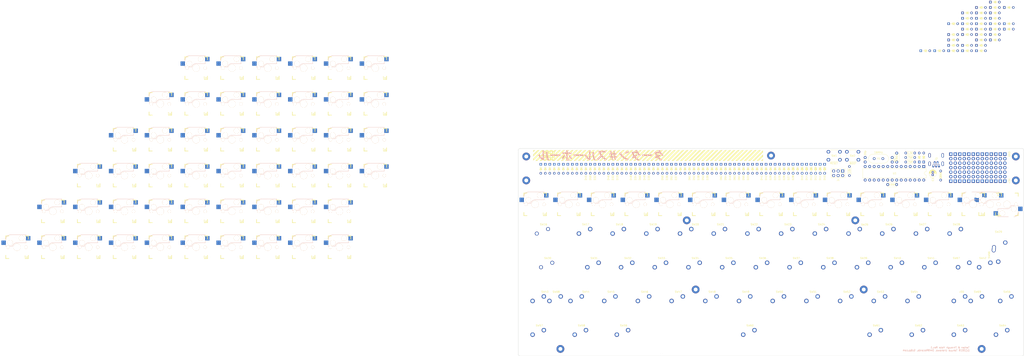
<source format=kicad_pcb>
(kicad_pcb (version 20171130) (host pcbnew "(5.1.5)-3")
  (layers (0 F.Cu signal) (31 B.Cu signal) (34 B.Paste user) (35 F.Paste user) (36 B.SilkS user) (37 F.SilkS user hide) (38 B.Mask user) (39 F.Mask user) (44 Edge.Cuts user))
  (net 0 "")
  (net 1 GND)
  (net 2 +5V)
  (net 3 /ROW0)
  (net 4 "Net-(D3-Pad2)")
  (net 5 "Net-(D4-Pad2)")
  (net 6 "Net-(D5-Pad2)")
  (net 7 "Net-(D6-Pad2)")
  (net 8 "Net-(D7-Pad2)")
  (net 9 "Net-(D8-Pad2)")
  (net 10 "Net-(D9-Pad2)")
  (net 11 "Net-(D10-Pad2)")
  (net 12 "Net-(D11-Pad2)")
  (net 13 "Net-(D12-Pad2)")
  (net 14 "Net-(D13-Pad2)")
  (net 15 /ROW3)
  (net 16 "Net-(D16-Pad2)")
  (net 17 /ROW1)
  (net 18 "Net-(D17-Pad2)")
  (net 19 "Net-(D18-Pad2)")
  (net 20 "Net-(D19-Pad2)")
  (net 21 "Net-(D20-Pad2)")
  (net 22 "Net-(D21-Pad2)")
  (net 23 "Net-(D22-Pad2)")
  (net 24 "Net-(D23-Pad2)")
  (net 25 "Net-(D24-Pad2)")
  (net 26 "Net-(D25-Pad2)")
  (net 27 "Net-(D26-Pad2)")
  (net 28 "Net-(D27-Pad2)")
  (net 29 /ROW2)
  (net 30 "Net-(D28-Pad2)")
  (net 31 "Net-(D29-Pad2)")
  (net 32 "Net-(D30-Pad2)")
  (net 33 "Net-(D31-Pad2)")
  (net 34 "Net-(D32-Pad2)")
  (net 35 "Net-(D33-Pad2)")
  (net 36 "Net-(D34-Pad2)")
  (net 37 "Net-(D35-Pad2)")
  (net 38 "Net-(D36-Pad2)")
  (net 39 "Net-(D37-Pad2)")
  (net 40 "Net-(D38-Pad2)")
  (net 41 "Net-(D39-Pad2)")
  (net 42 "Net-(D40-Pad2)")
  (net 43 "Net-(D41-Pad2)")
  (net 44 "Net-(D42-Pad2)")
  (net 45 "Net-(D43-Pad2)")
  (net 46 "Net-(D44-Pad2)")
  (net 47 "Net-(D45-Pad2)")
  (net 48 "Net-(D46-Pad2)")
  (net 49 "Net-(D47-Pad2)")
  (net 50 /COL3)
  (net 51 /COL0)
  (net 52 /COL1)
  (net 53 /COL9)
  (net 54 /COL2)
  (net 55 /COL8)
  (net 56 /COL7)
  (net 57 /COL6)
  (net 58 /COL10)
  (net 59 /COL4)
  (net 60 /COL11)
  (net 61 /COL5)
  (net 62 "Net-(D14-Pad2)")
  (net 63 "Net-(D15-Pad2)")
  (net 64 "Net-(D48-Pad2)")
  (net 65 "Net-(D49-Pad2)")
  (net 66 "Net-(D50-Pad2)")
  (net 67 /COL12)
  (net 68 /ROW4)
  (net 69 "Net-(D51-Pad2)")
  (net 70 "Net-(D52-Pad2)")
  (net 71 "Net-(D53-Pad2)")
  (net 72 "Net-(D54-Pad2)")
  (net 73 "Net-(D55-Pad2)")
  (net 74 "Net-(D56-Pad2)")
  (net 75 "Net-(D57-Pad2)")
  (net 76 "Net-(D58-Pad2)")
  (net 77 "Net-(D59-Pad2)")
  (net 78 "Net-(D60-Pad2)")
  (net 79 "Net-(D61-Pad2)")
  (net 80 "Net-(D62-Pad2)")
  (net 81 "Net-(D63-Pad2)")
  (net 82 "Net-(D64-Pad2)")
  (net 83 "Net-(D65-Pad1)")
  (net 84 "Net-(D66-Pad1)")
  (net 85 "Net-(U1-Pad28)")
  (net 86 "Net-(U1-Pad14)")
  (net 87 "Net-(U1-Pad27)")
  (net 88 "Net-(U1-Pad13)")
  (net 89 "Net-(U1-Pad26)")
  (net 90 "Net-(U1-Pad12)")
  (net 91 "Net-(U1-Pad25)")
  (net 92 "Net-(SW2-Pad1)")
  (net 93 "Net-(U1-Pad24)")
  (net 94 "Net-(C2-Pad1)")
  (net 95 "Net-(U1-Pad23)")
  (net 96 "Net-(C1-Pad1)")
  (net 97 "Net-(U1-Pad21)")
  (net 98 "Net-(U1-Pad6)")
  (net 99 "Net-(U1-Pad19)")
  (net 100 "Net-(U1-Pad18)")
  (net 101 "Net-(U1-Pad17)")
  (net 102 "Net-(U1-Pad3)")
  (net 103 "Net-(U1-Pad16)")
  (net 104 "Net-(U1-Pad2)")
  (net 105 "Net-(U1-Pad15)")
  (net 106 RST)
  (net 107 "Net-(J2-Pad6)")
  (net 108 "Net-(F1-Pad2)")
  (net 109 "Net-(D1-Pad1)")
  (net 110 "Net-(D2-Pad1)")
  (net 111 "Net-(J2-Pad4)")
  (net 112 "Net-(J1-Pad4)")
  (net 113 "Net-(J1-Pad3)")
  (net 114 "Net-(J1-Pad1)")
  (net 115 D+)
  (net 116 D-)
  (net 117 "Net-(D3-Pad1)")
  (net 118 "Net-(D4-Pad1)")
  (net 119 "Net-(D5-Pad1)")
  (net 120 "Net-(D6-Pad1)")
  (net 121 "Net-(D7-Pad1)")
  (net 122 "Net-(D8-Pad1)")
  (net 123 "Net-(D9-Pad1)")
  (net 124 "Net-(D10-Pad1)")
  (net 125 "Net-(D11-Pad1)")
  (net 126 "Net-(D12-Pad1)")
  (net 127 "Net-(D13-Pad1)")
  (net 128 "Net-(D14-Pad1)")
  (net 129 "Net-(D15-Pad1)")
  (net 130 "Net-(D16-Pad1)")
  (net 131 "Net-(D17-Pad1)")
  (net 132 "Net-(D18-Pad1)")
  (net 133 "Net-(D19-Pad1)")
  (net 134 "Net-(D20-Pad1)")
  (net 135 "Net-(D21-Pad1)")
  (net 136 "Net-(D22-Pad1)")
  (net 137 "Net-(D23-Pad1)")
  (net 138 "Net-(D24-Pad1)")
  (net 139 "Net-(D25-Pad1)")
  (net 140 "Net-(D26-Pad1)")
  (net 141 "Net-(D27-Pad1)")
  (net 142 "Net-(D28-Pad1)")
  (net 143 "Net-(D29-Pad1)")
  (net 144 "Net-(D30-Pad1)")
  (net 145 "Net-(D31-Pad1)")
  (net 146 "Net-(D32-Pad1)")
  (net 147 "Net-(D33-Pad1)")
  (net 148 "Net-(D34-Pad1)")
  (net 149 "Net-(D35-Pad1)")
  (net 150 "Net-(D36-Pad1)")
  (net 151 "Net-(D37-Pad1)")
  (net 152 "Net-(D38-Pad1)")
  (net 153 "Net-(D39-Pad1)")
  (net 154 "Net-(D40-Pad1)")
  (net 155 "Net-(D41-Pad1)")
  (net 156 "Net-(D42-Pad1)")
  (net 157 "Net-(D43-Pad1)")
  (net 158 "Net-(D44-Pad1)")
  (net 159 "Net-(D45-Pad1)")
  (net 160 "Net-(D46-Pad1)")
  (net 161 "Net-(D47-Pad1)")
  (net 162 "Net-(D48-Pad1)")
  (net 163 "Net-(D49-Pad1)")
  (net 164 "Net-(D50-Pad1)")
  (net 165 "Net-(D51-Pad1)")
  (net 166 "Net-(D52-Pad1)")
  (net 167 "Net-(D53-Pad1)")
  (net 168 "Net-(D54-Pad1)")
  (net 169 "Net-(D55-Pad1)")
  (net 170 "Net-(D56-Pad1)")
  (net 171 "Net-(D57-Pad1)")
  (net 172 "Net-(D58-Pad1)")
  (net 173 "Net-(D59-Pad1)")
  (net 174 "Net-(D60-Pad1)")
  (net 175 "Net-(D61-Pad1)")
  (net 176 "Net-(D62-Pad1)")
  (net 177 "Net-(D63-Pad1)")
  (net 178 "Net-(D64-Pad1)")
  (net 179 "Net-(D65-Pad2)")
  (net 180 "Net-(D66-Pad2)")
  (net 181 "Net-(SW3-Pad1)")
  (net 182 "Net-(SW4-Pad1)")
  (net 183 "Net-(SW5-Pad1)")
  (net 184 "Net-(SW6-Pad1)")
  (net 185 "Net-(SW7-Pad1)")
  (net 186 "Net-(SW8-Pad1)")
  (net 187 "Net-(SW9-Pad1)")
  (net 188 "Net-(SW10-Pad1)")
  (net 189 "Net-(SW11-Pad1)")
  (net 190 "Net-(SW12-Pad1)")
  (net 191 "Net-(SW13-Pad1)")
  (net 192 "Net-(SW14-Pad1)")
  (net 193 "Net-(SW15-Pad1)")
  (net 194 "Net-(SW16-Pad1)")
  (net 195 "Net-(SW17-Pad1)")
  (net 196 "Net-(SW18-Pad1)")
  (net 197 "Net-(SW19-Pad1)")
  (net 198 "Net-(SW20-Pad1)")
  (net 199 "Net-(SW21-Pad1)")
  (net 200 "Net-(SW22-Pad1)")
  (net 201 "Net-(SW23-Pad1)")
  (net 202 "Net-(SW24-Pad1)")
  (net 203 "Net-(SW25-Pad1)")
  (net 204 "Net-(SW26-Pad1)")
  (net 205 "Net-(SW27-Pad1)")
  (net 206 "Net-(SW28-Pad1)")
  (net 207 "Net-(SW29-Pad1)")
  (net 208 "Net-(SW30-Pad1)")
  (net 209 "Net-(SW31-Pad1)")
  (net 210 "Net-(SW32-Pad1)")
  (net 211 "Net-(SW33-Pad1)")
  (net 212 "Net-(SW34-Pad1)")
  (net 213 "Net-(SW35-Pad1)")
  (net 214 "Net-(SW36-Pad1)")
  (net 215 "Net-(SW37-Pad1)")
  (net 216 "Net-(SW38-Pad1)")
  (net 217 "Net-(SW39-Pad1)")
  (net 218 "Net-(SW40-Pad1)")
  (net 219 "Net-(SW41-Pad1)")
  (net 220 "Net-(SW42-Pad1)")
  (net 221 "Net-(SW43-Pad1)")
  (net 222 "Net-(SW44-Pad1)")
  (net 223 "Net-(SW45-Pad1)")
  (net 224 "Net-(SW46-Pad1)")
  (net 225 "Net-(SW47-Pad1)")
  (net 226 "Net-(SW48-Pad1)")
  (net 227 "Net-(SW49-Pad1)")
  (net 228 "Net-(SW50-Pad1)")
  (net 229 "Net-(SW51-Pad1)")
  (net 230 "Net-(SW52-Pad1)")
  (net 231 "Net-(SW53-Pad1)")
  (net 232 "Net-(SW54-Pad1)")
  (net 233 "Net-(SW55-Pad1)")
  (net 234 "Net-(SW56-Pad1)")
  (net 235 "Net-(SW57-Pad1)")
  (net 236 "Net-(SW58-Pad1)")
  (net 237 "Net-(SW59-Pad1)")
  (net 238 "Net-(SW60-Pad1)")
  (net 239 "Net-(SW61-Pad1)")
  (net 240 "Net-(SW62-Pad1)")
  (net 241 "Net-(SW63-Pad1)")
  (net 242 "Net-(SW64-Pad1)")
  (net 243 "Net-(SW65-Pad1)")
  (net 244 "Net-(SW66-Pad1)")
  (net 245 "Net-(SW67-Pad2)")
  (net 246 "Net-(SW67-Pad1)")
  (module Switch_hotswap:1u (layer F.Cu) (at 296 61.5)
    (fp_text reference SW67)
    (fp_text value " ")
    (fp_text user 1u (at 5.08 5.334) (layer F.SilkS) (effects (font (thickness 0.2))))
    (pad 2 smd rect (at -7.56 -2.54) (size 2.55 2.5) (layers B.Cu B.Paste B.Mask) (net 245 "Net-(SW67-Pad2)"))
    (pad "" np_thru_hole circle (at -3.81 -2.54) (size 3 3) (drill 3) (layers *.Cu *.SilkS *.Mask))
    (pad "" np_thru_hole circle (at 2.54 -5.08) (size 3 3) (drill 3) (layers *.Cu *.SilkS *.Mask))
    (pad 1 smd rect (at 6.29 -5.08) (size 2.55 2.5) (layers B.Cu B.Paste B.Mask) (net 246 "Net-(SW67-Pad1)"))
    (pad "" np_thru_hole circle (at 5.08 0) (size 1.8 1.8) (drill 1.8) (layers *.Cu *.SilkS *.Mask))
    (pad "" np_thru_hole circle (at -5.08 0) (size 1.8 1.8) (drill 1.8) (layers *.Cu *.SilkS *.Mask))
    (pad "" np_thru_hole circle (at 0 0) (size 3.9878 3.9878) (drill 3.9878) (layers *.Cu *.SilkS *.Mask))
  )
  (module Capacitor_THT:C_Disc_D3.0mm_W1.6mm_P2.50mm (layer F.Cu) (at 240.82 35.12 270)
    (fp_text reference C1 (at 1.25 -2.05 90) (layer F.SilkS))
    (fp_text value 20p)
    (pad 2 thru_hole circle (at 2.5 0 270) (size 1.6 1.6) (drill 0.8) (layers *.Cu *.Mask) (net 1 GND))
    (pad 1 thru_hole circle (at 0 0 270) (size 1.6 1.6) (drill 0.8) (layers *.Cu *.Mask) (net 96 "Net-(C1-Pad1)"))
  )
  (module Switch_hotswap:1u (layer F.Cu) (at -70.8 85.665)
    (fp_text reference SW66)
    (fp_text value " ")
    (fp_text user 1u (at 5.08 5.334) (layer F.SilkS) (effects (font (thickness 0.2))))
    (pad 2 smd rect (at -7.56 -2.54) (size 2.55 2.5) (layers B.Cu B.Paste B.Mask) (net 180 "Net-(D66-Pad2)"))
    (pad "" np_thru_hole circle (at -3.81 -2.54) (size 3 3) (drill 3) (layers *.Cu *.SilkS *.Mask))
    (pad "" np_thru_hole circle (at 2.54 -5.08) (size 3 3) (drill 3) (layers *.Cu *.SilkS *.Mask))
    (pad 1 smd rect (at 6.29 -5.08) (size 2.55 2.5) (layers B.Cu B.Paste B.Mask) (net 244 "Net-(SW66-Pad1)"))
    (pad "" np_thru_hole circle (at 5.08 0) (size 1.8 1.8) (drill 1.8) (layers *.Cu *.SilkS *.Mask))
    (pad "" np_thru_hole circle (at -5.08 0) (size 1.8 1.8) (drill 1.8) (layers *.Cu *.SilkS *.Mask))
    (pad "" np_thru_hole circle (at 0 0) (size 3.9878 3.9878) (drill 3.9878) (layers *.Cu *.SilkS *.Mask))
  )
  (module Switch_hotswap:1u (layer F.Cu) (at -50.6 45.265)
    (fp_text reference SW65)
    (fp_text value " ")
    (fp_text user 1u (at 5.08 5.334) (layer F.SilkS) (effects (font (thickness 0.2))))
    (pad 2 smd rect (at -7.56 -2.54) (size 2.55 2.5) (layers B.Cu B.Paste B.Mask) (net 179 "Net-(D65-Pad2)"))
    (pad "" np_thru_hole circle (at -3.81 -2.54) (size 3 3) (drill 3) (layers *.Cu *.SilkS *.Mask))
    (pad "" np_thru_hole circle (at 2.54 -5.08) (size 3 3) (drill 3) (layers *.Cu *.SilkS *.Mask))
    (pad 1 smd rect (at 6.29 -5.08) (size 2.55 2.5) (layers B.Cu B.Paste B.Mask) (net 243 "Net-(SW65-Pad1)"))
    (pad "" np_thru_hole circle (at 5.08 0) (size 1.8 1.8) (drill 1.8) (layers *.Cu *.SilkS *.Mask))
    (pad "" np_thru_hole circle (at -5.08 0) (size 1.8 1.8) (drill 1.8) (layers *.Cu *.SilkS *.Mask))
    (pad "" np_thru_hole circle (at 0 0) (size 3.9878 3.9878) (drill 3.9878) (layers *.Cu *.SilkS *.Mask))
  )
  (module Switch_hotswap:1u (layer F.Cu) (at -70.8 65.465)
    (fp_text reference SW64)
    (fp_text value " ")
    (fp_text user 1u (at 5.08 5.334) (layer F.SilkS) (effects (font (thickness 0.2))))
    (pad 2 smd rect (at -7.56 -2.54) (size 2.55 2.5) (layers B.Cu B.Paste B.Mask) (net 82 "Net-(D64-Pad2)"))
    (pad "" np_thru_hole circle (at -3.81 -2.54) (size 3 3) (drill 3) (layers *.Cu *.SilkS *.Mask))
    (pad "" np_thru_hole circle (at 2.54 -5.08) (size 3 3) (drill 3) (layers *.Cu *.SilkS *.Mask))
    (pad 1 smd rect (at 6.29 -5.08) (size 2.55 2.5) (layers B.Cu B.Paste B.Mask) (net 242 "Net-(SW64-Pad1)"))
    (pad "" np_thru_hole circle (at 5.08 0) (size 1.8 1.8) (drill 1.8) (layers *.Cu *.SilkS *.Mask))
    (pad "" np_thru_hole circle (at -5.08 0) (size 1.8 1.8) (drill 1.8) (layers *.Cu *.SilkS *.Mask))
    (pad "" np_thru_hole circle (at 0 0) (size 3.9878 3.9878) (drill 3.9878) (layers *.Cu *.SilkS *.Mask))
  )
  (module Switch_hotswap:1u (layer F.Cu) (at -91 85.665)
    (fp_text reference SW63)
    (fp_text value " ")
    (fp_text user 1u (at 5.08 5.334) (layer F.SilkS) (effects (font (thickness 0.2))))
    (pad 2 smd rect (at -7.56 -2.54) (size 2.55 2.5) (layers B.Cu B.Paste B.Mask) (net 81 "Net-(D63-Pad2)"))
    (pad "" np_thru_hole circle (at -3.81 -2.54) (size 3 3) (drill 3) (layers *.Cu *.SilkS *.Mask))
    (pad "" np_thru_hole circle (at 2.54 -5.08) (size 3 3) (drill 3) (layers *.Cu *.SilkS *.Mask))
    (pad 1 smd rect (at 6.29 -5.08) (size 2.55 2.5) (layers B.Cu B.Paste B.Mask) (net 241 "Net-(SW63-Pad1)"))
    (pad "" np_thru_hole circle (at 5.08 0) (size 1.8 1.8) (drill 1.8) (layers *.Cu *.SilkS *.Mask))
    (pad "" np_thru_hole circle (at -5.08 0) (size 1.8 1.8) (drill 1.8) (layers *.Cu *.SilkS *.Mask))
    (pad "" np_thru_hole circle (at 0 0) (size 3.9878 3.9878) (drill 3.9878) (layers *.Cu *.SilkS *.Mask))
  )
  (module Switch_hotswap:1u (layer F.Cu) (at -50.6 25.065)
    (fp_text reference SW62)
    (fp_text value " ")
    (fp_text user 1u (at 5.08 5.334) (layer F.SilkS) (effects (font (thickness 0.2))))
    (pad 2 smd rect (at -7.56 -2.54) (size 2.55 2.5) (layers B.Cu B.Paste B.Mask) (net 80 "Net-(D62-Pad2)"))
    (pad "" np_thru_hole circle (at -3.81 -2.54) (size 3 3) (drill 3) (layers *.Cu *.SilkS *.Mask))
    (pad "" np_thru_hole circle (at 2.54 -5.08) (size 3 3) (drill 3) (layers *.Cu *.SilkS *.Mask))
    (pad 1 smd rect (at 6.29 -5.08) (size 2.55 2.5) (layers B.Cu B.Paste B.Mask) (net 240 "Net-(SW62-Pad1)"))
    (pad "" np_thru_hole circle (at 5.08 0) (size 1.8 1.8) (drill 1.8) (layers *.Cu *.SilkS *.Mask))
    (pad "" np_thru_hole circle (at -5.08 0) (size 1.8 1.8) (drill 1.8) (layers *.Cu *.SilkS *.Mask))
    (pad "" np_thru_hole circle (at 0 0) (size 3.9878 3.9878) (drill 3.9878) (layers *.Cu *.SilkS *.Mask))
  )
  (module Switch_hotswap:1u (layer F.Cu) (at -70.8 45.265)
    (fp_text reference SW61)
    (fp_text value " ")
    (fp_text user 1u (at 5.08 5.334) (layer F.SilkS) (effects (font (thickness 0.2))))
    (pad 2 smd rect (at -7.56 -2.54) (size 2.55 2.5) (layers B.Cu B.Paste B.Mask) (net 79 "Net-(D61-Pad2)"))
    (pad "" np_thru_hole circle (at -3.81 -2.54) (size 3 3) (drill 3) (layers *.Cu *.SilkS *.Mask))
    (pad "" np_thru_hole circle (at 2.54 -5.08) (size 3 3) (drill 3) (layers *.Cu *.SilkS *.Mask))
    (pad 1 smd rect (at 6.29 -5.08) (size 2.55 2.5) (layers B.Cu B.Paste B.Mask) (net 239 "Net-(SW61-Pad1)"))
    (pad "" np_thru_hole circle (at 5.08 0) (size 1.8 1.8) (drill 1.8) (layers *.Cu *.SilkS *.Mask))
    (pad "" np_thru_hole circle (at -5.08 0) (size 1.8 1.8) (drill 1.8) (layers *.Cu *.SilkS *.Mask))
    (pad "" np_thru_hole circle (at 0 0) (size 3.9878 3.9878) (drill 3.9878) (layers *.Cu *.SilkS *.Mask))
  )
  (module Switch_hotswap:1u (layer F.Cu) (at -91 65.465)
    (fp_text reference SW60)
    (fp_text value " ")
    (fp_text user 1u (at 5.08 5.334) (layer F.SilkS) (effects (font (thickness 0.2))))
    (pad 2 smd rect (at -7.56 -2.54) (size 2.55 2.5) (layers B.Cu B.Paste B.Mask) (net 78 "Net-(D60-Pad2)"))
    (pad "" np_thru_hole circle (at -3.81 -2.54) (size 3 3) (drill 3) (layers *.Cu *.SilkS *.Mask))
    (pad "" np_thru_hole circle (at 2.54 -5.08) (size 3 3) (drill 3) (layers *.Cu *.SilkS *.Mask))
    (pad 1 smd rect (at 6.29 -5.08) (size 2.55 2.5) (layers B.Cu B.Paste B.Mask) (net 238 "Net-(SW60-Pad1)"))
    (pad "" np_thru_hole circle (at 5.08 0) (size 1.8 1.8) (drill 1.8) (layers *.Cu *.SilkS *.Mask))
    (pad "" np_thru_hole circle (at -5.08 0) (size 1.8 1.8) (drill 1.8) (layers *.Cu *.SilkS *.Mask))
    (pad "" np_thru_hole circle (at 0 0) (size 3.9878 3.9878) (drill 3.9878) (layers *.Cu *.SilkS *.Mask))
  )
  (module Switch_hotswap:1u (layer F.Cu) (at -111.2 85.665)
    (fp_text reference SW59)
    (fp_text value " ")
    (fp_text user 1u (at 5.08 5.334) (layer F.SilkS) (effects (font (thickness 0.2))))
    (pad 2 smd rect (at -7.56 -2.54) (size 2.55 2.5) (layers B.Cu B.Paste B.Mask) (net 77 "Net-(D59-Pad2)"))
    (pad "" np_thru_hole circle (at -3.81 -2.54) (size 3 3) (drill 3) (layers *.Cu *.SilkS *.Mask))
    (pad "" np_thru_hole circle (at 2.54 -5.08) (size 3 3) (drill 3) (layers *.Cu *.SilkS *.Mask))
    (pad 1 smd rect (at 6.29 -5.08) (size 2.55 2.5) (layers B.Cu B.Paste B.Mask) (net 237 "Net-(SW59-Pad1)"))
    (pad "" np_thru_hole circle (at 5.08 0) (size 1.8 1.8) (drill 1.8) (layers *.Cu *.SilkS *.Mask))
    (pad "" np_thru_hole circle (at -5.08 0) (size 1.8 1.8) (drill 1.8) (layers *.Cu *.SilkS *.Mask))
    (pad "" np_thru_hole circle (at 0 0) (size 3.9878 3.9878) (drill 3.9878) (layers *.Cu *.SilkS *.Mask))
  )
  (module Switch_hotswap:1u (layer F.Cu) (at -50.6 4.865)
    (fp_text reference SW58)
    (fp_text value " ")
    (fp_text user 1u (at 5.08 5.334) (layer F.SilkS) (effects (font (thickness 0.2))))
    (pad 2 smd rect (at -7.56 -2.54) (size 2.55 2.5) (layers B.Cu B.Paste B.Mask) (net 76 "Net-(D58-Pad2)"))
    (pad "" np_thru_hole circle (at -3.81 -2.54) (size 3 3) (drill 3) (layers *.Cu *.SilkS *.Mask))
    (pad "" np_thru_hole circle (at 2.54 -5.08) (size 3 3) (drill 3) (layers *.Cu *.SilkS *.Mask))
    (pad 1 smd rect (at 6.29 -5.08) (size 2.55 2.5) (layers B.Cu B.Paste B.Mask) (net 236 "Net-(SW58-Pad1)"))
    (pad "" np_thru_hole circle (at 5.08 0) (size 1.8 1.8) (drill 1.8) (layers *.Cu *.SilkS *.Mask))
    (pad "" np_thru_hole circle (at -5.08 0) (size 1.8 1.8) (drill 1.8) (layers *.Cu *.SilkS *.Mask))
    (pad "" np_thru_hole circle (at 0 0) (size 3.9878 3.9878) (drill 3.9878) (layers *.Cu *.SilkS *.Mask))
  )
  (module Switch_hotswap:1u (layer F.Cu) (at -70.8 25.065)
    (fp_text reference SW57)
    (fp_text value " ")
    (fp_text user 1u (at 5.08 5.334) (layer F.SilkS) (effects (font (thickness 0.2))))
    (pad 2 smd rect (at -7.56 -2.54) (size 2.55 2.5) (layers B.Cu B.Paste B.Mask) (net 75 "Net-(D57-Pad2)"))
    (pad "" np_thru_hole circle (at -3.81 -2.54) (size 3 3) (drill 3) (layers *.Cu *.SilkS *.Mask))
    (pad "" np_thru_hole circle (at 2.54 -5.08) (size 3 3) (drill 3) (layers *.Cu *.SilkS *.Mask))
    (pad 1 smd rect (at 6.29 -5.08) (size 2.55 2.5) (layers B.Cu B.Paste B.Mask) (net 235 "Net-(SW57-Pad1)"))
    (pad "" np_thru_hole circle (at 5.08 0) (size 1.8 1.8) (drill 1.8) (layers *.Cu *.SilkS *.Mask))
    (pad "" np_thru_hole circle (at -5.08 0) (size 1.8 1.8) (drill 1.8) (layers *.Cu *.SilkS *.Mask))
    (pad "" np_thru_hole circle (at 0 0) (size 3.9878 3.9878) (drill 3.9878) (layers *.Cu *.SilkS *.Mask))
  )
  (module Switch_hotswap:1u (layer F.Cu) (at -91 45.265)
    (fp_text reference SW56)
    (fp_text value " ")
    (fp_text user 1u (at 5.08 5.334) (layer F.SilkS) (effects (font (thickness 0.2))))
    (pad 2 smd rect (at -7.56 -2.54) (size 2.55 2.5) (layers B.Cu B.Paste B.Mask) (net 74 "Net-(D56-Pad2)"))
    (pad "" np_thru_hole circle (at -3.81 -2.54) (size 3 3) (drill 3) (layers *.Cu *.SilkS *.Mask))
    (pad "" np_thru_hole circle (at 2.54 -5.08) (size 3 3) (drill 3) (layers *.Cu *.SilkS *.Mask))
    (pad 1 smd rect (at 6.29 -5.08) (size 2.55 2.5) (layers B.Cu B.Paste B.Mask) (net 234 "Net-(SW56-Pad1)"))
    (pad "" np_thru_hole circle (at 5.08 0) (size 1.8 1.8) (drill 1.8) (layers *.Cu *.SilkS *.Mask))
    (pad "" np_thru_hole circle (at -5.08 0) (size 1.8 1.8) (drill 1.8) (layers *.Cu *.SilkS *.Mask))
    (pad "" np_thru_hole circle (at 0 0) (size 3.9878 3.9878) (drill 3.9878) (layers *.Cu *.SilkS *.Mask))
  )
  (module Switch_hotswap:1u (layer F.Cu) (at -111.2 65.465)
    (fp_text reference SW55)
    (fp_text value " ")
    (fp_text user 1u (at 5.08 5.334) (layer F.SilkS) (effects (font (thickness 0.2))))
    (pad 2 smd rect (at -7.56 -2.54) (size 2.55 2.5) (layers B.Cu B.Paste B.Mask) (net 73 "Net-(D55-Pad2)"))
    (pad "" np_thru_hole circle (at -3.81 -2.54) (size 3 3) (drill 3) (layers *.Cu *.SilkS *.Mask))
    (pad "" np_thru_hole circle (at 2.54 -5.08) (size 3 3) (drill 3) (layers *.Cu *.SilkS *.Mask))
    (pad 1 smd rect (at 6.29 -5.08) (size 2.55 2.5) (layers B.Cu B.Paste B.Mask) (net 233 "Net-(SW55-Pad1)"))
    (pad "" np_thru_hole circle (at 5.08 0) (size 1.8 1.8) (drill 1.8) (layers *.Cu *.SilkS *.Mask))
    (pad "" np_thru_hole circle (at -5.08 0) (size 1.8 1.8) (drill 1.8) (layers *.Cu *.SilkS *.Mask))
    (pad "" np_thru_hole circle (at 0 0) (size 3.9878 3.9878) (drill 3.9878) (layers *.Cu *.SilkS *.Mask))
  )
  (module Switch_hotswap:1u (layer F.Cu) (at -131.4 85.665)
    (fp_text reference SW54)
    (fp_text value " ")
    (fp_text user 1u (at 5.08 5.334) (layer F.SilkS) (effects (font (thickness 0.2))))
    (pad 2 smd rect (at -7.56 -2.54) (size 2.55 2.5) (layers B.Cu B.Paste B.Mask) (net 72 "Net-(D54-Pad2)"))
    (pad "" np_thru_hole circle (at -3.81 -2.54) (size 3 3) (drill 3) (layers *.Cu *.SilkS *.Mask))
    (pad "" np_thru_hole circle (at 2.54 -5.08) (size 3 3) (drill 3) (layers *.Cu *.SilkS *.Mask))
    (pad 1 smd rect (at 6.29 -5.08) (size 2.55 2.5) (layers B.Cu B.Paste B.Mask) (net 232 "Net-(SW54-Pad1)"))
    (pad "" np_thru_hole circle (at 5.08 0) (size 1.8 1.8) (drill 1.8) (layers *.Cu *.SilkS *.Mask))
    (pad "" np_thru_hole circle (at -5.08 0) (size 1.8 1.8) (drill 1.8) (layers *.Cu *.SilkS *.Mask))
    (pad "" np_thru_hole circle (at 0 0) (size 3.9878 3.9878) (drill 3.9878) (layers *.Cu *.SilkS *.Mask))
  )
  (module Switch_hotswap:1u (layer F.Cu) (at -50.6 -15.335)
    (fp_text reference SW53)
    (fp_text value " ")
    (fp_text user 1u (at 5.08 5.334) (layer F.SilkS) (effects (font (thickness 0.2))))
    (pad 2 smd rect (at -7.56 -2.54) (size 2.55 2.5) (layers B.Cu B.Paste B.Mask) (net 71 "Net-(D53-Pad2)"))
    (pad "" np_thru_hole circle (at -3.81 -2.54) (size 3 3) (drill 3) (layers *.Cu *.SilkS *.Mask))
    (pad "" np_thru_hole circle (at 2.54 -5.08) (size 3 3) (drill 3) (layers *.Cu *.SilkS *.Mask))
    (pad 1 smd rect (at 6.29 -5.08) (size 2.55 2.5) (layers B.Cu B.Paste B.Mask) (net 231 "Net-(SW53-Pad1)"))
    (pad "" np_thru_hole circle (at 5.08 0) (size 1.8 1.8) (drill 1.8) (layers *.Cu *.SilkS *.Mask))
    (pad "" np_thru_hole circle (at -5.08 0) (size 1.8 1.8) (drill 1.8) (layers *.Cu *.SilkS *.Mask))
    (pad "" np_thru_hole circle (at 0 0) (size 3.9878 3.9878) (drill 3.9878) (layers *.Cu *.SilkS *.Mask))
  )
  (module Switch_hotswap:1u (layer F.Cu) (at -70.8 4.865)
    (fp_text reference SW52)
    (fp_text value " ")
    (fp_text user 1u (at 5.08 5.334) (layer F.SilkS) (effects (font (thickness 0.2))))
    (pad 2 smd rect (at -7.56 -2.54) (size 2.55 2.5) (layers B.Cu B.Paste B.Mask) (net 70 "Net-(D52-Pad2)"))
    (pad "" np_thru_hole circle (at -3.81 -2.54) (size 3 3) (drill 3) (layers *.Cu *.SilkS *.Mask))
    (pad "" np_thru_hole circle (at 2.54 -5.08) (size 3 3) (drill 3) (layers *.Cu *.SilkS *.Mask))
    (pad 1 smd rect (at 6.29 -5.08) (size 2.55 2.5) (layers B.Cu B.Paste B.Mask) (net 230 "Net-(SW52-Pad1)"))
    (pad "" np_thru_hole circle (at 5.08 0) (size 1.8 1.8) (drill 1.8) (layers *.Cu *.SilkS *.Mask))
    (pad "" np_thru_hole circle (at -5.08 0) (size 1.8 1.8) (drill 1.8) (layers *.Cu *.SilkS *.Mask))
    (pad "" np_thru_hole circle (at 0 0) (size 3.9878 3.9878) (drill 3.9878) (layers *.Cu *.SilkS *.Mask))
  )
  (module Switch_hotswap:1u (layer F.Cu) (at -91 25.065)
    (fp_text reference SW51)
    (fp_text value " ")
    (fp_text user 1u (at 5.08 5.334) (layer F.SilkS) (effects (font (thickness 0.2))))
    (pad 2 smd rect (at -7.56 -2.54) (size 2.55 2.5) (layers B.Cu B.Paste B.Mask) (net 69 "Net-(D51-Pad2)"))
    (pad "" np_thru_hole circle (at -3.81 -2.54) (size 3 3) (drill 3) (layers *.Cu *.SilkS *.Mask))
    (pad "" np_thru_hole circle (at 2.54 -5.08) (size 3 3) (drill 3) (layers *.Cu *.SilkS *.Mask))
    (pad 1 smd rect (at 6.29 -5.08) (size 2.55 2.5) (layers B.Cu B.Paste B.Mask) (net 229 "Net-(SW51-Pad1)"))
    (pad "" np_thru_hole circle (at 5.08 0) (size 1.8 1.8) (drill 1.8) (layers *.Cu *.SilkS *.Mask))
    (pad "" np_thru_hole circle (at -5.08 0) (size 1.8 1.8) (drill 1.8) (layers *.Cu *.SilkS *.Mask))
    (pad "" np_thru_hole circle (at 0 0) (size 3.9878 3.9878) (drill 3.9878) (layers *.Cu *.SilkS *.Mask))
  )
  (module Switch_hotswap:1u (layer F.Cu) (at -111.2 45.265)
    (fp_text reference SW50)
    (fp_text value " ")
    (fp_text user 1u (at 5.08 5.334) (layer F.SilkS) (effects (font (thickness 0.2))))
    (pad 2 smd rect (at -7.56 -2.54) (size 2.55 2.5) (layers B.Cu B.Paste B.Mask) (net 66 "Net-(D50-Pad2)"))
    (pad "" np_thru_hole circle (at -3.81 -2.54) (size 3 3) (drill 3) (layers *.Cu *.SilkS *.Mask))
    (pad "" np_thru_hole circle (at 2.54 -5.08) (size 3 3) (drill 3) (layers *.Cu *.SilkS *.Mask))
    (pad 1 smd rect (at 6.29 -5.08) (size 2.55 2.5) (layers B.Cu B.Paste B.Mask) (net 228 "Net-(SW50-Pad1)"))
    (pad "" np_thru_hole circle (at 5.08 0) (size 1.8 1.8) (drill 1.8) (layers *.Cu *.SilkS *.Mask))
    (pad "" np_thru_hole circle (at -5.08 0) (size 1.8 1.8) (drill 1.8) (layers *.Cu *.SilkS *.Mask))
    (pad "" np_thru_hole circle (at 0 0) (size 3.9878 3.9878) (drill 3.9878) (layers *.Cu *.SilkS *.Mask))
  )
  (module Switch_hotswap:1u (layer F.Cu) (at -131.4 65.465)
    (fp_text reference SW49)
    (fp_text value " ")
    (fp_text user 1u (at 5.08 5.334) (layer F.SilkS) (effects (font (thickness 0.2))))
    (pad 2 smd rect (at -7.56 -2.54) (size 2.55 2.5) (layers B.Cu B.Paste B.Mask) (net 65 "Net-(D49-Pad2)"))
    (pad "" np_thru_hole circle (at -3.81 -2.54) (size 3 3) (drill 3) (layers *.Cu *.SilkS *.Mask))
    (pad "" np_thru_hole circle (at 2.54 -5.08) (size 3 3) (drill 3) (layers *.Cu *.SilkS *.Mask))
    (pad 1 smd rect (at 6.29 -5.08) (size 2.55 2.5) (layers B.Cu B.Paste B.Mask) (net 227 "Net-(SW49-Pad1)"))
    (pad "" np_thru_hole circle (at 5.08 0) (size 1.8 1.8) (drill 1.8) (layers *.Cu *.SilkS *.Mask))
    (pad "" np_thru_hole circle (at -5.08 0) (size 1.8 1.8) (drill 1.8) (layers *.Cu *.SilkS *.Mask))
    (pad "" np_thru_hole circle (at 0 0) (size 3.9878 3.9878) (drill 3.9878) (layers *.Cu *.SilkS *.Mask))
  )
  (module Switch_hotswap:1u (layer F.Cu) (at -151.6 85.665)
    (fp_text reference SW48)
    (fp_text value " ")
    (fp_text user 1u (at 5.08 5.334) (layer F.SilkS) (effects (font (thickness 0.2))))
    (pad 2 smd rect (at -7.56 -2.54) (size 2.55 2.5) (layers B.Cu B.Paste B.Mask) (net 64 "Net-(D48-Pad2)"))
    (pad "" np_thru_hole circle (at -3.81 -2.54) (size 3 3) (drill 3) (layers *.Cu *.SilkS *.Mask))
    (pad "" np_thru_hole circle (at 2.54 -5.08) (size 3 3) (drill 3) (layers *.Cu *.SilkS *.Mask))
    (pad 1 smd rect (at 6.29 -5.08) (size 2.55 2.5) (layers B.Cu B.Paste B.Mask) (net 226 "Net-(SW48-Pad1)"))
    (pad "" np_thru_hole circle (at 5.08 0) (size 1.8 1.8) (drill 1.8) (layers *.Cu *.SilkS *.Mask))
    (pad "" np_thru_hole circle (at -5.08 0) (size 1.8 1.8) (drill 1.8) (layers *.Cu *.SilkS *.Mask))
    (pad "" np_thru_hole circle (at 0 0) (size 3.9878 3.9878) (drill 3.9878) (layers *.Cu *.SilkS *.Mask))
  )
  (module Switch_hotswap:1u (layer F.Cu) (at -70.8 -15.335)
    (fp_text reference SW47)
    (fp_text value " ")
    (fp_text user 1u (at 5.08 5.334) (layer F.SilkS) (effects (font (thickness 0.2))))
    (pad 2 smd rect (at -7.56 -2.54) (size 2.55 2.5) (layers B.Cu B.Paste B.Mask) (net 49 "Net-(D47-Pad2)"))
    (pad "" np_thru_hole circle (at -3.81 -2.54) (size 3 3) (drill 3) (layers *.Cu *.SilkS *.Mask))
    (pad "" np_thru_hole circle (at 2.54 -5.08) (size 3 3) (drill 3) (layers *.Cu *.SilkS *.Mask))
    (pad 1 smd rect (at 6.29 -5.08) (size 2.55 2.5) (layers B.Cu B.Paste B.Mask) (net 225 "Net-(SW47-Pad1)"))
    (pad "" np_thru_hole circle (at 5.08 0) (size 1.8 1.8) (drill 1.8) (layers *.Cu *.SilkS *.Mask))
    (pad "" np_thru_hole circle (at -5.08 0) (size 1.8 1.8) (drill 1.8) (layers *.Cu *.SilkS *.Mask))
    (pad "" np_thru_hole circle (at 0 0) (size 3.9878 3.9878) (drill 3.9878) (layers *.Cu *.SilkS *.Mask))
  )
  (module Switch_hotswap:1u (layer F.Cu) (at -91 4.865)
    (fp_text reference SW46)
    (fp_text value " ")
    (fp_text user 1u (at 5.08 5.334) (layer F.SilkS) (effects (font (thickness 0.2))))
    (pad 2 smd rect (at -7.56 -2.54) (size 2.55 2.5) (layers B.Cu B.Paste B.Mask) (net 48 "Net-(D46-Pad2)"))
    (pad "" np_thru_hole circle (at -3.81 -2.54) (size 3 3) (drill 3) (layers *.Cu *.SilkS *.Mask))
    (pad "" np_thru_hole circle (at 2.54 -5.08) (size 3 3) (drill 3) (layers *.Cu *.SilkS *.Mask))
    (pad 1 smd rect (at 6.29 -5.08) (size 2.55 2.5) (layers B.Cu B.Paste B.Mask) (net 224 "Net-(SW46-Pad1)"))
    (pad "" np_thru_hole circle (at 5.08 0) (size 1.8 1.8) (drill 1.8) (layers *.Cu *.SilkS *.Mask))
    (pad "" np_thru_hole circle (at -5.08 0) (size 1.8 1.8) (drill 1.8) (layers *.Cu *.SilkS *.Mask))
    (pad "" np_thru_hole circle (at 0 0) (size 3.9878 3.9878) (drill 3.9878) (layers *.Cu *.SilkS *.Mask))
  )
  (module Switch_hotswap:1u (layer F.Cu) (at -111.2 25.065)
    (fp_text reference SW45)
    (fp_text value " ")
    (fp_text user 1u (at 5.08 5.334) (layer F.SilkS) (effects (font (thickness 0.2))))
    (pad 2 smd rect (at -7.56 -2.54) (size 2.55 2.5) (layers B.Cu B.Paste B.Mask) (net 47 "Net-(D45-Pad2)"))
    (pad "" np_thru_hole circle (at -3.81 -2.54) (size 3 3) (drill 3) (layers *.Cu *.SilkS *.Mask))
    (pad "" np_thru_hole circle (at 2.54 -5.08) (size 3 3) (drill 3) (layers *.Cu *.SilkS *.Mask))
    (pad 1 smd rect (at 6.29 -5.08) (size 2.55 2.5) (layers B.Cu B.Paste B.Mask) (net 223 "Net-(SW45-Pad1)"))
    (pad "" np_thru_hole circle (at 5.08 0) (size 1.8 1.8) (drill 1.8) (layers *.Cu *.SilkS *.Mask))
    (pad "" np_thru_hole circle (at -5.08 0) (size 1.8 1.8) (drill 1.8) (layers *.Cu *.SilkS *.Mask))
    (pad "" np_thru_hole circle (at 0 0) (size 3.9878 3.9878) (drill 3.9878) (layers *.Cu *.SilkS *.Mask))
  )
  (module Switch_hotswap:1u (layer F.Cu) (at -131.4 45.265)
    (fp_text reference SW44)
    (fp_text value " ")
    (fp_text user 1u (at 5.08 5.334) (layer F.SilkS) (effects (font (thickness 0.2))))
    (pad 2 smd rect (at -7.56 -2.54) (size 2.55 2.5) (layers B.Cu B.Paste B.Mask) (net 46 "Net-(D44-Pad2)"))
    (pad "" np_thru_hole circle (at -3.81 -2.54) (size 3 3) (drill 3) (layers *.Cu *.SilkS *.Mask))
    (pad "" np_thru_hole circle (at 2.54 -5.08) (size 3 3) (drill 3) (layers *.Cu *.SilkS *.Mask))
    (pad 1 smd rect (at 6.29 -5.08) (size 2.55 2.5) (layers B.Cu B.Paste B.Mask) (net 222 "Net-(SW44-Pad1)"))
    (pad "" np_thru_hole circle (at 5.08 0) (size 1.8 1.8) (drill 1.8) (layers *.Cu *.SilkS *.Mask))
    (pad "" np_thru_hole circle (at -5.08 0) (size 1.8 1.8) (drill 1.8) (layers *.Cu *.SilkS *.Mask))
    (pad "" np_thru_hole circle (at 0 0) (size 3.9878 3.9878) (drill 3.9878) (layers *.Cu *.SilkS *.Mask))
  )
  (module Switch_hotswap:1u (layer F.Cu) (at -151.6 65.465)
    (fp_text reference SW43)
    (fp_text value " ")
    (fp_text user 1u (at 5.08 5.334) (layer F.SilkS) (effects (font (thickness 0.2))))
    (pad 2 smd rect (at -7.56 -2.54) (size 2.55 2.5) (layers B.Cu B.Paste B.Mask) (net 45 "Net-(D43-Pad2)"))
    (pad "" np_thru_hole circle (at -3.81 -2.54) (size 3 3) (drill 3) (layers *.Cu *.SilkS *.Mask))
    (pad "" np_thru_hole circle (at 2.54 -5.08) (size 3 3) (drill 3) (layers *.Cu *.SilkS *.Mask))
    (pad 1 smd rect (at 6.29 -5.08) (size 2.55 2.5) (layers B.Cu B.Paste B.Mask) (net 221 "Net-(SW43-Pad1)"))
    (pad "" np_thru_hole circle (at 5.08 0) (size 1.8 1.8) (drill 1.8) (layers *.Cu *.SilkS *.Mask))
    (pad "" np_thru_hole circle (at -5.08 0) (size 1.8 1.8) (drill 1.8) (layers *.Cu *.SilkS *.Mask))
    (pad "" np_thru_hole circle (at 0 0) (size 3.9878 3.9878) (drill 3.9878) (layers *.Cu *.SilkS *.Mask))
  )
  (module Switch_hotswap:1u (layer F.Cu) (at -171.8 85.665)
    (fp_text reference SW42)
    (fp_text value " ")
    (fp_text user 1u (at 5.08 5.334) (layer F.SilkS) (effects (font (thickness 0.2))))
    (pad 2 smd rect (at -7.56 -2.54) (size 2.55 2.5) (layers B.Cu B.Paste B.Mask) (net 44 "Net-(D42-Pad2)"))
    (pad "" np_thru_hole circle (at -3.81 -2.54) (size 3 3) (drill 3) (layers *.Cu *.SilkS *.Mask))
    (pad "" np_thru_hole circle (at 2.54 -5.08) (size 3 3) (drill 3) (layers *.Cu *.SilkS *.Mask))
    (pad 1 smd rect (at 6.29 -5.08) (size 2.55 2.5) (layers B.Cu B.Paste B.Mask) (net 220 "Net-(SW42-Pad1)"))
    (pad "" np_thru_hole circle (at 5.08 0) (size 1.8 1.8) (drill 1.8) (layers *.Cu *.SilkS *.Mask))
    (pad "" np_thru_hole circle (at -5.08 0) (size 1.8 1.8) (drill 1.8) (layers *.Cu *.SilkS *.Mask))
    (pad "" np_thru_hole circle (at 0 0) (size 3.9878 3.9878) (drill 3.9878) (layers *.Cu *.SilkS *.Mask))
  )
  (module Switch_hotswap:1u (layer F.Cu) (at -91 -15.335)
    (fp_text reference SW41)
    (fp_text value " ")
    (fp_text user 1u (at 5.08 5.334) (layer F.SilkS) (effects (font (thickness 0.2))))
    (pad 2 smd rect (at -7.56 -2.54) (size 2.55 2.5) (layers B.Cu B.Paste B.Mask) (net 43 "Net-(D41-Pad2)"))
    (pad "" np_thru_hole circle (at -3.81 -2.54) (size 3 3) (drill 3) (layers *.Cu *.SilkS *.Mask))
    (pad "" np_thru_hole circle (at 2.54 -5.08) (size 3 3) (drill 3) (layers *.Cu *.SilkS *.Mask))
    (pad 1 smd rect (at 6.29 -5.08) (size 2.55 2.5) (layers B.Cu B.Paste B.Mask) (net 219 "Net-(SW41-Pad1)"))
    (pad "" np_thru_hole circle (at 5.08 0) (size 1.8 1.8) (drill 1.8) (layers *.Cu *.SilkS *.Mask))
    (pad "" np_thru_hole circle (at -5.08 0) (size 1.8 1.8) (drill 1.8) (layers *.Cu *.SilkS *.Mask))
    (pad "" np_thru_hole circle (at 0 0) (size 3.9878 3.9878) (drill 3.9878) (layers *.Cu *.SilkS *.Mask))
  )
  (module Switch_hotswap:1u (layer F.Cu) (at -111.2 4.865)
    (fp_text reference SW40)
    (fp_text value " ")
    (fp_text user 1u (at 5.08 5.334) (layer F.SilkS) (effects (font (thickness 0.2))))
    (pad 2 smd rect (at -7.56 -2.54) (size 2.55 2.5) (layers B.Cu B.Paste B.Mask) (net 42 "Net-(D40-Pad2)"))
    (pad "" np_thru_hole circle (at -3.81 -2.54) (size 3 3) (drill 3) (layers *.Cu *.SilkS *.Mask))
    (pad "" np_thru_hole circle (at 2.54 -5.08) (size 3 3) (drill 3) (layers *.Cu *.SilkS *.Mask))
    (pad 1 smd rect (at 6.29 -5.08) (size 2.55 2.5) (layers B.Cu B.Paste B.Mask) (net 218 "Net-(SW40-Pad1)"))
    (pad "" np_thru_hole circle (at 5.08 0) (size 1.8 1.8) (drill 1.8) (layers *.Cu *.SilkS *.Mask))
    (pad "" np_thru_hole circle (at -5.08 0) (size 1.8 1.8) (drill 1.8) (layers *.Cu *.SilkS *.Mask))
    (pad "" np_thru_hole circle (at 0 0) (size 3.9878 3.9878) (drill 3.9878) (layers *.Cu *.SilkS *.Mask))
  )
  (module Switch_hotswap:1u (layer F.Cu) (at -131.4 25.065)
    (fp_text reference SW39)
    (fp_text value " ")
    (fp_text user 1u (at 5.08 5.334) (layer F.SilkS) (effects (font (thickness 0.2))))
    (pad 2 smd rect (at -7.56 -2.54) (size 2.55 2.5) (layers B.Cu B.Paste B.Mask) (net 41 "Net-(D39-Pad2)"))
    (pad "" np_thru_hole circle (at -3.81 -2.54) (size 3 3) (drill 3) (layers *.Cu *.SilkS *.Mask))
    (pad "" np_thru_hole circle (at 2.54 -5.08) (size 3 3) (drill 3) (layers *.Cu *.SilkS *.Mask))
    (pad 1 smd rect (at 6.29 -5.08) (size 2.55 2.5) (layers B.Cu B.Paste B.Mask) (net 217 "Net-(SW39-Pad1)"))
    (pad "" np_thru_hole circle (at 5.08 0) (size 1.8 1.8) (drill 1.8) (layers *.Cu *.SilkS *.Mask))
    (pad "" np_thru_hole circle (at -5.08 0) (size 1.8 1.8) (drill 1.8) (layers *.Cu *.SilkS *.Mask))
    (pad "" np_thru_hole circle (at 0 0) (size 3.9878 3.9878) (drill 3.9878) (layers *.Cu *.SilkS *.Mask))
  )
  (module Switch_hotswap:1u (layer F.Cu) (at -151.6 45.265)
    (fp_text reference SW38)
    (fp_text value " ")
    (fp_text user 1u (at 5.08 5.334) (layer F.SilkS) (effects (font (thickness 0.2))))
    (pad 2 smd rect (at -7.56 -2.54) (size 2.55 2.5) (layers B.Cu B.Paste B.Mask) (net 40 "Net-(D38-Pad2)"))
    (pad "" np_thru_hole circle (at -3.81 -2.54) (size 3 3) (drill 3) (layers *.Cu *.SilkS *.Mask))
    (pad "" np_thru_hole circle (at 2.54 -5.08) (size 3 3) (drill 3) (layers *.Cu *.SilkS *.Mask))
    (pad 1 smd rect (at 6.29 -5.08) (size 2.55 2.5) (layers B.Cu B.Paste B.Mask) (net 216 "Net-(SW38-Pad1)"))
    (pad "" np_thru_hole circle (at 5.08 0) (size 1.8 1.8) (drill 1.8) (layers *.Cu *.SilkS *.Mask))
    (pad "" np_thru_hole circle (at -5.08 0) (size 1.8 1.8) (drill 1.8) (layers *.Cu *.SilkS *.Mask))
    (pad "" np_thru_hole circle (at 0 0) (size 3.9878 3.9878) (drill 3.9878) (layers *.Cu *.SilkS *.Mask))
  )
  (module Switch_hotswap:1u (layer F.Cu) (at -171.8 65.465)
    (fp_text reference SW37)
    (fp_text value " ")
    (fp_text user 1u (at 5.08 5.334) (layer F.SilkS) (effects (font (thickness 0.2))))
    (pad 2 smd rect (at -7.56 -2.54) (size 2.55 2.5) (layers B.Cu B.Paste B.Mask) (net 39 "Net-(D37-Pad2)"))
    (pad "" np_thru_hole circle (at -3.81 -2.54) (size 3 3) (drill 3) (layers *.Cu *.SilkS *.Mask))
    (pad "" np_thru_hole circle (at 2.54 -5.08) (size 3 3) (drill 3) (layers *.Cu *.SilkS *.Mask))
    (pad 1 smd rect (at 6.29 -5.08) (size 2.55 2.5) (layers B.Cu B.Paste B.Mask) (net 215 "Net-(SW37-Pad1)"))
    (pad "" np_thru_hole circle (at 5.08 0) (size 1.8 1.8) (drill 1.8) (layers *.Cu *.SilkS *.Mask))
    (pad "" np_thru_hole circle (at -5.08 0) (size 1.8 1.8) (drill 1.8) (layers *.Cu *.SilkS *.Mask))
    (pad "" np_thru_hole circle (at 0 0) (size 3.9878 3.9878) (drill 3.9878) (layers *.Cu *.SilkS *.Mask))
  )
  (module Switch_hotswap:1u (layer F.Cu) (at -192 85.665)
    (fp_text reference SW36)
    (fp_text value " ")
    (fp_text user 1u (at 5.08 5.334) (layer F.SilkS) (effects (font (thickness 0.2))))
    (pad 2 smd rect (at -7.56 -2.54) (size 2.55 2.5) (layers B.Cu B.Paste B.Mask) (net 38 "Net-(D36-Pad2)"))
    (pad "" np_thru_hole circle (at -3.81 -2.54) (size 3 3) (drill 3) (layers *.Cu *.SilkS *.Mask))
    (pad "" np_thru_hole circle (at 2.54 -5.08) (size 3 3) (drill 3) (layers *.Cu *.SilkS *.Mask))
    (pad 1 smd rect (at 6.29 -5.08) (size 2.55 2.5) (layers B.Cu B.Paste B.Mask) (net 214 "Net-(SW36-Pad1)"))
    (pad "" np_thru_hole circle (at 5.08 0) (size 1.8 1.8) (drill 1.8) (layers *.Cu *.SilkS *.Mask))
    (pad "" np_thru_hole circle (at -5.08 0) (size 1.8 1.8) (drill 1.8) (layers *.Cu *.SilkS *.Mask))
    (pad "" np_thru_hole circle (at 0 0) (size 3.9878 3.9878) (drill 3.9878) (layers *.Cu *.SilkS *.Mask))
  )
  (module Switch_hotswap:1u (layer F.Cu) (at -111.2 -15.335)
    (fp_text reference SW35)
    (fp_text value " ")
    (fp_text user 1u (at 5.08 5.334) (layer F.SilkS) (effects (font (thickness 0.2))))
    (pad 2 smd rect (at -7.56 -2.54) (size 2.55 2.5) (layers B.Cu B.Paste B.Mask) (net 37 "Net-(D35-Pad2)"))
    (pad "" np_thru_hole circle (at -3.81 -2.54) (size 3 3) (drill 3) (layers *.Cu *.SilkS *.Mask))
    (pad "" np_thru_hole circle (at 2.54 -5.08) (size 3 3) (drill 3) (layers *.Cu *.SilkS *.Mask))
    (pad 1 smd rect (at 6.29 -5.08) (size 2.55 2.5) (layers B.Cu B.Paste B.Mask) (net 213 "Net-(SW35-Pad1)"))
    (pad "" np_thru_hole circle (at 5.08 0) (size 1.8 1.8) (drill 1.8) (layers *.Cu *.SilkS *.Mask))
    (pad "" np_thru_hole circle (at -5.08 0) (size 1.8 1.8) (drill 1.8) (layers *.Cu *.SilkS *.Mask))
    (pad "" np_thru_hole circle (at 0 0) (size 3.9878 3.9878) (drill 3.9878) (layers *.Cu *.SilkS *.Mask))
  )
  (module Switch_hotswap:1u (layer F.Cu) (at -131.4 4.865)
    (fp_text reference SW34)
    (fp_text value " ")
    (fp_text user 1u (at 5.08 5.334) (layer F.SilkS) (effects (font (thickness 0.2))))
    (pad 2 smd rect (at -7.56 -2.54) (size 2.55 2.5) (layers B.Cu B.Paste B.Mask) (net 36 "Net-(D34-Pad2)"))
    (pad "" np_thru_hole circle (at -3.81 -2.54) (size 3 3) (drill 3) (layers *.Cu *.SilkS *.Mask))
    (pad "" np_thru_hole circle (at 2.54 -5.08) (size 3 3) (drill 3) (layers *.Cu *.SilkS *.Mask))
    (pad 1 smd rect (at 6.29 -5.08) (size 2.55 2.5) (layers B.Cu B.Paste B.Mask) (net 212 "Net-(SW34-Pad1)"))
    (pad "" np_thru_hole circle (at 5.08 0) (size 1.8 1.8) (drill 1.8) (layers *.Cu *.SilkS *.Mask))
    (pad "" np_thru_hole circle (at -5.08 0) (size 1.8 1.8) (drill 1.8) (layers *.Cu *.SilkS *.Mask))
    (pad "" np_thru_hole circle (at 0 0) (size 3.9878 3.9878) (drill 3.9878) (layers *.Cu *.SilkS *.Mask))
  )
  (module Switch_hotswap:1u (layer F.Cu) (at -151.6 25.065)
    (fp_text reference SW33)
    (fp_text value " ")
    (fp_text user 1u (at 5.08 5.334) (layer F.SilkS) (effects (font (thickness 0.2))))
    (pad 2 smd rect (at -7.56 -2.54) (size 2.55 2.5) (layers B.Cu B.Paste B.Mask) (net 35 "Net-(D33-Pad2)"))
    (pad "" np_thru_hole circle (at -3.81 -2.54) (size 3 3) (drill 3) (layers *.Cu *.SilkS *.Mask))
    (pad "" np_thru_hole circle (at 2.54 -5.08) (size 3 3) (drill 3) (layers *.Cu *.SilkS *.Mask))
    (pad 1 smd rect (at 6.29 -5.08) (size 2.55 2.5) (layers B.Cu B.Paste B.Mask) (net 211 "Net-(SW33-Pad1)"))
    (pad "" np_thru_hole circle (at 5.08 0) (size 1.8 1.8) (drill 1.8) (layers *.Cu *.SilkS *.Mask))
    (pad "" np_thru_hole circle (at -5.08 0) (size 1.8 1.8) (drill 1.8) (layers *.Cu *.SilkS *.Mask))
    (pad "" np_thru_hole circle (at 0 0) (size 3.9878 3.9878) (drill 3.9878) (layers *.Cu *.SilkS *.Mask))
  )
  (module Switch_hotswap:1u (layer F.Cu) (at -171.8 45.265)
    (fp_text reference SW32)
    (fp_text value " ")
    (fp_text user 1u (at 5.08 5.334) (layer F.SilkS) (effects (font (thickness 0.2))))
    (pad 2 smd rect (at -7.56 -2.54) (size 2.55 2.5) (layers B.Cu B.Paste B.Mask) (net 34 "Net-(D32-Pad2)"))
    (pad "" np_thru_hole circle (at -3.81 -2.54) (size 3 3) (drill 3) (layers *.Cu *.SilkS *.Mask))
    (pad "" np_thru_hole circle (at 2.54 -5.08) (size 3 3) (drill 3) (layers *.Cu *.SilkS *.Mask))
    (pad 1 smd rect (at 6.29 -5.08) (size 2.55 2.5) (layers B.Cu B.Paste B.Mask) (net 210 "Net-(SW32-Pad1)"))
    (pad "" np_thru_hole circle (at 5.08 0) (size 1.8 1.8) (drill 1.8) (layers *.Cu *.SilkS *.Mask))
    (pad "" np_thru_hole circle (at -5.08 0) (size 1.8 1.8) (drill 1.8) (layers *.Cu *.SilkS *.Mask))
    (pad "" np_thru_hole circle (at 0 0) (size 3.9878 3.9878) (drill 3.9878) (layers *.Cu *.SilkS *.Mask))
  )
  (module Switch_hotswap:1u (layer F.Cu) (at -192 65.465)
    (fp_text reference SW31)
    (fp_text value " ")
    (fp_text user 1u (at 5.08 5.334) (layer F.SilkS) (effects (font (thickness 0.2))))
    (pad 2 smd rect (at -7.56 -2.54) (size 2.55 2.5) (layers B.Cu B.Paste B.Mask) (net 33 "Net-(D31-Pad2)"))
    (pad "" np_thru_hole circle (at -3.81 -2.54) (size 3 3) (drill 3) (layers *.Cu *.SilkS *.Mask))
    (pad "" np_thru_hole circle (at 2.54 -5.08) (size 3 3) (drill 3) (layers *.Cu *.SilkS *.Mask))
    (pad 1 smd rect (at 6.29 -5.08) (size 2.55 2.5) (layers B.Cu B.Paste B.Mask) (net 209 "Net-(SW31-Pad1)"))
    (pad "" np_thru_hole circle (at 5.08 0) (size 1.8 1.8) (drill 1.8) (layers *.Cu *.SilkS *.Mask))
    (pad "" np_thru_hole circle (at -5.08 0) (size 1.8 1.8) (drill 1.8) (layers *.Cu *.SilkS *.Mask))
    (pad "" np_thru_hole circle (at 0 0) (size 3.9878 3.9878) (drill 3.9878) (layers *.Cu *.SilkS *.Mask))
  )
  (module Switch_hotswap:1u (layer F.Cu) (at -212.2 85.665)
    (fp_text reference SW30)
    (fp_text value " ")
    (fp_text user 1u (at 5.08 5.334) (layer F.SilkS) (effects (font (thickness 0.2))))
    (pad 2 smd rect (at -7.56 -2.54) (size 2.55 2.5) (layers B.Cu B.Paste B.Mask) (net 32 "Net-(D30-Pad2)"))
    (pad "" np_thru_hole circle (at -3.81 -2.54) (size 3 3) (drill 3) (layers *.Cu *.SilkS *.Mask))
    (pad "" np_thru_hole circle (at 2.54 -5.08) (size 3 3) (drill 3) (layers *.Cu *.SilkS *.Mask))
    (pad 1 smd rect (at 6.29 -5.08) (size 2.55 2.5) (layers B.Cu B.Paste B.Mask) (net 208 "Net-(SW30-Pad1)"))
    (pad "" np_thru_hole circle (at 5.08 0) (size 1.8 1.8) (drill 1.8) (layers *.Cu *.SilkS *.Mask))
    (pad "" np_thru_hole circle (at -5.08 0) (size 1.8 1.8) (drill 1.8) (layers *.Cu *.SilkS *.Mask))
    (pad "" np_thru_hole circle (at 0 0) (size 3.9878 3.9878) (drill 3.9878) (layers *.Cu *.SilkS *.Mask))
  )
  (module Switch_hotswap:1u (layer F.Cu) (at -131.4 -15.335)
    (fp_text reference SW29)
    (fp_text value " ")
    (fp_text user 1u (at 5.08 5.334) (layer F.SilkS) (effects (font (thickness 0.2))))
    (pad 2 smd rect (at -7.56 -2.54) (size 2.55 2.5) (layers B.Cu B.Paste B.Mask) (net 31 "Net-(D29-Pad2)"))
    (pad "" np_thru_hole circle (at -3.81 -2.54) (size 3 3) (drill 3) (layers *.Cu *.SilkS *.Mask))
    (pad "" np_thru_hole circle (at 2.54 -5.08) (size 3 3) (drill 3) (layers *.Cu *.SilkS *.Mask))
    (pad 1 smd rect (at 6.29 -5.08) (size 2.55 2.5) (layers B.Cu B.Paste B.Mask) (net 207 "Net-(SW29-Pad1)"))
    (pad "" np_thru_hole circle (at 5.08 0) (size 1.8 1.8) (drill 1.8) (layers *.Cu *.SilkS *.Mask))
    (pad "" np_thru_hole circle (at -5.08 0) (size 1.8 1.8) (drill 1.8) (layers *.Cu *.SilkS *.Mask))
    (pad "" np_thru_hole circle (at 0 0) (size 3.9878 3.9878) (drill 3.9878) (layers *.Cu *.SilkS *.Mask))
  )
  (module Switch_hotswap:1u (layer F.Cu) (at -151.6 4.865)
    (fp_text reference SW28)
    (fp_text value " ")
    (fp_text user 1u (at 5.08 5.334) (layer F.SilkS) (effects (font (thickness 0.2))))
    (pad 2 smd rect (at -7.56 -2.54) (size 2.55 2.5) (layers B.Cu B.Paste B.Mask) (net 30 "Net-(D28-Pad2)"))
    (pad "" np_thru_hole circle (at -3.81 -2.54) (size 3 3) (drill 3) (layers *.Cu *.SilkS *.Mask))
    (pad "" np_thru_hole circle (at 2.54 -5.08) (size 3 3) (drill 3) (layers *.Cu *.SilkS *.Mask))
    (pad 1 smd rect (at 6.29 -5.08) (size 2.55 2.5) (layers B.Cu B.Paste B.Mask) (net 206 "Net-(SW28-Pad1)"))
    (pad "" np_thru_hole circle (at 5.08 0) (size 1.8 1.8) (drill 1.8) (layers *.Cu *.SilkS *.Mask))
    (pad "" np_thru_hole circle (at -5.08 0) (size 1.8 1.8) (drill 1.8) (layers *.Cu *.SilkS *.Mask))
    (pad "" np_thru_hole circle (at 0 0) (size 3.9878 3.9878) (drill 3.9878) (layers *.Cu *.SilkS *.Mask))
  )
  (module Switch_hotswap:1u (layer F.Cu) (at -171.8 25.065)
    (fp_text reference SW27)
    (fp_text value " ")
    (fp_text user 1u (at 5.08 5.334) (layer F.SilkS) (effects (font (thickness 0.2))))
    (pad 2 smd rect (at -7.56 -2.54) (size 2.55 2.5) (layers B.Cu B.Paste B.Mask) (net 28 "Net-(D27-Pad2)"))
    (pad "" np_thru_hole circle (at -3.81 -2.54) (size 3 3) (drill 3) (layers *.Cu *.SilkS *.Mask))
    (pad "" np_thru_hole circle (at 2.54 -5.08) (size 3 3) (drill 3) (layers *.Cu *.SilkS *.Mask))
    (pad 1 smd rect (at 6.29 -5.08) (size 2.55 2.5) (layers B.Cu B.Paste B.Mask) (net 205 "Net-(SW27-Pad1)"))
    (pad "" np_thru_hole circle (at 5.08 0) (size 1.8 1.8) (drill 1.8) (layers *.Cu *.SilkS *.Mask))
    (pad "" np_thru_hole circle (at -5.08 0) (size 1.8 1.8) (drill 1.8) (layers *.Cu *.SilkS *.Mask))
    (pad "" np_thru_hole circle (at 0 0) (size 3.9878 3.9878) (drill 3.9878) (layers *.Cu *.SilkS *.Mask))
  )
  (module Switch_hotswap:1u (layer F.Cu) (at -192 45.265)
    (fp_text reference SW26)
    (fp_text value " ")
    (fp_text user 1u (at 5.08 5.334) (layer F.SilkS) (effects (font (thickness 0.2))))
    (pad 2 smd rect (at -7.56 -2.54) (size 2.55 2.5) (layers B.Cu B.Paste B.Mask) (net 27 "Net-(D26-Pad2)"))
    (pad "" np_thru_hole circle (at -3.81 -2.54) (size 3 3) (drill 3) (layers *.Cu *.SilkS *.Mask))
    (pad "" np_thru_hole circle (at 2.54 -5.08) (size 3 3) (drill 3) (layers *.Cu *.SilkS *.Mask))
    (pad 1 smd rect (at 6.29 -5.08) (size 2.55 2.5) (layers B.Cu B.Paste B.Mask) (net 204 "Net-(SW26-Pad1)"))
    (pad "" np_thru_hole circle (at 5.08 0) (size 1.8 1.8) (drill 1.8) (layers *.Cu *.SilkS *.Mask))
    (pad "" np_thru_hole circle (at -5.08 0) (size 1.8 1.8) (drill 1.8) (layers *.Cu *.SilkS *.Mask))
    (pad "" np_thru_hole circle (at 0 0) (size 3.9878 3.9878) (drill 3.9878) (layers *.Cu *.SilkS *.Mask))
  )
  (module Switch_hotswap:1u (layer F.Cu) (at -212.2 65.465)
    (fp_text reference SW25)
    (fp_text value " ")
    (fp_text user 1u (at 5.08 5.334) (layer F.SilkS) (effects (font (thickness 0.2))))
    (pad 2 smd rect (at -7.56 -2.54) (size 2.55 2.5) (layers B.Cu B.Paste B.Mask) (net 26 "Net-(D25-Pad2)"))
    (pad "" np_thru_hole circle (at -3.81 -2.54) (size 3 3) (drill 3) (layers *.Cu *.SilkS *.Mask))
    (pad "" np_thru_hole circle (at 2.54 -5.08) (size 3 3) (drill 3) (layers *.Cu *.SilkS *.Mask))
    (pad 1 smd rect (at 6.29 -5.08) (size 2.55 2.5) (layers B.Cu B.Paste B.Mask) (net 203 "Net-(SW25-Pad1)"))
    (pad "" np_thru_hole circle (at 5.08 0) (size 1.8 1.8) (drill 1.8) (layers *.Cu *.SilkS *.Mask))
    (pad "" np_thru_hole circle (at -5.08 0) (size 1.8 1.8) (drill 1.8) (layers *.Cu *.SilkS *.Mask))
    (pad "" np_thru_hole circle (at 0 0) (size 3.9878 3.9878) (drill 3.9878) (layers *.Cu *.SilkS *.Mask))
  )
  (module Switch_hotswap:1u (layer F.Cu) (at -232.4 85.665)
    (fp_text reference SW24)
    (fp_text value " ")
    (fp_text user 1u (at 5.08 5.334) (layer F.SilkS) (effects (font (thickness 0.2))))
    (pad 2 smd rect (at -7.56 -2.54) (size 2.55 2.5) (layers B.Cu B.Paste B.Mask) (net 25 "Net-(D24-Pad2)"))
    (pad "" np_thru_hole circle (at -3.81 -2.54) (size 3 3) (drill 3) (layers *.Cu *.SilkS *.Mask))
    (pad "" np_thru_hole circle (at 2.54 -5.08) (size 3 3) (drill 3) (layers *.Cu *.SilkS *.Mask))
    (pad 1 smd rect (at 6.29 -5.08) (size 2.55 2.5) (layers B.Cu B.Paste B.Mask) (net 202 "Net-(SW24-Pad1)"))
    (pad "" np_thru_hole circle (at 5.08 0) (size 1.8 1.8) (drill 1.8) (layers *.Cu *.SilkS *.Mask))
    (pad "" np_thru_hole circle (at -5.08 0) (size 1.8 1.8) (drill 1.8) (layers *.Cu *.SilkS *.Mask))
    (pad "" np_thru_hole circle (at 0 0) (size 3.9878 3.9878) (drill 3.9878) (layers *.Cu *.SilkS *.Mask))
  )
  (module Switch_hotswap:1u (layer F.Cu) (at -151.6 -15.335)
    (fp_text reference SW23)
    (fp_text value " ")
    (fp_text user 1u (at 5.08 5.334) (layer F.SilkS) (effects (font (thickness 0.2))))
    (pad 2 smd rect (at -7.56 -2.54) (size 2.55 2.5) (layers B.Cu B.Paste B.Mask) (net 24 "Net-(D23-Pad2)"))
    (pad "" np_thru_hole circle (at -3.81 -2.54) (size 3 3) (drill 3) (layers *.Cu *.SilkS *.Mask))
    (pad "" np_thru_hole circle (at 2.54 -5.08) (size 3 3) (drill 3) (layers *.Cu *.SilkS *.Mask))
    (pad 1 smd rect (at 6.29 -5.08) (size 2.55 2.5) (layers B.Cu B.Paste B.Mask) (net 201 "Net-(SW23-Pad1)"))
    (pad "" np_thru_hole circle (at 5.08 0) (size 1.8 1.8) (drill 1.8) (layers *.Cu *.SilkS *.Mask))
    (pad "" np_thru_hole circle (at -5.08 0) (size 1.8 1.8) (drill 1.8) (layers *.Cu *.SilkS *.Mask))
    (pad "" np_thru_hole circle (at 0 0) (size 3.9878 3.9878) (drill 3.9878) (layers *.Cu *.SilkS *.Mask))
  )
  (module Switch_hotswap:1u (layer F.Cu) (at -171.8 4.865)
    (fp_text reference SW22)
    (fp_text value " ")
    (fp_text user 1u (at 5.08 5.334) (layer F.SilkS) (effects (font (thickness 0.2))))
    (pad 2 smd rect (at -7.56 -2.54) (size 2.55 2.5) (layers B.Cu B.Paste B.Mask) (net 23 "Net-(D22-Pad2)"))
    (pad "" np_thru_hole circle (at -3.81 -2.54) (size 3 3) (drill 3) (layers *.Cu *.SilkS *.Mask))
    (pad "" np_thru_hole circle (at 2.54 -5.08) (size 3 3) (drill 3) (layers *.Cu *.SilkS *.Mask))
    (pad 1 smd rect (at 6.29 -5.08) (size 2.55 2.5) (layers B.Cu B.Paste B.Mask) (net 200 "Net-(SW22-Pad1)"))
    (pad "" np_thru_hole circle (at 5.08 0) (size 1.8 1.8) (drill 1.8) (layers *.Cu *.SilkS *.Mask))
    (pad "" np_thru_hole circle (at -5.08 0) (size 1.8 1.8) (drill 1.8) (layers *.Cu *.SilkS *.Mask))
    (pad "" np_thru_hole circle (at 0 0) (size 3.9878 3.9878) (drill 3.9878) (layers *.Cu *.SilkS *.Mask))
  )
  (module Switch_hotswap:1u (layer F.Cu) (at -192 25.065)
    (fp_text reference SW21)
    (fp_text value " ")
    (fp_text user 1u (at 5.08 5.334) (layer F.SilkS) (effects (font (thickness 0.2))))
    (pad 2 smd rect (at -7.56 -2.54) (size 2.55 2.5) (layers B.Cu B.Paste B.Mask) (net 22 "Net-(D21-Pad2)"))
    (pad "" np_thru_hole circle (at -3.81 -2.54) (size 3 3) (drill 3) (layers *.Cu *.SilkS *.Mask))
    (pad "" np_thru_hole circle (at 2.54 -5.08) (size 3 3) (drill 3) (layers *.Cu *.SilkS *.Mask))
    (pad 1 smd rect (at 6.29 -5.08) (size 2.55 2.5) (layers B.Cu B.Paste B.Mask) (net 199 "Net-(SW21-Pad1)"))
    (pad "" np_thru_hole circle (at 5.08 0) (size 1.8 1.8) (drill 1.8) (layers *.Cu *.SilkS *.Mask))
    (pad "" np_thru_hole circle (at -5.08 0) (size 1.8 1.8) (drill 1.8) (layers *.Cu *.SilkS *.Mask))
    (pad "" np_thru_hole circle (at 0 0) (size 3.9878 3.9878) (drill 3.9878) (layers *.Cu *.SilkS *.Mask))
  )
  (module Switch_hotswap:1u (layer F.Cu) (at -212.2 45.265)
    (fp_text reference SW20)
    (fp_text value " ")
    (fp_text user 1u (at 5.08 5.334) (layer F.SilkS) (effects (font (thickness 0.2))))
    (pad 2 smd rect (at -7.56 -2.54) (size 2.55 2.5) (layers B.Cu B.Paste B.Mask) (net 21 "Net-(D20-Pad2)"))
    (pad "" np_thru_hole circle (at -3.81 -2.54) (size 3 3) (drill 3) (layers *.Cu *.SilkS *.Mask))
    (pad "" np_thru_hole circle (at 2.54 -5.08) (size 3 3) (drill 3) (layers *.Cu *.SilkS *.Mask))
    (pad 1 smd rect (at 6.29 -5.08) (size 2.55 2.5) (layers B.Cu B.Paste B.Mask) (net 198 "Net-(SW20-Pad1)"))
    (pad "" np_thru_hole circle (at 5.08 0) (size 1.8 1.8) (drill 1.8) (layers *.Cu *.SilkS *.Mask))
    (pad "" np_thru_hole circle (at -5.08 0) (size 1.8 1.8) (drill 1.8) (layers *.Cu *.SilkS *.Mask))
    (pad "" np_thru_hole circle (at 0 0) (size 3.9878 3.9878) (drill 3.9878) (layers *.Cu *.SilkS *.Mask))
  )
  (module Switch_hotswap:1u (layer F.Cu) (at -232.4 65.465)
    (fp_text reference SW19)
    (fp_text value " ")
    (fp_text user 1u (at 5.08 5.334) (layer F.SilkS) (effects (font (thickness 0.2))))
    (pad 2 smd rect (at -7.56 -2.54) (size 2.55 2.5) (layers B.Cu B.Paste B.Mask) (net 20 "Net-(D19-Pad2)"))
    (pad "" np_thru_hole circle (at -3.81 -2.54) (size 3 3) (drill 3) (layers *.Cu *.SilkS *.Mask))
    (pad "" np_thru_hole circle (at 2.54 -5.08) (size 3 3) (drill 3) (layers *.Cu *.SilkS *.Mask))
    (pad 1 smd rect (at 6.29 -5.08) (size 2.55 2.5) (layers B.Cu B.Paste B.Mask) (net 197 "Net-(SW19-Pad1)"))
    (pad "" np_thru_hole circle (at 5.08 0) (size 1.8 1.8) (drill 1.8) (layers *.Cu *.SilkS *.Mask))
    (pad "" np_thru_hole circle (at -5.08 0) (size 1.8 1.8) (drill 1.8) (layers *.Cu *.SilkS *.Mask))
    (pad "" np_thru_hole circle (at 0 0) (size 3.9878 3.9878) (drill 3.9878) (layers *.Cu *.SilkS *.Mask))
  )
  (module Switch_hotswap:1u (layer F.Cu) (at -252.6 85.665)
    (fp_text reference SW18)
    (fp_text value " ")
    (fp_text user 1u (at 5.08 5.334) (layer F.SilkS) (effects (font (thickness 0.2))))
    (pad 2 smd rect (at -7.56 -2.54) (size 2.55 2.5) (layers B.Cu B.Paste B.Mask) (net 19 "Net-(D18-Pad2)"))
    (pad "" np_thru_hole circle (at -3.81 -2.54) (size 3 3) (drill 3) (layers *.Cu *.SilkS *.Mask))
    (pad "" np_thru_hole circle (at 2.54 -5.08) (size 3 3) (drill 3) (layers *.Cu *.SilkS *.Mask))
    (pad 1 smd rect (at 6.29 -5.08) (size 2.55 2.5) (layers B.Cu B.Paste B.Mask) (net 196 "Net-(SW18-Pad1)"))
    (pad "" np_thru_hole circle (at 5.08 0) (size 1.8 1.8) (drill 1.8) (layers *.Cu *.SilkS *.Mask))
    (pad "" np_thru_hole circle (at -5.08 0) (size 1.8 1.8) (drill 1.8) (layers *.Cu *.SilkS *.Mask))
    (pad "" np_thru_hole circle (at 0 0) (size 3.9878 3.9878) (drill 3.9878) (layers *.Cu *.SilkS *.Mask))
  )
  (module Switch_hotswap:1u (layer F.Cu) (at 305.5 61.5 180)
    (fp_text reference SW17)
    (fp_text value " ")
    (fp_text user 1u (at 5.08 5.334) (layer F.SilkS) (effects (font (thickness 0.2))))
    (pad 2 smd rect (at -7.56 -2.54 180) (size 2.55 2.5) (layers B.Cu B.Paste B.Mask) (net 18 "Net-(D17-Pad2)"))
    (pad "" np_thru_hole circle (at -3.81 -2.54 180) (size 3 3) (drill 3) (layers *.Cu *.SilkS *.Mask))
    (pad "" np_thru_hole circle (at 2.54 -5.08 180) (size 3 3) (drill 3) (layers *.Cu *.SilkS *.Mask))
    (pad 1 smd rect (at 6.29 -5.08 180) (size 2.55 2.5) (layers B.Cu B.Paste B.Mask) (net 195 "Net-(SW17-Pad1)"))
    (pad "" np_thru_hole circle (at 5.08 0 180) (size 1.8 1.8) (drill 1.8) (layers *.Cu *.SilkS *.Mask))
    (pad "" np_thru_hole circle (at -5.08 0 180) (size 1.8 1.8) (drill 1.8) (layers *.Cu *.SilkS *.Mask))
    (pad "" np_thru_hole circle (at 0 0 180) (size 3.9878 3.9878) (drill 3.9878) (layers *.Cu *.SilkS *.Mask))
  )
  (module Switch_hotswap:1u (layer F.Cu) (at 286.5 61.5)
    (fp_text reference SW16)
    (fp_text value " ")
    (fp_text user 1u (at 5.08 5.334) (layer F.SilkS) (effects (font (thickness 0.2))))
    (pad 2 smd rect (at -7.56 -2.54) (size 2.55 2.5) (layers B.Cu B.Paste B.Mask) (net 16 "Net-(D16-Pad2)"))
    (pad "" np_thru_hole circle (at -3.81 -2.54) (size 3 3) (drill 3) (layers *.Cu *.SilkS *.Mask))
    (pad "" np_thru_hole circle (at 2.54 -5.08) (size 3 3) (drill 3) (layers *.Cu *.SilkS *.Mask))
    (pad 1 smd rect (at 6.29 -5.08) (size 2.55 2.5) (layers B.Cu B.Paste B.Mask) (net 194 "Net-(SW16-Pad1)"))
    (pad "" np_thru_hole circle (at 5.08 0) (size 1.8 1.8) (drill 1.8) (layers *.Cu *.SilkS *.Mask))
    (pad "" np_thru_hole circle (at -5.08 0) (size 1.8 1.8) (drill 1.8) (layers *.Cu *.SilkS *.Mask))
    (pad "" np_thru_hole circle (at 0 0) (size 3.9878 3.9878) (drill 3.9878) (layers *.Cu *.SilkS *.Mask))
  )
  (module Switch_hotswap:1u (layer F.Cu) (at 267.5 61.5)
    (fp_text reference SW15)
    (fp_text value " ")
    (fp_text user 1u (at 5.08 5.334) (layer F.SilkS) (effects (font (thickness 0.2))))
    (pad 2 smd rect (at -7.56 -2.54) (size 2.55 2.5) (layers B.Cu B.Paste B.Mask) (net 63 "Net-(D15-Pad2)"))
    (pad "" np_thru_hole circle (at -3.81 -2.54) (size 3 3) (drill 3) (layers *.Cu *.SilkS *.Mask))
    (pad "" np_thru_hole circle (at 2.54 -5.08) (size 3 3) (drill 3) (layers *.Cu *.SilkS *.Mask))
    (pad 1 smd rect (at 6.29 -5.08) (size 2.55 2.5) (layers B.Cu B.Paste B.Mask) (net 193 "Net-(SW15-Pad1)"))
    (pad "" np_thru_hole circle (at 5.08 0) (size 1.8 1.8) (drill 1.8) (layers *.Cu *.SilkS *.Mask))
    (pad "" np_thru_hole circle (at -5.08 0) (size 1.8 1.8) (drill 1.8) (layers *.Cu *.SilkS *.Mask))
    (pad "" np_thru_hole circle (at 0 0) (size 3.9878 3.9878) (drill 3.9878) (layers *.Cu *.SilkS *.Mask))
  )
  (module Switch_hotswap:1u (layer F.Cu) (at 248.5 61.5)
    (fp_text reference SW14)
    (fp_text value " ")
    (fp_text user 1u (at 5.08 5.334) (layer F.SilkS) (effects (font (thickness 0.2))))
    (pad 2 smd rect (at -7.56 -2.54) (size 2.55 2.5) (layers B.Cu B.Paste B.Mask) (net 62 "Net-(D14-Pad2)"))
    (pad "" np_thru_hole circle (at -3.81 -2.54) (size 3 3) (drill 3) (layers *.Cu *.SilkS *.Mask))
    (pad "" np_thru_hole circle (at 2.54 -5.08) (size 3 3) (drill 3) (layers *.Cu *.SilkS *.Mask))
    (pad 1 smd rect (at 6.29 -5.08) (size 2.55 2.5) (layers B.Cu B.Paste B.Mask) (net 192 "Net-(SW14-Pad1)"))
    (pad "" np_thru_hole circle (at 5.08 0) (size 1.8 1.8) (drill 1.8) (layers *.Cu *.SilkS *.Mask))
    (pad "" np_thru_hole circle (at -5.08 0) (size 1.8 1.8) (drill 1.8) (layers *.Cu *.SilkS *.Mask))
    (pad "" np_thru_hole circle (at 0 0) (size 3.9878 3.9878) (drill 3.9878) (layers *.Cu *.SilkS *.Mask))
  )
  (module Switch_hotswap:1u (layer F.Cu) (at 229.5 61.5)
    (fp_text reference SW13)
    (fp_text value " ")
    (fp_text user 1u (at 5.08 5.334) (layer F.SilkS) (effects (font (thickness 0.2))))
    (pad 2 smd rect (at -7.56 -2.54) (size 2.55 2.5) (layers B.Cu B.Paste B.Mask) (net 14 "Net-(D13-Pad2)"))
    (pad "" np_thru_hole circle (at -3.81 -2.54) (size 3 3) (drill 3) (layers *.Cu *.SilkS *.Mask))
    (pad "" np_thru_hole circle (at 2.54 -5.08) (size 3 3) (drill 3) (layers *.Cu *.SilkS *.Mask))
    (pad 1 smd rect (at 6.29 -5.08) (size 2.55 2.5) (layers B.Cu B.Paste B.Mask) (net 191 "Net-(SW13-Pad1)"))
    (pad "" np_thru_hole circle (at 5.08 0) (size 1.8 1.8) (drill 1.8) (layers *.Cu *.SilkS *.Mask))
    (pad "" np_thru_hole circle (at -5.08 0) (size 1.8 1.8) (drill 1.8) (layers *.Cu *.SilkS *.Mask))
    (pad "" np_thru_hole circle (at 0 0) (size 3.9878 3.9878) (drill 3.9878) (layers *.Cu *.SilkS *.Mask))
  )
  (module Switch_hotswap:1u (layer F.Cu) (at 210.5 61.5)
    (fp_text reference SW12)
    (fp_text value " ")
    (fp_text user 1u (at 5.08 5.334) (layer F.SilkS) (effects (font (thickness 0.2))))
    (pad 2 smd rect (at -7.56 -2.54) (size 2.55 2.5) (layers B.Cu B.Paste B.Mask) (net 13 "Net-(D12-Pad2)"))
    (pad "" np_thru_hole circle (at -3.81 -2.54) (size 3 3) (drill 3) (layers *.Cu *.SilkS *.Mask))
    (pad "" np_thru_hole circle (at 2.54 -5.08) (size 3 3) (drill 3) (layers *.Cu *.SilkS *.Mask))
    (pad 1 smd rect (at 6.29 -5.08) (size 2.55 2.5) (layers B.Cu B.Paste B.Mask) (net 190 "Net-(SW12-Pad1)"))
    (pad "" np_thru_hole circle (at 5.08 0) (size 1.8 1.8) (drill 1.8) (layers *.Cu *.SilkS *.Mask))
    (pad "" np_thru_hole circle (at -5.08 0) (size 1.8 1.8) (drill 1.8) (layers *.Cu *.SilkS *.Mask))
    (pad "" np_thru_hole circle (at 0 0) (size 3.9878 3.9878) (drill 3.9878) (layers *.Cu *.SilkS *.Mask))
  )
  (module Switch_hotswap:1u (layer F.Cu) (at 191.5 61.5)
    (fp_text reference SW11)
    (fp_text value " ")
    (fp_text user 1u (at 5.08 5.334) (layer F.SilkS) (effects (font (thickness 0.2))))
    (pad 2 smd rect (at -7.56 -2.54) (size 2.55 2.5) (layers B.Cu B.Paste B.Mask) (net 12 "Net-(D11-Pad2)"))
    (pad "" np_thru_hole circle (at -3.81 -2.54) (size 3 3) (drill 3) (layers *.Cu *.SilkS *.Mask))
    (pad "" np_thru_hole circle (at 2.54 -5.08) (size 3 3) (drill 3) (layers *.Cu *.SilkS *.Mask))
    (pad 1 smd rect (at 6.29 -5.08) (size 2.55 2.5) (layers B.Cu B.Paste B.Mask) (net 189 "Net-(SW11-Pad1)"))
    (pad "" np_thru_hole circle (at 5.08 0) (size 1.8 1.8) (drill 1.8) (layers *.Cu *.SilkS *.Mask))
    (pad "" np_thru_hole circle (at -5.08 0) (size 1.8 1.8) (drill 1.8) (layers *.Cu *.SilkS *.Mask))
    (pad "" np_thru_hole circle (at 0 0) (size 3.9878 3.9878) (drill 3.9878) (layers *.Cu *.SilkS *.Mask))
  )
  (module Switch_hotswap:1u (layer F.Cu) (at 172.5 61.5)
    (fp_text reference SW10)
    (fp_text value " ")
    (fp_text user 1u (at 5.08 5.334) (layer F.SilkS) (effects (font (thickness 0.2))))
    (pad 2 smd rect (at -7.56 -2.54) (size 2.55 2.5) (layers B.Cu B.Paste B.Mask) (net 11 "Net-(D10-Pad2)"))
    (pad "" np_thru_hole circle (at -3.81 -2.54) (size 3 3) (drill 3) (layers *.Cu *.SilkS *.Mask))
    (pad "" np_thru_hole circle (at 2.54 -5.08) (size 3 3) (drill 3) (layers *.Cu *.SilkS *.Mask))
    (pad 1 smd rect (at 6.29 -5.08) (size 2.55 2.5) (layers B.Cu B.Paste B.Mask) (net 188 "Net-(SW10-Pad1)"))
    (pad "" np_thru_hole circle (at 5.08 0) (size 1.8 1.8) (drill 1.8) (layers *.Cu *.SilkS *.Mask))
    (pad "" np_thru_hole circle (at -5.08 0) (size 1.8 1.8) (drill 1.8) (layers *.Cu *.SilkS *.Mask))
    (pad "" np_thru_hole circle (at 0 0) (size 3.9878 3.9878) (drill 3.9878) (layers *.Cu *.SilkS *.Mask))
  )
  (module Switch_hotswap:1u (layer F.Cu) (at 153.5 61.5)
    (fp_text reference SW9)
    (fp_text value " ")
    (fp_text user 1u (at 5.08 5.334) (layer F.SilkS) (effects (font (thickness 0.2))))
    (pad 2 smd rect (at -7.56 -2.54) (size 2.55 2.5) (layers B.Cu B.Paste B.Mask) (net 10 "Net-(D9-Pad2)"))
    (pad "" np_thru_hole circle (at -3.81 -2.54) (size 3 3) (drill 3) (layers *.Cu *.SilkS *.Mask))
    (pad "" np_thru_hole circle (at 2.54 -5.08) (size 3 3) (drill 3) (layers *.Cu *.SilkS *.Mask))
    (pad 1 smd rect (at 6.29 -5.08) (size 2.55 2.5) (layers B.Cu B.Paste B.Mask) (net 187 "Net-(SW9-Pad1)"))
    (pad "" np_thru_hole circle (at 5.08 0) (size 1.8 1.8) (drill 1.8) (layers *.Cu *.SilkS *.Mask))
    (pad "" np_thru_hole circle (at -5.08 0) (size 1.8 1.8) (drill 1.8) (layers *.Cu *.SilkS *.Mask))
    (pad "" np_thru_hole circle (at 0 0) (size 3.9878 3.9878) (drill 3.9878) (layers *.Cu *.SilkS *.Mask))
  )
  (module Switch_hotswap:1u (layer F.Cu) (at 134.5 61.5)
    (fp_text reference SW8)
    (fp_text value " ")
    (fp_text user 1u (at 5.08 5.334) (layer F.SilkS) (effects (font (thickness 0.2))))
    (pad 2 smd rect (at -7.56 -2.54) (size 2.55 2.5) (layers B.Cu B.Paste B.Mask) (net 9 "Net-(D8-Pad2)"))
    (pad "" np_thru_hole circle (at -3.81 -2.54) (size 3 3) (drill 3) (layers *.Cu *.SilkS *.Mask))
    (pad "" np_thru_hole circle (at 2.54 -5.08) (size 3 3) (drill 3) (layers *.Cu *.SilkS *.Mask))
    (pad 1 smd rect (at 6.29 -5.08) (size 2.55 2.5) (layers B.Cu B.Paste B.Mask) (net 186 "Net-(SW8-Pad1)"))
    (pad "" np_thru_hole circle (at 5.08 0) (size 1.8 1.8) (drill 1.8) (layers *.Cu *.SilkS *.Mask))
    (pad "" np_thru_hole circle (at -5.08 0) (size 1.8 1.8) (drill 1.8) (layers *.Cu *.SilkS *.Mask))
    (pad "" np_thru_hole circle (at 0 0) (size 3.9878 3.9878) (drill 3.9878) (layers *.Cu *.SilkS *.Mask))
  )
  (module Switch_hotswap:1u (layer F.Cu) (at 115.5 61.5)
    (fp_text reference SW7)
    (fp_text value " ")
    (fp_text user 1u (at 5.08 5.334) (layer F.SilkS) (effects (font (thickness 0.2))))
    (pad 2 smd rect (at -7.56 -2.54) (size 2.55 2.5) (layers B.Cu B.Paste B.Mask) (net 8 "Net-(D7-Pad2)"))
    (pad "" np_thru_hole circle (at -3.81 -2.54) (size 3 3) (drill 3) (layers *.Cu *.SilkS *.Mask))
    (pad "" np_thru_hole circle (at 2.54 -5.08) (size 3 3) (drill 3) (layers *.Cu *.SilkS *.Mask))
    (pad 1 smd rect (at 6.29 -5.08) (size 2.55 2.5) (layers B.Cu B.Paste B.Mask) (net 185 "Net-(SW7-Pad1)"))
    (pad "" np_thru_hole circle (at 5.08 0) (size 1.8 1.8) (drill 1.8) (layers *.Cu *.SilkS *.Mask))
    (pad "" np_thru_hole circle (at -5.08 0) (size 1.8 1.8) (drill 1.8) (layers *.Cu *.SilkS *.Mask))
    (pad "" np_thru_hole circle (at 0 0) (size 3.9878 3.9878) (drill 3.9878) (layers *.Cu *.SilkS *.Mask))
  )
  (module Switch_hotswap:1u (layer F.Cu) (at 96.5 61.5)
    (fp_text reference SW6)
    (fp_text value " ")
    (fp_text user 1u (at 5.08 5.334) (layer F.SilkS) (effects (font (thickness 0.2))))
    (pad 2 smd rect (at -7.56 -2.54) (size 2.55 2.5) (layers B.Cu B.Paste B.Mask) (net 7 "Net-(D6-Pad2)"))
    (pad "" np_thru_hole circle (at -3.81 -2.54) (size 3 3) (drill 3) (layers *.Cu *.SilkS *.Mask))
    (pad "" np_thru_hole circle (at 2.54 -5.08) (size 3 3) (drill 3) (layers *.Cu *.SilkS *.Mask))
    (pad 1 smd rect (at 6.29 -5.08) (size 2.55 2.5) (layers B.Cu B.Paste B.Mask) (net 184 "Net-(SW6-Pad1)"))
    (pad "" np_thru_hole circle (at 5.08 0) (size 1.8 1.8) (drill 1.8) (layers *.Cu *.SilkS *.Mask))
    (pad "" np_thru_hole circle (at -5.08 0) (size 1.8 1.8) (drill 1.8) (layers *.Cu *.SilkS *.Mask))
    (pad "" np_thru_hole circle (at 0 0) (size 3.9878 3.9878) (drill 3.9878) (layers *.Cu *.SilkS *.Mask))
  )
  (module Switch_hotswap:1u (layer F.Cu) (at 77.5 61.5)
    (fp_text reference SW5)
    (fp_text value " ")
    (fp_text user 1u (at 5.08 5.334) (layer F.SilkS) (effects (font (thickness 0.2))))
    (pad 2 smd rect (at -7.56 -2.54) (size 2.55 2.5) (layers B.Cu B.Paste B.Mask) (net 6 "Net-(D5-Pad2)"))
    (pad "" np_thru_hole circle (at -3.81 -2.54) (size 3 3) (drill 3) (layers *.Cu *.SilkS *.Mask))
    (pad "" np_thru_hole circle (at 2.54 -5.08) (size 3 3) (drill 3) (layers *.Cu *.SilkS *.Mask))
    (pad 1 smd rect (at 6.29 -5.08) (size 2.55 2.5) (layers B.Cu B.Paste B.Mask) (net 183 "Net-(SW5-Pad1)"))
    (pad "" np_thru_hole circle (at 5.08 0) (size 1.8 1.8) (drill 1.8) (layers *.Cu *.SilkS *.Mask))
    (pad "" np_thru_hole circle (at -5.08 0) (size 1.8 1.8) (drill 1.8) (layers *.Cu *.SilkS *.Mask))
    (pad "" np_thru_hole circle (at 0 0) (size 3.9878 3.9878) (drill 3.9878) (layers *.Cu *.SilkS *.Mask))
  )
  (module Switch_hotswap:1u (layer F.Cu) (at 58.5 61.5)
    (fp_text reference SW4)
    (fp_text value " ")
    (fp_text user 1u (at 5.08 5.334) (layer F.SilkS) (effects (font (thickness 0.2))))
    (pad 2 smd rect (at -7.56 -2.54) (size 2.55 2.5) (layers B.Cu B.Paste B.Mask) (net 5 "Net-(D4-Pad2)"))
    (pad "" np_thru_hole circle (at -3.81 -2.54) (size 3 3) (drill 3) (layers *.Cu *.SilkS *.Mask))
    (pad "" np_thru_hole circle (at 2.54 -5.08) (size 3 3) (drill 3) (layers *.Cu *.SilkS *.Mask))
    (pad 1 smd rect (at 6.29 -5.08) (size 2.55 2.5) (layers B.Cu B.Paste B.Mask) (net 182 "Net-(SW4-Pad1)"))
    (pad "" np_thru_hole circle (at 5.08 0) (size 1.8 1.8) (drill 1.8) (layers *.Cu *.SilkS *.Mask))
    (pad "" np_thru_hole circle (at -5.08 0) (size 1.8 1.8) (drill 1.8) (layers *.Cu *.SilkS *.Mask))
    (pad "" np_thru_hole circle (at 0 0) (size 3.9878 3.9878) (drill 3.9878) (layers *.Cu *.SilkS *.Mask))
  )
  (module Switch_hotswap:1u (layer F.Cu) (at 39.5 61.5)
    (fp_text reference SW3)
    (fp_text value " ")
    (fp_text user 1u (at 5.08 5.334) (layer F.SilkS) (effects (font (thickness 0.2))))
    (pad 2 smd rect (at -7.56 -2.54) (size 2.55 2.5) (layers B.Cu B.Paste B.Mask) (net 4 "Net-(D3-Pad2)"))
    (pad "" np_thru_hole circle (at -3.81 -2.54) (size 3 3) (drill 3) (layers *.Cu *.SilkS *.Mask))
    (pad "" np_thru_hole circle (at 2.54 -5.08) (size 3 3) (drill 3) (layers *.Cu *.SilkS *.Mask))
    (pad 1 smd rect (at 6.29 -5.08) (size 2.55 2.5) (layers B.Cu B.Paste B.Mask) (net 181 "Net-(SW3-Pad1)"))
    (pad "" np_thru_hole circle (at 5.08 0) (size 1.8 1.8) (drill 1.8) (layers *.Cu *.SilkS *.Mask))
    (pad "" np_thru_hole circle (at -5.08 0) (size 1.8 1.8) (drill 1.8) (layers *.Cu *.SilkS *.Mask))
    (pad "" np_thru_hole circle (at 0 0) (size 3.9878 3.9878) (drill 3.9878) (layers *.Cu *.SilkS *.Mask))
  )
  (module dm9_rc:D_DO-35_SOD27_P5.08mm_Horizontal (layer F.Cu) (at 184.94 41.43 270)
    (fp_text reference D28 (at 5.08 0 270) (layer F.SilkS))
    (fp_text value 1N4148)
    (pad 1 thru_hole rect (at -2.54 0 270) (size 1.4 1.4) (drill 0.7) (layers *.Cu *.Mask) (net 17 /ROW1))
    (pad 2 thru_hole circle (at 2.54 0 270) (size 1.4 1.4) (drill 0.7) (layers *.Cu *.Mask) (net 30 "Net-(D28-Pad2)"))
  )
  (module "ARDUINO PRO MICRO:d" (layer F.Cu) (at 306.564 -37.296)
    (fp_text reference D66)
    (fp_text value " ")
    (pad 1 thru_hole rect (at -2.54 0) (size 1.4 1.4) (drill 0.7) (layers *.Cu *.Mask) (net 84 "Net-(D66-Pad1)"))
    (pad 2 thru_hole circle (at 2.54 0) (size 1.4 1.4) (drill 0.7) (layers *.Cu *.Mask) (net 180 "Net-(D66-Pad2)"))
  )
  (module "ARDUINO PRO MICRO:d" (layer F.Cu) (at 306.564 -40.346)
    (fp_text reference D65)
    (fp_text value " ")
    (pad 1 thru_hole rect (at -2.54 0) (size 1.4 1.4) (drill 0.7) (layers *.Cu *.Mask) (net 83 "Net-(D65-Pad1)"))
    (pad 2 thru_hole circle (at 2.54 0) (size 1.4 1.4) (drill 0.7) (layers *.Cu *.Mask) (net 179 "Net-(D65-Pad2)"))
  )
  (module "ARDUINO PRO MICRO:d" (layer F.Cu) (at 290.864 -25.096)
    (fp_text reference D64)
    (fp_text value " ")
    (pad 1 thru_hole rect (at -2.54 0) (size 1.4 1.4) (drill 0.7) (layers *.Cu *.Mask) (net 178 "Net-(D64-Pad1)"))
    (pad 2 thru_hole circle (at 2.54 0) (size 1.4 1.4) (drill 0.7) (layers *.Cu *.Mask) (net 82 "Net-(D64-Pad2)"))
  )
  (module "ARDUINO PRO MICRO:d" (layer F.Cu) (at 298.714 -31.196)
    (fp_text reference D63)
    (fp_text value " ")
    (pad 1 thru_hole rect (at -2.54 0) (size 1.4 1.4) (drill 0.7) (layers *.Cu *.Mask) (net 177 "Net-(D63-Pad1)"))
    (pad 2 thru_hole circle (at 2.54 0) (size 1.4 1.4) (drill 0.7) (layers *.Cu *.Mask) (net 81 "Net-(D63-Pad2)"))
  )
  (module "ARDUINO PRO MICRO:d" (layer F.Cu) (at 290.864 -28.146)
    (fp_text reference D62)
    (fp_text value " ")
    (pad 1 thru_hole rect (at -2.54 0) (size 1.4 1.4) (drill 0.7) (layers *.Cu *.Mask) (net 176 "Net-(D62-Pad1)"))
    (pad 2 thru_hole circle (at 2.54 0) (size 1.4 1.4) (drill 0.7) (layers *.Cu *.Mask) (net 80 "Net-(D62-Pad2)"))
  )
  (module "ARDUINO PRO MICRO:d" (layer F.Cu) (at 298.714 -34.246)
    (fp_text reference D61)
    (fp_text value " ")
    (pad 1 thru_hole rect (at -2.54 0) (size 1.4 1.4) (drill 0.7) (layers *.Cu *.Mask) (net 175 "Net-(D61-Pad1)"))
    (pad 2 thru_hole circle (at 2.54 0) (size 1.4 1.4) (drill 0.7) (layers *.Cu *.Mask) (net 79 "Net-(D61-Pad2)"))
  )
  (module "ARDUINO PRO MICRO:d" (layer F.Cu) (at 55.4 41.43 270)
    (fp_text reference D60)
    (fp_text value " ")
    (pad 1 thru_hole rect (at -2.54 0 270) (size 1.4 1.4) (drill 0.7) (layers *.Cu *.Mask) (net 174 "Net-(D60-Pad1)"))
    (pad 2 thru_hole circle (at 2.54 0 270) (size 1.4 1.4) (drill 0.7) (layers *.Cu *.Mask) (net 78 "Net-(D60-Pad2)"))
  )
  (module "ARDUINO PRO MICRO:d" (layer F.Cu) (at 42.7 41.43 270)
    (fp_text reference D59)
    (fp_text value " ")
    (pad 1 thru_hole rect (at -2.54 0 270) (size 1.4 1.4) (drill 0.7) (layers *.Cu *.Mask) (net 173 "Net-(D59-Pad1)"))
    (pad 2 thru_hole circle (at 2.54 0 270) (size 1.4 1.4) (drill 0.7) (layers *.Cu *.Mask) (net 77 "Net-(D59-Pad2)"))
  )
  (module "ARDUINO PRO MICRO:d" (layer F.Cu) (at 298.714 -37.296)
    (fp_text reference D58)
    (fp_text value " ")
    (pad 1 thru_hole rect (at -2.54 0) (size 1.4 1.4) (drill 0.7) (layers *.Cu *.Mask) (net 172 "Net-(D58-Pad1)"))
    (pad 2 thru_hole circle (at 2.54 0) (size 1.4 1.4) (drill 0.7) (layers *.Cu *.Mask) (net 76 "Net-(D58-Pad2)"))
  )
  (module "ARDUINO PRO MICRO:d" (layer F.Cu) (at 298.714 -40.346)
    (fp_text reference D57)
    (fp_text value " ")
    (pad 1 thru_hole rect (at -2.54 0) (size 1.4 1.4) (drill 0.7) (layers *.Cu *.Mask) (net 171 "Net-(D57-Pad1)"))
    (pad 2 thru_hole circle (at 2.54 0) (size 1.4 1.4) (drill 0.7) (layers *.Cu *.Mask) (net 75 "Net-(D57-Pad2)"))
  )
  (module "ARDUINO PRO MICRO:d" (layer F.Cu) (at 283.014 -25.096)
    (fp_text reference D56)
    (fp_text value " ")
    (pad 1 thru_hole rect (at -2.54 0) (size 1.4 1.4) (drill 0.7) (layers *.Cu *.Mask) (net 170 "Net-(D56-Pad1)"))
    (pad 2 thru_hole circle (at 2.54 0) (size 1.4 1.4) (drill 0.7) (layers *.Cu *.Mask) (net 74 "Net-(D56-Pad2)"))
  )
  (module "ARDUINO PRO MICRO:d" (layer F.Cu) (at 290.864 -31.196)
    (fp_text reference D55)
    (fp_text value " ")
    (pad 1 thru_hole rect (at -2.54 0) (size 1.4 1.4) (drill 0.7) (layers *.Cu *.Mask) (net 169 "Net-(D55-Pad1)"))
    (pad 2 thru_hole circle (at 2.54 0) (size 1.4 1.4) (drill 0.7) (layers *.Cu *.Mask) (net 73 "Net-(D55-Pad2)"))
  )
  (module "ARDUINO PRO MICRO:d" (layer F.Cu) (at 290.864 -34.246)
    (fp_text reference D54)
    (fp_text value " ")
    (pad 1 thru_hole rect (at -2.54 0) (size 1.4 1.4) (drill 0.7) (layers *.Cu *.Mask) (net 168 "Net-(D54-Pad1)"))
    (pad 2 thru_hole circle (at 2.54 0) (size 1.4 1.4) (drill 0.7) (layers *.Cu *.Mask) (net 72 "Net-(D54-Pad2)"))
  )
  (module "ARDUINO PRO MICRO:d" (layer F.Cu) (at 283.014 -28.146)
    (fp_text reference D53)
    (fp_text value " ")
    (pad 1 thru_hole rect (at -2.54 0) (size 1.4 1.4) (drill 0.7) (layers *.Cu *.Mask) (net 167 "Net-(D53-Pad1)"))
    (pad 2 thru_hole circle (at 2.54 0) (size 1.4 1.4) (drill 0.7) (layers *.Cu *.Mask) (net 71 "Net-(D53-Pad2)"))
  )
  (module "ARDUINO PRO MICRO:d" (layer F.Cu) (at 290.864 -37.296)
    (fp_text reference D52)
    (fp_text value " ")
    (pad 1 thru_hole rect (at -2.54 0) (size 1.4 1.4) (drill 0.7) (layers *.Cu *.Mask) (net 166 "Net-(D52-Pad1)"))
    (pad 2 thru_hole circle (at 2.54 0) (size 1.4 1.4) (drill 0.7) (layers *.Cu *.Mask) (net 70 "Net-(D52-Pad2)"))
  )
  (module "ARDUINO PRO MICRO:d" (layer F.Cu) (at 298.714 -43.396)
    (fp_text reference D51)
    (fp_text value " ")
    (pad 1 thru_hole rect (at -2.54 0) (size 1.4 1.4) (drill 0.7) (layers *.Cu *.Mask) (net 165 "Net-(D51-Pad1)"))
    (pad 2 thru_hole circle (at 2.54 0) (size 1.4 1.4) (drill 0.7) (layers *.Cu *.Mask) (net 69 "Net-(D51-Pad2)"))
  )
  (module "ARDUINO PRO MICRO:d" (layer F.Cu) (at 306.564 -49.496)
    (fp_text reference D50)
    (fp_text value " ")
    (pad 1 thru_hole rect (at -2.54 0) (size 1.4 1.4) (drill 0.7) (layers *.Cu *.Mask) (net 164 "Net-(D50-Pad1)"))
    (pad 2 thru_hole circle (at 2.54 0) (size 1.4 1.4) (drill 0.7) (layers *.Cu *.Mask) (net 66 "Net-(D50-Pad2)"))
  )
  (module "ARDUINO PRO MICRO:d" (layer F.Cu) (at 298.714 -46.446)
    (fp_text reference D49)
    (fp_text value " ")
    (pad 1 thru_hole rect (at -2.54 0) (size 1.4 1.4) (drill 0.7) (layers *.Cu *.Mask) (net 163 "Net-(D49-Pad1)"))
    (pad 2 thru_hole circle (at 2.54 0) (size 1.4 1.4) (drill 0.7) (layers *.Cu *.Mask) (net 65 "Net-(D49-Pad2)"))
  )
  (module "ARDUINO PRO MICRO:d" (layer F.Cu) (at 290.864 -40.346)
    (fp_text reference D48)
    (fp_text value " ")
    (pad 1 thru_hole rect (at -2.54 0) (size 1.4 1.4) (drill 0.7) (layers *.Cu *.Mask) (net 162 "Net-(D48-Pad1)"))
    (pad 2 thru_hole circle (at 2.54 0) (size 1.4 1.4) (drill 0.7) (layers *.Cu *.Mask) (net 64 "Net-(D48-Pad2)"))
  )
  (module "ARDUINO PRO MICRO:d" (layer F.Cu) (at 275.164 -25.096)
    (fp_text reference D47)
    (fp_text value " ")
    (pad 1 thru_hole rect (at -2.54 0) (size 1.4 1.4) (drill 0.7) (layers *.Cu *.Mask) (net 161 "Net-(D47-Pad1)"))
    (pad 2 thru_hole circle (at 2.54 0) (size 1.4 1.4) (drill 0.7) (layers *.Cu *.Mask) (net 49 "Net-(D47-Pad2)"))
  )
  (module "ARDUINO PRO MICRO:d" (layer F.Cu) (at 57.94 41.43 270)
    (fp_text reference D46)
    (fp_text value " ")
    (pad 1 thru_hole rect (at -2.54 0 270) (size 1.4 1.4) (drill 0.7) (layers *.Cu *.Mask) (net 160 "Net-(D46-Pad1)"))
    (pad 2 thru_hole circle (at 2.54 0 270) (size 1.4 1.4) (drill 0.7) (layers *.Cu *.Mask) (net 48 "Net-(D46-Pad2)"))
  )
  (module "ARDUINO PRO MICRO:d" (layer F.Cu) (at 45.24 41.43 270)
    (fp_text reference D45)
    (fp_text value " ")
    (pad 1 thru_hole rect (at -2.54 0 270) (size 1.4 1.4) (drill 0.7) (layers *.Cu *.Mask) (net 159 "Net-(D45-Pad1)"))
    (pad 2 thru_hole circle (at 2.54 0 270) (size 1.4 1.4) (drill 0.7) (layers *.Cu *.Mask) (net 47 "Net-(D45-Pad2)"))
  )
  (module "ARDUINO PRO MICRO:d" (layer F.Cu) (at 283.014 -34.246)
    (fp_text reference D44)
    (fp_text value " ")
    (pad 1 thru_hole rect (at -2.54 0) (size 1.4 1.4) (drill 0.7) (layers *.Cu *.Mask) (net 158 "Net-(D44-Pad1)"))
    (pad 2 thru_hole circle (at 2.54 0) (size 1.4 1.4) (drill 0.7) (layers *.Cu *.Mask) (net 46 "Net-(D44-Pad2)"))
  )
  (module "ARDUINO PRO MICRO:d" (layer F.Cu) (at 275.164 -28.146)
    (fp_text reference D43)
    (fp_text value " ")
    (pad 1 thru_hole rect (at -2.54 0) (size 1.4 1.4) (drill 0.7) (layers *.Cu *.Mask) (net 157 "Net-(D43-Pad1)"))
    (pad 2 thru_hole circle (at 2.54 0) (size 1.4 1.4) (drill 0.7) (layers *.Cu *.Mask) (net 45 "Net-(D43-Pad2)"))
  )
  (module "ARDUINO PRO MICRO:d" (layer F.Cu) (at 283.014 -37.296)
    (fp_text reference D42)
    (fp_text value " ")
    (pad 1 thru_hole rect (at -2.54 0) (size 1.4 1.4) (drill 0.7) (layers *.Cu *.Mask) (net 156 "Net-(D42-Pad1)"))
    (pad 2 thru_hole circle (at 2.54 0) (size 1.4 1.4) (drill 0.7) (layers *.Cu *.Mask) (net 44 "Net-(D42-Pad2)"))
  )
  (module "ARDUINO PRO MICRO:d" (layer F.Cu) (at 290.864 -43.396)
    (fp_text reference D41)
    (fp_text value " ")
    (pad 1 thru_hole rect (at -2.54 0) (size 1.4 1.4) (drill 0.7) (layers *.Cu *.Mask) (net 155 "Net-(D41-Pad1)"))
    (pad 2 thru_hole circle (at 2.54 0) (size 1.4 1.4) (drill 0.7) (layers *.Cu *.Mask) (net 43 "Net-(D41-Pad2)"))
  )
  (module "ARDUINO PRO MICRO:d" (layer F.Cu) (at 298.714 -49.496)
    (fp_text reference D40)
    (fp_text value " ")
    (pad 1 thru_hole rect (at -2.54 0) (size 1.4 1.4) (drill 0.7) (layers *.Cu *.Mask) (net 154 "Net-(D40-Pad1)"))
    (pad 2 thru_hole circle (at 2.54 0) (size 1.4 1.4) (drill 0.7) (layers *.Cu *.Mask) (net 42 "Net-(D40-Pad2)"))
  )
  (module "ARDUINO PRO MICRO:d" (layer F.Cu) (at 290.864 -46.446)
    (fp_text reference D39)
    (fp_text value " ")
    (pad 1 thru_hole rect (at -2.54 0) (size 1.4 1.4) (drill 0.7) (layers *.Cu *.Mask) (net 153 "Net-(D39-Pad1)"))
    (pad 2 thru_hole circle (at 2.54 0) (size 1.4 1.4) (drill 0.7) (layers *.Cu *.Mask) (net 41 "Net-(D39-Pad2)"))
  )
  (module "ARDUINO PRO MICRO:d" (layer F.Cu) (at 283.014 -40.346)
    (fp_text reference D38)
    (fp_text value " ")
    (pad 1 thru_hole rect (at -2.54 0) (size 1.4 1.4) (drill 0.7) (layers *.Cu *.Mask) (net 152 "Net-(D38-Pad1)"))
    (pad 2 thru_hole circle (at 2.54 0) (size 1.4 1.4) (drill 0.7) (layers *.Cu *.Mask) (net 40 "Net-(D38-Pad2)"))
  )
  (module "ARDUINO PRO MICRO:d" (layer F.Cu) (at 267.314 -25.096)
    (fp_text reference D37)
    (fp_text value " ")
    (pad 1 thru_hole rect (at -2.54 0) (size 1.4 1.4) (drill 0.7) (layers *.Cu *.Mask) (net 151 "Net-(D37-Pad1)"))
    (pad 2 thru_hole circle (at 2.54 0) (size 1.4 1.4) (drill 0.7) (layers *.Cu *.Mask) (net 39 "Net-(D37-Pad2)"))
  )
  (module "ARDUINO PRO MICRO:d" (layer F.Cu) (at 275.164 -31.196)
    (fp_text reference D36)
    (fp_text value " ")
    (pad 1 thru_hole rect (at -2.54 0) (size 1.4 1.4) (drill 0.7) (layers *.Cu *.Mask) (net 150 "Net-(D36-Pad1)"))
    (pad 2 thru_hole circle (at 2.54 0) (size 1.4 1.4) (drill 0.7) (layers *.Cu *.Mask) (net 38 "Net-(D36-Pad2)"))
  )
  (module "ARDUINO PRO MICRO:d" (layer F.Cu) (at 298.714 -52.546)
    (fp_text reference D35)
    (fp_text value " ")
    (pad 1 thru_hole rect (at -2.54 0) (size 1.4 1.4) (drill 0.7) (layers *.Cu *.Mask) (net 149 "Net-(D35-Pad1)"))
    (pad 2 thru_hole circle (at 2.54 0) (size 1.4 1.4) (drill 0.7) (layers *.Cu *.Mask) (net 37 "Net-(D35-Pad2)"))
  )
  (module "ARDUINO PRO MICRO:d" (layer F.Cu) (at 275.164 -34.246)
    (fp_text reference D34)
    (fp_text value " ")
    (pad 1 thru_hole rect (at -2.54 0) (size 1.4 1.4) (drill 0.7) (layers *.Cu *.Mask) (net 148 "Net-(D34-Pad1)"))
    (pad 2 thru_hole circle (at 2.54 0) (size 1.4 1.4) (drill 0.7) (layers *.Cu *.Mask) (net 36 "Net-(D34-Pad2)"))
  )
  (module "ARDUINO PRO MICRO:d" (layer F.Cu) (at 60.48 41.43 270)
    (fp_text reference D33)
    (fp_text value " ")
    (pad 1 thru_hole rect (at -2.54 0 270) (size 1.4 1.4) (drill 0.7) (layers *.Cu *.Mask) (net 147 "Net-(D33-Pad1)"))
    (pad 2 thru_hole circle (at 2.54 0 270) (size 1.4 1.4) (drill 0.7) (layers *.Cu *.Mask) (net 35 "Net-(D33-Pad2)"))
  )
  (module "ARDUINO PRO MICRO:d" (layer F.Cu) (at 47.78 41.43 270)
    (fp_text reference D32)
    (fp_text value " ")
    (pad 1 thru_hole rect (at -2.54 0 270) (size 1.4 1.4) (drill 0.7) (layers *.Cu *.Mask) (net 146 "Net-(D32-Pad1)"))
    (pad 2 thru_hole circle (at 2.54 0 270) (size 1.4 1.4) (drill 0.7) (layers *.Cu *.Mask) (net 34 "Net-(D32-Pad2)"))
  )
  (module "ARDUINO PRO MICRO:d" (layer F.Cu) (at 283.014 -43.396)
    (fp_text reference D31)
    (fp_text value " ")
    (pad 1 thru_hole rect (at -2.54 0) (size 1.4 1.4) (drill 0.7) (layers *.Cu *.Mask) (net 145 "Net-(D31-Pad1)"))
    (pad 2 thru_hole circle (at 2.54 0) (size 1.4 1.4) (drill 0.7) (layers *.Cu *.Mask) (net 33 "Net-(D31-Pad2)"))
  )
  (module "ARDUINO PRO MICRO:d" (layer F.Cu) (at 290.864 -49.496)
    (fp_text reference D30)
    (fp_text value " ")
    (pad 1 thru_hole rect (at -2.54 0) (size 1.4 1.4) (drill 0.7) (layers *.Cu *.Mask) (net 144 "Net-(D30-Pad1)"))
    (pad 2 thru_hole circle (at 2.54 0) (size 1.4 1.4) (drill 0.7) (layers *.Cu *.Mask) (net 32 "Net-(D30-Pad2)"))
  )
  (module "ARDUINO PRO MICRO:d" (layer F.Cu) (at 283.014 -46.446)
    (fp_text reference D29)
    (fp_text value " ")
    (pad 1 thru_hole rect (at -2.54 0) (size 1.4 1.4) (drill 0.7) (layers *.Cu *.Mask) (net 143 "Net-(D29-Pad1)"))
    (pad 2 thru_hole circle (at 2.54 0) (size 1.4 1.4) (drill 0.7) (layers *.Cu *.Mask) (net 31 "Net-(D29-Pad2)"))
  )
  (module "ARDUINO PRO MICRO:d" (layer F.Cu) (at 275.164 -40.346)
    (fp_text reference D28)
    (fp_text value " ")
    (pad 1 thru_hole rect (at -2.54 0) (size 1.4 1.4) (drill 0.7) (layers *.Cu *.Mask) (net 142 "Net-(D28-Pad1)"))
    (pad 2 thru_hole circle (at 2.54 0) (size 1.4 1.4) (drill 0.7) (layers *.Cu *.Mask) (net 30 "Net-(D28-Pad2)"))
  )
  (module "ARDUINO PRO MICRO:d" (layer F.Cu) (at 259.464 -25.096)
    (fp_text reference D27)
    (fp_text value " ")
    (pad 1 thru_hole rect (at -2.54 0) (size 1.4 1.4) (drill 0.7) (layers *.Cu *.Mask) (net 141 "Net-(D27-Pad1)"))
    (pad 2 thru_hole circle (at 2.54 0) (size 1.4 1.4) (drill 0.7) (layers *.Cu *.Mask) (net 28 "Net-(D27-Pad2)"))
  )
  (module "ARDUINO PRO MICRO:d" (layer F.Cu) (at 184.94 41.43 270)
    (fp_text reference D26)
    (fp_text value " ")
    (pad 1 thru_hole rect (at -2.54 0 270) (size 1.4 1.4) (drill 0.7) (layers *.Cu *.Mask) (net 140 "Net-(D26-Pad1)"))
    (pad 2 thru_hole circle (at 2.54 0 270) (size 1.4 1.4) (drill 0.7) (layers *.Cu *.Mask) (net 27 "Net-(D26-Pad2)"))
  )
  (module "ARDUINO PRO MICRO:d" (layer F.Cu) (at 162.08 41.43 270)
    (fp_text reference D25)
    (fp_text value " ")
    (pad 1 thru_hole rect (at -2.54 0 270) (size 1.4 1.4) (drill 0.7) (layers *.Cu *.Mask) (net 139 "Net-(D25-Pad1)"))
    (pad 2 thru_hole circle (at 2.54 0 270) (size 1.4 1.4) (drill 0.7) (layers *.Cu *.Mask) (net 26 "Net-(D25-Pad2)"))
  )
  (module "ARDUINO PRO MICRO:d" (layer F.Cu) (at 139.22 41.43 270)
    (fp_text reference D24)
    (fp_text value " ")
    (pad 1 thru_hole rect (at -2.54 0 270) (size 1.4 1.4) (drill 0.7) (layers *.Cu *.Mask) (net 138 "Net-(D24-Pad1)"))
    (pad 2 thru_hole circle (at 2.54 0 270) (size 1.4 1.4) (drill 0.7) (layers *.Cu *.Mask) (net 25 "Net-(D24-Pad2)"))
  )
  (module "ARDUINO PRO MICRO:d" (layer F.Cu) (at 121.44 41.43 270)
    (fp_text reference D23)
    (fp_text value " ")
    (pad 1 thru_hole rect (at -2.54 0 270) (size 1.4 1.4) (drill 0.7) (layers *.Cu *.Mask) (net 137 "Net-(D23-Pad1)"))
    (pad 2 thru_hole circle (at 2.54 0 270) (size 1.4 1.4) (drill 0.7) (layers *.Cu *.Mask) (net 24 "Net-(D23-Pad2)"))
  )
  (module "ARDUINO PRO MICRO:d" (layer F.Cu) (at 106.2 41.43 270)
    (fp_text reference D22)
    (fp_text value " ")
    (pad 1 thru_hole rect (at -2.54 0 270) (size 1.4 1.4) (drill 0.7) (layers *.Cu *.Mask) (net 136 "Net-(D22-Pad1)"))
    (pad 2 thru_hole circle (at 2.54 0 270) (size 1.4 1.4) (drill 0.7) (layers *.Cu *.Mask) (net 23 "Net-(D22-Pad2)"))
  )
  (module "ARDUINO PRO MICRO:d" (layer F.Cu) (at 88.42 41.43 270)
    (fp_text reference D21)
    (fp_text value " ")
    (pad 1 thru_hole rect (at -2.54 0 270) (size 1.4 1.4) (drill 0.7) (layers *.Cu *.Mask) (net 135 "Net-(D21-Pad1)"))
    (pad 2 thru_hole circle (at 2.54 0 270) (size 1.4 1.4) (drill 0.7) (layers *.Cu *.Mask) (net 22 "Net-(D21-Pad2)"))
  )
  (module "ARDUINO PRO MICRO:d" (layer F.Cu) (at 75.72 41.43 270)
    (fp_text reference D20)
    (fp_text value " ")
    (pad 1 thru_hole rect (at -2.54 0 270) (size 1.4 1.4) (drill 0.7) (layers *.Cu *.Mask) (net 134 "Net-(D20-Pad1)"))
    (pad 2 thru_hole circle (at 2.54 0 270) (size 1.4 1.4) (drill 0.7) (layers *.Cu *.Mask) (net 21 "Net-(D20-Pad2)"))
  )
  (module "ARDUINO PRO MICRO:d" (layer F.Cu) (at 63.02 41.43 270)
    (fp_text reference D19)
    (fp_text value " ")
    (pad 1 thru_hole rect (at -2.54 0 270) (size 1.4 1.4) (drill 0.7) (layers *.Cu *.Mask) (net 133 "Net-(D19-Pad1)"))
    (pad 2 thru_hole circle (at 2.54 0 270) (size 1.4 1.4) (drill 0.7) (layers *.Cu *.Mask) (net 20 "Net-(D19-Pad2)"))
  )
  (module "ARDUINO PRO MICRO:d" (layer F.Cu) (at 50.295 41.43 270)
    (fp_text reference D18)
    (fp_text value " ")
    (pad 1 thru_hole rect (at -2.54 0 270) (size 1.4 1.4) (drill 0.7) (layers *.Cu *.Mask) (net 132 "Net-(D18-Pad1)"))
    (pad 2 thru_hole circle (at 2.54 0 270) (size 1.4 1.4) (drill 0.7) (layers *.Cu *.Mask) (net 19 "Net-(D18-Pad2)"))
  )
  (module "ARDUINO PRO MICRO:d" (layer F.Cu) (at 190.02 41.43 270)
    (fp_text reference D17)
    (fp_text value " ")
    (pad 1 thru_hole rect (at -2.54 0 270) (size 1.4 1.4) (drill 0.7) (layers *.Cu *.Mask) (net 131 "Net-(D17-Pad1)"))
    (pad 2 thru_hole circle (at 2.54 0 270) (size 1.4 1.4) (drill 0.7) (layers *.Cu *.Mask) (net 18 "Net-(D17-Pad2)"))
  )
  (module "ARDUINO PRO MICRO:d" (layer F.Cu) (at 192.56 41.43 270)
    (fp_text reference D16)
    (fp_text value " ")
    (pad 1 thru_hole rect (at -2.54 0 270) (size 1.4 1.4) (drill 0.7) (layers *.Cu *.Mask) (net 130 "Net-(D16-Pad1)"))
    (pad 2 thru_hole circle (at 2.54 0 270) (size 1.4 1.4) (drill 0.7) (layers *.Cu *.Mask) (net 16 "Net-(D16-Pad2)"))
  )
  (module "ARDUINO PRO MICRO:d" (layer F.Cu) (at 195.1 41.43 270)
    (fp_text reference D15)
    (fp_text value " ")
    (pad 1 thru_hole rect (at -2.54 0 270) (size 1.4 1.4) (drill 0.7) (layers *.Cu *.Mask) (net 129 "Net-(D15-Pad1)"))
    (pad 2 thru_hole circle (at 2.54 0 270) (size 1.4 1.4) (drill 0.7) (layers *.Cu *.Mask) (net 63 "Net-(D15-Pad2)"))
  )
  (module "ARDUINO PRO MICRO:d" (layer F.Cu) (at 197.64 41.43 270)
    (fp_text reference D14)
    (fp_text value " ")
    (pad 1 thru_hole rect (at -2.54 0 270) (size 1.4 1.4) (drill 0.7) (layers *.Cu *.Mask) (net 128 "Net-(D14-Pad1)"))
    (pad 2 thru_hole circle (at 2.54 0 270) (size 1.4 1.4) (drill 0.7) (layers *.Cu *.Mask) (net 62 "Net-(D14-Pad2)"))
  )
  (module "ARDUINO PRO MICRO:d" (layer F.Cu) (at 200.18 41.43 270)
    (fp_text reference D13)
    (fp_text value " ")
    (pad 1 thru_hole rect (at -2.54 0 270) (size 1.4 1.4) (drill 0.7) (layers *.Cu *.Mask) (net 127 "Net-(D13-Pad1)"))
    (pad 2 thru_hole circle (at 2.54 0 270) (size 1.4 1.4) (drill 0.7) (layers *.Cu *.Mask) (net 14 "Net-(D13-Pad2)"))
  )
  (module "ARDUINO PRO MICRO:d" (layer F.Cu) (at 202.72 41.43 270)
    (fp_text reference D12)
    (fp_text value " ")
    (pad 1 thru_hole rect (at -2.54 0 270) (size 1.4 1.4) (drill 0.7) (layers *.Cu *.Mask) (net 126 "Net-(D12-Pad1)"))
    (pad 2 thru_hole circle (at 2.54 0 270) (size 1.4 1.4) (drill 0.7) (layers *.Cu *.Mask) (net 13 "Net-(D12-Pad2)"))
  )
  (module "ARDUINO PRO MICRO:d" (layer F.Cu) (at 187.48 41.43 270)
    (fp_text reference D11)
    (fp_text value " ")
    (pad 1 thru_hole rect (at -2.54 0 270) (size 1.4 1.4) (drill 0.7) (layers *.Cu *.Mask) (net 125 "Net-(D11-Pad1)"))
    (pad 2 thru_hole circle (at 2.54 0 270) (size 1.4 1.4) (drill 0.7) (layers *.Cu *.Mask) (net 12 "Net-(D11-Pad2)"))
  )
  (module "ARDUINO PRO MICRO:d" (layer F.Cu) (at 164.62 41.43 270)
    (fp_text reference D10)
    (fp_text value " ")
    (pad 1 thru_hole rect (at -2.54 0 270) (size 1.4 1.4) (drill 0.7) (layers *.Cu *.Mask) (net 124 "Net-(D10-Pad1)"))
    (pad 2 thru_hole circle (at 2.54 0 270) (size 1.4 1.4) (drill 0.7) (layers *.Cu *.Mask) (net 11 "Net-(D10-Pad2)"))
  )
  (module "ARDUINO PRO MICRO:d" (layer F.Cu) (at 141.76 41.43 270)
    (fp_text reference D9)
    (fp_text value " ")
    (pad 1 thru_hole rect (at -2.54 0 270) (size 1.4 1.4) (drill 0.7) (layers *.Cu *.Mask) (net 123 "Net-(D9-Pad1)"))
    (pad 2 thru_hole circle (at 2.54 0 270) (size 1.4 1.4) (drill 0.7) (layers *.Cu *.Mask) (net 10 "Net-(D9-Pad2)"))
  )
  (module "ARDUINO PRO MICRO:d" (layer F.Cu) (at 123.98 41.43 270)
    (fp_text reference D8)
    (fp_text value " ")
    (pad 1 thru_hole rect (at -2.54 0 270) (size 1.4 1.4) (drill 0.7) (layers *.Cu *.Mask) (net 122 "Net-(D8-Pad1)"))
    (pad 2 thru_hole circle (at 2.54 0 270) (size 1.4 1.4) (drill 0.7) (layers *.Cu *.Mask) (net 9 "Net-(D8-Pad2)"))
  )
  (module "ARDUINO PRO MICRO:d" (layer F.Cu) (at 108.74 41.43 270)
    (fp_text reference D7)
    (fp_text value " ")
    (pad 1 thru_hole rect (at -2.54 0 270) (size 1.4 1.4) (drill 0.7) (layers *.Cu *.Mask) (net 121 "Net-(D7-Pad1)"))
    (pad 2 thru_hole circle (at 2.54 0 270) (size 1.4 1.4) (drill 0.7) (layers *.Cu *.Mask) (net 8 "Net-(D7-Pad2)"))
  )
  (module "ARDUINO PRO MICRO:d" (layer F.Cu) (at 90.96 41.43 270)
    (fp_text reference D6)
    (fp_text value " ")
    (pad 1 thru_hole rect (at -2.54 0 270) (size 1.4 1.4) (drill 0.7) (layers *.Cu *.Mask) (net 120 "Net-(D6-Pad1)"))
    (pad 2 thru_hole circle (at 2.54 0 270) (size 1.4 1.4) (drill 0.7) (layers *.Cu *.Mask) (net 7 "Net-(D6-Pad2)"))
  )
  (module "ARDUINO PRO MICRO:d" (layer F.Cu) (at 78.26 41.43 270)
    (fp_text reference D5)
    (fp_text value " ")
    (pad 1 thru_hole rect (at -2.54 0 270) (size 1.4 1.4) (drill 0.7) (layers *.Cu *.Mask) (net 119 "Net-(D5-Pad1)"))
    (pad 2 thru_hole circle (at 2.54 0 270) (size 1.4 1.4) (drill 0.7) (layers *.Cu *.Mask) (net 6 "Net-(D5-Pad2)"))
  )
  (module "ARDUINO PRO MICRO:d" (layer F.Cu) (at 65.56 41.43 270)
    (fp_text reference D4)
    (fp_text value " ")
    (pad 1 thru_hole rect (at -2.54 0 270) (size 1.4 1.4) (drill 0.7) (layers *.Cu *.Mask) (net 118 "Net-(D4-Pad1)"))
    (pad 2 thru_hole circle (at 2.54 0 270) (size 1.4 1.4) (drill 0.7) (layers *.Cu *.Mask) (net 5 "Net-(D4-Pad2)"))
  )
  (module "ARDUINO PRO MICRO:d" (layer F.Cu) (at 52.835 41.43 270)
    (fp_text reference D3)
    (fp_text value " ")
    (pad 1 thru_hole rect (at -2.54 0 270) (size 1.4 1.4) (drill 0.7) (layers *.Cu *.Mask) (net 117 "Net-(D3-Pad1)"))
    (pad 2 thru_hole circle (at 2.54 0 270) (size 1.4 1.4) (drill 0.7) (layers *.Cu *.Mask) (net 4 "Net-(D3-Pad2)"))
  )
  (module Capacitor_THT:CP_Radial_D4.0mm_P1.50mm (layer F.Cu) (at 263.68 44.835 90)
    (fp_text reference C3 (at -2.695 0.102 90) (layer F.SilkS))
    (fp_text value 4.7u)
    (pad 2 thru_hole circle (at 1.5 0 90) (size 1.2 1.2) (drill 0.6) (layers *.Cu *.Mask) (net 1 GND))
    (pad 1 thru_hole rect (at 0 0 90) (size 1.2 1.2) (drill 0.6) (layers *.Cu *.Mask) (net 2 +5V))
  )
  (module Capacitor_THT:C_Disc_D4.7mm_W2.5mm_P5.00mm (layer F.Cu) (at 243.36 37.62 90)
    (fp_text reference C5)
    (fp_text value 100n (at 2.5 0 90) (layer F.SilkS))
    (pad 2 thru_hole circle (at 5 0 90) (size 1.6 1.6) (drill 0.8) (layers *.Cu *.Mask) (net 1 GND))
    (pad 1 thru_hole circle (at 0 0 90) (size 1.6 1.6) (drill 0.8) (layers *.Cu *.Mask) (net 2 +5V))
  )
  (module Capacitor_THT:C_Disc_D4.7mm_W2.5mm_P5.00mm (layer F.Cu) (at 238.28 50.32)
    (fp_text reference C4)
    (fp_text value 100n (at 2.54 0) (layer F.SilkS))
    (pad 2 thru_hole circle (at 5 0) (size 1.6 1.6) (drill 0.8) (layers *.Cu *.Mask) (net 1 GND))
    (pad 1 thru_hole circle (at 0 0) (size 1.6 1.6) (drill 0.8) (layers *.Cu *.Mask) (net 2 +5V))
  )
  (module Capacitor_THT:C_Disc_D3.0mm_W1.6mm_P2.50mm (layer F.Cu) (at 225.58 35.12 270)
    (fp_text reference C2)
    (fp_text value 20p (at -2.576 0 90) (layer F.SilkS))
    (pad 2 thru_hole circle (at 2.5 0 270) (size 1.6 1.6) (drill 0.8) (layers *.Cu *.Mask) (net 1 GND))
    (pad 1 thru_hole circle (at 0 0 270) (size 1.6 1.6) (drill 0.8) (layers *.Cu *.Mask) (net 94 "Net-(C2-Pad1)"))
  )
  (module Resistor_THT:R_Axial_DIN0204_L3.6mm_D1.6mm_P5.08mm_Horizontal (layer F.Cu) (at 216.69 45.24 90)
    (fp_text reference R1)
    (fp_text value 10k (at 2.536 0 90) (layer F.SilkS))
    (pad 2 thru_hole oval (at 5.08 0 90) (size 1.4 1.4) (drill 0.7) (layers *.Cu *.Mask) (net 106 RST))
    (pad 1 thru_hole circle (at 0 0 90) (size 1.4 1.4) (drill 0.7) (layers *.Cu *.Mask) (net 2 +5V))
  )
  (module Resistor_THT:R_Axial_DIN0204_L3.6mm_D1.6mm_P5.08mm_Horizontal (layer F.Cu) (at 248.44 32.544)
    (fp_text reference R2)
    (fp_text value 1.5K (at 2.54 0) (layer F.SilkS))
    (pad 2 thru_hole oval (at 5.08 0) (size 1.4 1.4) (drill 0.7) (layers *.Cu *.Mask) (net 109 "Net-(D1-Pad1)"))
    (pad 1 thru_hole circle (at 0 0) (size 1.4 1.4) (drill 0.7) (layers *.Cu *.Mask) (net 2 +5V))
  )
  (module Resistor_THT:R_Axial_DIN0204_L3.6mm_D1.6mm_P5.08mm_Horizontal (layer F.Cu) (at 248.44 35.08)
    (fp_text reference R4)
    (fp_text value 75R (at 2.54 0) (layer F.SilkS))
    (pad 2 thru_hole oval (at 5.08 0) (size 1.4 1.4) (drill 0.7) (layers *.Cu *.Mask) (net 109 "Net-(D1-Pad1)"))
    (pad 1 thru_hole circle (at 0 0) (size 1.4 1.4) (drill 0.7) (layers *.Cu *.Mask) (net 116 D-))
  )
  (module Resistor_THT:R_Axial_DIN0204_L3.6mm_D1.6mm_P5.08mm_Horizontal (layer F.Cu) (at 248.44 37.62)
    (fp_text reference R3)
    (fp_text value 75R (at 2.54 0) (layer F.SilkS))
    (pad 2 thru_hole oval (at 5.08 0) (size 1.4 1.4) (drill 0.7) (layers *.Cu *.Mask) (net 110 "Net-(D2-Pad1)"))
    (pad 1 thru_hole circle (at 0 0) (size 1.4 1.4) (drill 0.7) (layers *.Cu *.Mask) (net 115 D+))
  )
  (module "ARDUINO PRO MICRO:Fuse" (layer F.Cu) (at 268.125 45.25 90)
    (fp_text reference F1)
    (fp_text value 100mA (at 0 0 90) (layer F.SilkS) (effects (font (size 0.7 0.7))))
    (pad 1 thru_hole circle (at -2.55 0 90) (size 1.4 1.4) (drill 0.7) (layers *.Cu *.Mask) (net 2 +5V))
    (pad 2 thru_hole circle (at 2.55 0 90) (size 1.4 1.4) (drill 0.7) (layers *.Cu *.Mask) (net 108 "Net-(F1-Pad2)"))
  )
  (module "ARDUINO PRO MICRO:d" (layer F.Cu) (at 256.06 35.08 90)
    (fp_text reference D2)
    (fp_text value 3.6v)
    (pad 1 thru_hole rect (at -2.54 0 90) (size 1.4 1.4) (drill 0.7) (layers *.Cu *.Mask) (net 110 "Net-(D2-Pad1)"))
    (pad 2 thru_hole circle (at 2.54 0 90) (size 1.4 1.4) (drill 0.7) (layers *.Cu *.Mask) (net 1 GND))
  )
  (module "ARDUINO PRO MICRO:d" (layer F.Cu) (at 258.6 35.084 90)
    (fp_text reference D1)
    (fp_text value 3.6v)
    (pad 1 thru_hole rect (at -2.54 0 90) (size 1.4 1.4) (drill 0.7) (layers *.Cu *.Mask) (net 109 "Net-(D1-Pad1)"))
    (pad 2 thru_hole circle (at 2.54 0 90) (size 1.4 1.4) (drill 0.7) (layers *.Cu *.Mask) (net 1 GND))
  )
  (module Button_Switch_THT:SW_PUSH_6mm (layer F.Cu) (at 221.77 36.35 180)
    (fp_text reference SW2 (at 3.25 2.282) (layer F.SilkS))
    (fp_text value BOOT)
    (pad 1 thru_hole circle (at 6.5 0 270) (size 2 2) (drill 1.1) (layers *.Cu *.Mask) (net 92 "Net-(SW2-Pad1)"))
    (pad 2 thru_hole circle (at 6.5 4.5 270) (size 2 2) (drill 1.1) (layers *.Cu *.Mask) (net 1 GND))
    (pad 1 thru_hole circle (at 0 0 270) (size 2 2) (drill 1.1) (layers *.Cu *.Mask) (net 92 "Net-(SW2-Pad1)"))
    (pad 2 thru_hole circle (at 0 4.5 270) (size 2 2) (drill 1.1) (layers *.Cu *.Mask) (net 1 GND))
  )
  (module Button_Switch_THT:SW_PUSH_6mm (layer F.Cu) (at 211.356 36.35 180)
    (fp_text reference SW1 (at 3.25 2.282) (layer F.SilkS))
    (fp_text value RESET)
    (pad 1 thru_hole circle (at 6.5 0 270) (size 2 2) (drill 1.1) (layers *.Cu *.Mask) (net 106 RST))
    (pad 2 thru_hole circle (at 6.5 4.5 270) (size 2 2) (drill 1.1) (layers *.Cu *.Mask) (net 1 GND))
    (pad 1 thru_hole circle (at 0 0 270) (size 2 2) (drill 1.1) (layers *.Cu *.Mask) (net 106 RST))
    (pad 2 thru_hole circle (at 0 4.5 270) (size 2 2) (drill 1.1) (layers *.Cu *.Mask) (net 1 GND))
  )
  (module Connector_PinHeader_2.54mm:PinHeader_2x03_P2.54mm_Vertical (layer F.Cu) (at 212.88 42.7 270)
    (fp_text reference J1 (at 5.084 2.54 180) (layer F.SilkS))
    (fp_text value ISP)
    (pad 6 thru_hole oval (at 2.54 5.08 270) (size 1.7 1.7) (drill 1) (layers *.Cu *.Mask) (net 1 GND))
    (pad 5 thru_hole oval (at 0 5.08 270) (size 1.7 1.7) (drill 1) (layers *.Cu *.Mask) (net 106 RST))
    (pad 4 thru_hole oval (at 2.54 2.54 270) (size 1.7 1.7) (drill 1) (layers *.Cu *.Mask) (net 112 "Net-(J1-Pad4)"))
    (pad 3 thru_hole oval (at 0 2.54 270) (size 1.7 1.7) (drill 1) (layers *.Cu *.Mask) (net 113 "Net-(J1-Pad3)"))
    (pad 2 thru_hole oval (at 2.54 0 270) (size 1.7 1.7) (drill 1) (layers *.Cu *.Mask) (net 2 +5V))
    (pad 1 thru_hole rect (at 0 0 270) (size 1.7 1.7) (drill 1) (layers *.Cu *.Mask) (net 114 "Net-(J1-Pad1)"))
  )
  (module Crystal:Crystal_HC49-U_Vertical (layer F.Cu) (at 235.54 35.715 180)
    (fp_text reference Y1 (at 2.44 0) (layer F.SilkS))
    (fp_text value 16MHz (at 2.44 3.525) (layer F.SilkS))
    (pad 2 thru_hole circle (at 4.88 0 180) (size 1.5 1.5) (drill 0.8) (layers *.Cu *.Mask) (net 94 "Net-(C2-Pad1)"))
    (pad 1 thru_hole circle (at 0 0 180) (size 1.5 1.5) (drill 0.8) (layers *.Cu *.Mask) (net 96 "Net-(C1-Pad1)"))
  )
  (module "ARDUINO PRO MICRO:MINI_USB_1" (layer F.Cu) (at 265.585 35.715 180)
    (fp_text reference J2 (at 0 0 180) (layer F.SilkS))
    (fp_text value USB_B_Mini)
    (pad 3 thru_hole oval (at 0 -3.81 180) (size 1.1 1.7) (drill 0.7 (offset 0 -0.3)) (layers *.Cu *.Mask) (net 110 "Net-(D2-Pad1)"))
    (pad 1 thru_hole oval (at -1.6 -3.81 180) (size 1.1 1.7) (drill 0.7 (offset 0 -0.3)) (layers *.Cu *.Mask) (net 108 "Net-(F1-Pad2)"))
    (pad 5 thru_hole oval (at 1.6 -3.81 180) (size 1.1 1.7) (drill 0.7 (offset 0 -0.3)) (layers *.Cu *.Mask) (net 1 GND))
    (pad 2 thru_hole oval (at -0.8 -2.61 180) (size 1.1 1.7) (drill 0.7 (offset 0 0.3)) (layers *.Cu *.Mask) (net 109 "Net-(D1-Pad1)"))
    (pad 4 thru_hole oval (at 0.8 -2.61 180) (size 1.1 1.7) (drill 0.7 (offset 0 0.3)) (layers *.Cu *.Mask) (net 111 "Net-(J2-Pad4)"))
    (pad "" thru_hole oval (at 3.7 -2.91 180) (size 1.4 2.5) (drill oval 0.8 1.9) (layers *.Cu *.Mask))
    (pad "" thru_hole oval (at 3.7 1.84 180) (size 1.4 2.5) (drill oval 0.8 1.9) (layers *.Cu *.Mask))
    (pad "" thru_hole oval (at -3.7 1.84 180) (size 1.4 2.5) (drill oval 0.8 1.9) (layers *.Cu *.Mask))
    (pad 6 thru_hole oval (at -3.7 -2.91 180) (size 1.4 2.5) (drill oval 0.8 1.9) (layers *.Cu *.Mask) (net 107 "Net-(J2-Pad6)"))
  )
  (module Package_DIP:DIP-28_W7.62mm (layer F.Cu) (at 258.6 40.16 270)
    (fp_text reference U1 (at 3.814 16.408 180) (layer F.SilkS))
    (fp_text value ATmega328-PU)
    (pad 28 thru_hole oval (at 7.62 0 270) (size 1.6 1.6) (drill 0.8) (layers *.Cu *.Mask) (net 85 "Net-(U1-Pad28)"))
    (pad 14 thru_hole oval (at 0 33.02 270) (size 1.6 1.6) (drill 0.8) (layers *.Cu *.Mask) (net 86 "Net-(U1-Pad14)"))
    (pad 27 thru_hole oval (at 7.62 2.54 270) (size 1.6 1.6) (drill 0.8) (layers *.Cu *.Mask) (net 87 "Net-(U1-Pad27)"))
    (pad 13 thru_hole oval (at 0 30.48 270) (size 1.6 1.6) (drill 0.8) (layers *.Cu *.Mask) (net 88 "Net-(U1-Pad13)"))
    (pad 26 thru_hole oval (at 7.62 5.08 270) (size 1.6 1.6) (drill 0.8) (layers *.Cu *.Mask) (net 89 "Net-(U1-Pad26)"))
    (pad 12 thru_hole oval (at 0 27.94 270) (size 1.6 1.6) (drill 0.8) (layers *.Cu *.Mask) (net 90 "Net-(U1-Pad12)"))
    (pad 25 thru_hole oval (at 7.62 7.62 270) (size 1.6 1.6) (drill 0.8) (layers *.Cu *.Mask) (net 91 "Net-(U1-Pad25)"))
    (pad 11 thru_hole oval (at 0 25.4 270) (size 1.6 1.6) (drill 0.8) (layers *.Cu *.Mask) (net 92 "Net-(SW2-Pad1)"))
    (pad 24 thru_hole oval (at 7.62 10.16 270) (size 1.6 1.6) (drill 0.8) (layers *.Cu *.Mask) (net 93 "Net-(U1-Pad24)"))
    (pad 10 thru_hole oval (at 0 22.86 270) (size 1.6 1.6) (drill 0.8) (layers *.Cu *.Mask) (net 94 "Net-(C2-Pad1)"))
    (pad 23 thru_hole oval (at 7.62 12.7 270) (size 1.6 1.6) (drill 0.8) (layers *.Cu *.Mask) (net 95 "Net-(U1-Pad23)"))
    (pad 9 thru_hole oval (at 0 20.32 270) (size 1.6 1.6) (drill 0.8) (layers *.Cu *.Mask) (net 96 "Net-(C1-Pad1)"))
    (pad 22 thru_hole oval (at 7.62 15.24 270) (size 1.6 1.6) (drill 0.8) (layers *.Cu *.Mask) (net 1 GND))
    (pad 8 thru_hole oval (at 0 17.78 270) (size 1.6 1.6) (drill 0.8) (layers *.Cu *.Mask) (net 1 GND))
    (pad 21 thru_hole oval (at 7.62 17.78 270) (size 1.6 1.6) (drill 0.8) (layers *.Cu *.Mask) (net 97 "Net-(U1-Pad21)"))
    (pad 7 thru_hole oval (at 0 15.24 270) (size 1.6 1.6) (drill 0.8) (layers *.Cu *.Mask) (net 2 +5V))
    (pad 20 thru_hole oval (at 7.62 20.32 270) (size 1.6 1.6) (drill 0.8) (layers *.Cu *.Mask) (net 2 +5V))
    (pad 6 thru_hole oval (at 0 12.7 270) (size 1.6 1.6) (drill 0.8) (layers *.Cu *.Mask) (net 98 "Net-(U1-Pad6)"))
    (pad 19 thru_hole oval (at 7.62 22.86 270) (size 1.6 1.6) (drill 0.8) (layers *.Cu *.Mask) (net 99 "Net-(U1-Pad19)"))
    (pad 5 thru_hole oval (at 0 10.16 270) (size 1.6 1.6) (drill 0.8) (layers *.Cu *.Mask) (net 116 D-))
    (pad 18 thru_hole oval (at 7.62 25.4 270) (size 1.6 1.6) (drill 0.8) (layers *.Cu *.Mask) (net 100 "Net-(U1-Pad18)"))
    (pad 4 thru_hole oval (at 0 7.62 270) (size 1.6 1.6) (drill 0.8) (layers *.Cu *.Mask) (net 115 D+))
    (pad 17 thru_hole oval (at 7.62 27.94 270) (size 1.6 1.6) (drill 0.8) (layers *.Cu *.Mask) (net 101 "Net-(U1-Pad17)"))
    (pad 3 thru_hole oval (at 0 5.08 270) (size 1.6 1.6) (drill 0.8) (layers *.Cu *.Mask) (net 102 "Net-(U1-Pad3)"))
    (pad 16 thru_hole oval (at 7.62 30.48 270) (size 1.6 1.6) (drill 0.8) (layers *.Cu *.Mask) (net 103 "Net-(U1-Pad16)"))
    (pad 2 thru_hole oval (at 0 2.54 270) (size 1.6 1.6) (drill 0.8) (layers *.Cu *.Mask) (net 104 "Net-(U1-Pad2)"))
    (pad 15 thru_hole oval (at 7.62 33.02 270) (size 1.6 1.6) (drill 0.8) (layers *.Cu *.Mask) (net 105 "Net-(U1-Pad15)"))
    (pad 1 thru_hole rect (at 0 0 270) (size 1.6 1.6) (drill 0.8) (layers *.Cu *.Mask) (net 106 RST))
  )
  (module SMKJP:Stab_MX_2u (layer F.Cu) (at 303.125 90 270)
    (fp_text reference STAB5 hide)
    (fp_text value 2U)
    (pad "" np_thru_hole circle (at 11.9 -7 270) (size 3.05 3.05) (drill 3.05) (layers *.Cu *.Mask))
    (pad "" np_thru_hole circle (at -11.9 -7 270) (size 3.05 3.05) (drill 3.05) (layers *.Cu *.Mask))
    (pad "" np_thru_hole circle (at -11.9 8.24 270) (size 4 4) (drill 4) (layers *.Cu *.Mask))
  )
  (module SMKJP:Stab_MX_2u (layer F.Cu) (at 293.625 99.5 180)
    (fp_text reference STAB3 hide)
    (fp_text value 2U)
    (pad "" np_thru_hole circle (at 11.9 -7 180) (size 3.05 3.05) (drill 3.05) (layers *.Cu *.Mask))
    (pad "" np_thru_hole circle (at -11.9 -7 180) (size 3.05 3.05) (drill 3.05) (layers *.Cu *.Mask))
    (pad "" np_thru_hole circle (at 11.9 8.24 180) (size 4 4) (drill 4) (layers *.Cu *.Mask))
  )
  (module SMKJP:SW_Cherry_MX1A_1.00u_PCB (layer F.Cu) (at 293.625 99.5)
    (fp_text reference SW42 (at -1.751 -7.7) (layer F.SilkS))
    (fp_text value SW_Push hide)
    (pad 2 thru_hole circle (at 2.54 -5.08) (size 2.5 2.5) (drill 1.5) (layers *.Cu *.Mask) (net 67 /COL12))
    (pad 1 thru_hole circle (at -3.81 -2.54) (size 2.5 2.5) (drill 1.5) (layers *.Cu *.Mask) (net 44 "Net-(D42-Pad2)"))
    (pad "" np_thru_hole oval (at 0.63 1.2 27.7) (size 4 6.710646) (drill oval 4 6.710646) (layers *.Cu *.Mask))
    (pad "" np_thru_hole circle (at 5.08 0) (size 1.7 1.7) (drill 1.7) (layers *.Cu *.Mask))
  )
  (module SMKJP:SW_Cherry_MX1A_1.75u_PCB (layer F.Cu) (at 279.375 118.5)
    (fp_text reference SW55 (at 0 -7.7) (layer F.SilkS))
    (fp_text value SW_Push hide)
    (pad 2 thru_hole circle (at 2.54 -5.08) (size 2.5 2.5) (drill 1.5) (layers *.Cu *.Mask) (net 67 /COL12))
    (pad 1 thru_hole circle (at -3.81 -2.54) (size 2.5 2.5) (drill 1.5) (layers *.Cu *.Mask) (net 73 "Net-(D55-Pad2)"))
    (pad "" np_thru_hole circle (at 0 0) (size 4 4) (drill 4) (layers *.Cu *.Mask))
    (pad "" np_thru_hole circle (at -5.08 0) (size 1.7 1.7) (drill 1.7) (layers *.Cu *.Mask))
  )
  (module SMKJP:SW_Cherry_MX1A_1.00u_PCB (layer F.Cu) (at 51.375 118.5)
    (fp_text reference SW68 (at 0 -7.7) (layer F.SilkS))
    (fp_text value SW_Push hide)
    (pad 2 thru_hole circle (at 2.54 -5.08) (size 2.5 2.5) (drill 1.5) (layers *.Cu *.Mask) (net 51 /COL0))
    (pad 1 thru_hole circle (at -3.81 -2.54) (size 2.5 2.5) (drill 1.5) (layers *.Cu *.Mask) (net 45 "Net-(D43-Pad2)"))
    (pad "" np_thru_hole circle (at 0 0) (size 4 4) (drill 4) (layers *.Cu *.Mask))
  )
  (module SMKJP:SW_Cherry_MX1A_1.00u_PCB (layer F.Cu) (at 288.875 118.5)
    (fp_text reference SW69 (at 0 -7.7) (layer F.SilkS))
    (fp_text value SW_Push hide)
    (pad 2 thru_hole circle (at 2.54 -5.08) (size 2.5 2.5) (drill 1.5) (layers *.Cu *.Mask) (net 67 /COL12))
    (pad 1 thru_hole circle (at -3.81 -2.54) (size 2.5 2.5) (drill 1.5) (layers *.Cu *.Mask) (net 73 "Net-(D55-Pad2)"))
    (pad "" np_thru_hole circle (at 0 0) (size 4 4) (drill 4) (layers *.Cu *.Mask))
    (pad "" np_thru_hole oval (at -4.75 0) (size 2.36 1.7) (drill oval 2.36 1.7) (layers *.Cu *.Mask))
    (pad "" np_thru_hole circle (at 5.08 0) (size 1.7 1.7) (drill 1.7) (layers *.Cu *.Mask))
  )
  (module SMKJP:SW_Cherry_MX1A_1.00u_PCB (layer F.Cu) (at 305.5 118.5)
    (fp_text reference SW56 (at 0 -7.7) (layer F.SilkS))
    (fp_text value SW_Push hide)
    (pad 2 thru_hole circle (at 2.54 -5.08) (size 2.5 2.5) (drill 1.5) (layers *.Cu *.Mask) (net 67 /COL12))
    (pad 1 thru_hole circle (at -3.81 -2.54) (size 2.5 2.5) (drill 1.5) (layers *.Cu *.Mask) (net 74 "Net-(D56-Pad2)"))
    (pad "" np_thru_hole circle (at 0 0) (size 4 4) (drill 4) (layers *.Cu *.Mask))
    (pad "" np_thru_hole circle (at -5.08 0) (size 1.7 1.7) (drill 1.7) (layers *.Cu *.Mask))
    (pad "" np_thru_hole circle (at 5.08 0) (size 1.7 1.7) (drill 1.7) (layers *.Cu *.Mask))
  )
  (module SMKJP:SW_Cherry_MX1A_1.25u_PCB (layer F.Cu) (at 303.125 137.5)
    (fp_text reference SW64 (at 0 -7.7) (layer F.SilkS))
    (fp_text value SW_Push hide)
    (pad 2 thru_hole circle (at 2.54 -5.08) (size 2.5 2.5) (drill 1.5) (layers *.Cu *.Mask) (net 56 /COL7))
    (pad 1 thru_hole circle (at -3.81 -2.54) (size 2.5 2.5) (drill 1.5) (layers *.Cu *.Mask) (net 82 "Net-(D64-Pad2)"))
    (pad "" np_thru_hole circle (at 0 0) (size 4 4) (drill 4) (layers *.Cu *.Mask))
    (pad "" np_thru_hole circle (at -5.08 0) (size 1.7 1.7) (drill 1.7) (layers *.Cu *.Mask))
    (pad "" np_thru_hole circle (at 5.08 0) (size 1.7 1.7) (drill 1.7) (layers *.Cu *.Mask))
  )
  (module SMKJP:SW_Cherry_MX1A_1.25u_PCB (layer F.Cu) (at 279.375 137.5)
    (fp_text reference SW63 (at 0 -7.7) (layer F.SilkS))
    (fp_text value SW_Push hide)
    (pad 2 thru_hole circle (at 2.54 -5.08) (size 2.5 2.5) (drill 1.5) (layers *.Cu *.Mask) (net 57 /COL6))
    (pad 1 thru_hole circle (at -3.81 -2.54) (size 2.5 2.5) (drill 1.5) (layers *.Cu *.Mask) (net 81 "Net-(D63-Pad2)"))
    (pad "" np_thru_hole circle (at 0 0) (size 4 4) (drill 4) (layers *.Cu *.Mask))
    (pad "" np_thru_hole circle (at -5.08 0) (size 1.7 1.7) (drill 1.7) (layers *.Cu *.Mask))
    (pad "" np_thru_hole circle (at 5.08 0) (size 1.7 1.7) (drill 1.7) (layers *.Cu *.Mask))
  )
  (module SMKJP:SW_Cherry_MX1A_1.25u_PCB (layer F.Cu) (at 255.625 137.5)
    (fp_text reference SW62 (at 0 -7.7) (layer F.SilkS))
    (fp_text value SW_Push hide)
    (pad 2 thru_hole circle (at 2.54 -5.08) (size 2.5 2.5) (drill 1.5) (layers *.Cu *.Mask) (net 61 /COL5))
    (pad 1 thru_hole circle (at -3.81 -2.54) (size 2.5 2.5) (drill 1.5) (layers *.Cu *.Mask) (net 80 "Net-(D62-Pad2)"))
    (pad "" np_thru_hole circle (at 0 0) (size 4 4) (drill 4) (layers *.Cu *.Mask))
    (pad "" np_thru_hole circle (at -5.08 0) (size 1.7 1.7) (drill 1.7) (layers *.Cu *.Mask))
    (pad "" np_thru_hole circle (at 5.08 0) (size 1.7 1.7) (drill 1.7) (layers *.Cu *.Mask))
  )
  (module SMKJP:SW_Cherry_MX1A_1.25u_PCB (layer F.Cu) (at 231.875 137.5)
    (fp_text reference SW61 (at 0 -7.7) (layer F.SilkS))
    (fp_text value SW_Push hide)
    (pad 2 thru_hole circle (at 2.54 -5.08) (size 2.5 2.5) (drill 1.5) (layers *.Cu *.Mask) (net 59 /COL4))
    (pad 1 thru_hole circle (at -3.81 -2.54) (size 2.5 2.5) (drill 1.5) (layers *.Cu *.Mask) (net 79 "Net-(D61-Pad2)"))
    (pad "" np_thru_hole circle (at 0 0) (size 4 4) (drill 4) (layers *.Cu *.Mask))
    (pad "" np_thru_hole circle (at -5.08 0) (size 1.7 1.7) (drill 1.7) (layers *.Cu *.Mask))
    (pad "" np_thru_hole circle (at 5.08 0) (size 1.7 1.7) (drill 1.7) (layers *.Cu *.Mask))
  )
  (module SMKJP:SW_Cherry_MX1A_1.25u_PCB (layer F.Cu) (at 89.375 137.5)
    (fp_text reference SW59 (at 0 -7.7) (layer F.SilkS))
    (fp_text value SW_Push hide)
    (pad 2 thru_hole circle (at 2.54 -5.08) (size 2.5 2.5) (drill 1.5) (layers *.Cu *.Mask) (net 54 /COL2))
    (pad 1 thru_hole circle (at -3.81 -2.54) (size 2.5 2.5) (drill 1.5) (layers *.Cu *.Mask) (net 77 "Net-(D59-Pad2)"))
    (pad "" np_thru_hole circle (at 0 0) (size 4 4) (drill 4) (layers *.Cu *.Mask))
    (pad "" np_thru_hole circle (at -5.08 0) (size 1.7 1.7) (drill 1.7) (layers *.Cu *.Mask))
    (pad "" np_thru_hole circle (at 5.08 0) (size 1.7 1.7) (drill 1.7) (layers *.Cu *.Mask))
  )
  (module SMKJP:SW_Cherry_MX1A_1.25u_PCB (layer F.Cu) (at 65.625 137.5)
    (fp_text reference SW58 (at 0 -7.7) (layer F.SilkS))
    (fp_text value SW_Push hide)
    (pad 2 thru_hole circle (at 2.54 -5.08) (size 2.5 2.5) (drill 1.5) (layers *.Cu *.Mask) (net 52 /COL1))
    (pad 1 thru_hole circle (at -3.81 -2.54) (size 2.5 2.5) (drill 1.5) (layers *.Cu *.Mask) (net 76 "Net-(D58-Pad2)"))
    (pad "" np_thru_hole circle (at 0 0) (size 4 4) (drill 4) (layers *.Cu *.Mask))
    (pad "" np_thru_hole circle (at -5.08 0) (size 1.7 1.7) (drill 1.7) (layers *.Cu *.Mask))
    (pad "" np_thru_hole circle (at 5.08 0) (size 1.7 1.7) (drill 1.7) (layers *.Cu *.Mask))
  )
  (module SMKJP:SW_Cherry_MX1A_1.25u_PCB (layer F.Cu) (at 41.875 137.5)
    (fp_text reference SW57 (at 0 -7.7) (layer F.SilkS))
    (fp_text value SW_Push hide)
    (pad 2 thru_hole circle (at 2.54 -5.08) (size 2.5 2.5) (drill 1.5) (layers *.Cu *.Mask) (net 51 /COL0))
    (pad 1 thru_hole circle (at -3.81 -2.54) (size 2.5 2.5) (drill 1.5) (layers *.Cu *.Mask) (net 75 "Net-(D57-Pad2)"))
    (pad "" np_thru_hole circle (at 0 0) (size 4 4) (drill 4) (layers *.Cu *.Mask))
    (pad "" np_thru_hole circle (at -5.08 0) (size 1.7 1.7) (drill 1.7) (layers *.Cu *.Mask))
    (pad "" np_thru_hole circle (at 5.08 0) (size 1.7 1.7) (drill 1.7) (layers *.Cu *.Mask))
  )
  (module SMKJP:SW_Cherry_MX1A_1.50u_PCB (layer F.Cu) (at 303.125 90 90)
    (fp_text reference SW66 (at 0 -7.7 90) (layer F.SilkS))
    (fp_text value SW_Push hide)
    (pad 1 thru_hole circle (at -3.81 -2.54 90) (size 2.5 2.5) (drill 1.5) (layers *.Cu *.Mask) (net 31 "Net-(D29-Pad2)"))
    (pad "" np_thru_hole oval (at -0.63 1.2 62.3) (size 4 6.710646) (drill oval 4 6.710646) (layers *.Cu *.Mask))
    (pad "" np_thru_hole circle (at -5.08 0 90) (size 1.7 1.7) (drill 1.7) (layers *.Cu *.Mask))
    (pad "" np_thru_hole circle (at 5.08 0 90) (size 1.7 1.7) (drill 1.7) (layers *.Cu *.Mask))
  )
  (module SMKJP:SW_Cherry_MX1A_1.50u_PCB (layer F.Cu) (at 300.75 80.5 180)
    (fp_text reference SW29 (at 0 3.51 180) (layer F.SilkS))
    (fp_text value SW_Push hide)
    (pad 1 thru_hole circle (at -3.81 -2.54 180) (size 2.4 2.4) (drill 1.5) (layers *.Cu *.Mask) (net 31 "Net-(D29-Pad2)"))
    (pad "" np_thru_hole circle (at 0 0 180) (size 4 4) (drill 4) (layers *.Cu *.Mask))
    (pad "" np_thru_hole circle (at -5.08 0 180) (size 1.7 1.7) (drill 1.7) (layers *.Cu *.Mask))
    (pad "" np_thru_hole circle (at 5.08 0 180) (size 1.7 1.7) (drill 1.7) (layers *.Cu *.Mask))
    (pad 2 thru_hole oval (at 2.6225 -6.02 85) (size 4.1 2.2) (drill oval 3.4 1.5) (layers *.Cu *.Mask) (net 60 /COL11))
  )
  (module tartan:universal_area (layer F.Cu) (at 273.84 48.415)
    (fp_text reference TH1 hide)
    (fp_text value "universal area")
    (pad 2 thru_hole rect (at 22.86 -15.24) (size 1.9 1.9) (drill 1) (layers *.Cu *.Mask) (net 1 GND))
    (pad 2 thru_hole rect (at 25.4 -15.24) (size 1.9 1.9) (drill 1) (layers *.Cu *.Mask) (net 1 GND))
    (pad 2 thru_hole rect (at 20.32 -15.24) (size 1.9 1.9) (drill 1) (layers *.Cu *.Mask) (net 1 GND))
    (pad 2 thru_hole rect (at 12.7 -15.24) (size 1.9 1.9) (drill 1) (layers *.Cu *.Mask) (net 1 GND))
    (pad 2 thru_hole rect (at 15.24 -15.24) (size 1.9 1.9) (drill 1) (layers *.Cu *.Mask) (net 1 GND))
    (pad 2 thru_hole rect (at 17.78 -15.24) (size 1.9 1.9) (drill 1) (layers *.Cu *.Mask) (net 1 GND))
    (pad 2 thru_hole rect (at 10.16 -15.24) (size 1.9 1.9) (drill 1) (layers *.Cu *.Mask) (net 1 GND))
    (pad 2 thru_hole rect (at 7.62 -15.24) (size 1.9 1.9) (drill 1) (layers *.Cu *.Mask) (net 1 GND))
    (pad 2 thru_hole rect (at 5.08 -15.24) (size 1.9 1.9) (drill 1) (layers *.Cu *.Mask) (net 1 GND))
    (pad 2 thru_hole rect (at 2.54 -15.24) (size 1.9 1.9) (drill 1) (layers *.Cu *.Mask) (net 1 GND))
    (pad 2 thru_hole rect (at 0 -15.24) (size 1.9 1.9) (drill 1) (layers *.Cu *.Mask) (net 1 GND))
    (pad 1 thru_hole rect (at 25.4 0) (size 1.9 1.9) (drill 1) (layers *.Cu *.Mask) (net 2 +5V))
    (pad 1 thru_hole rect (at 20.32 0) (size 1.9 1.9) (drill 1) (layers *.Cu *.Mask) (net 2 +5V))
    (pad 1 thru_hole rect (at 22.86 0) (size 1.9 1.9) (drill 1) (layers *.Cu *.Mask) (net 2 +5V))
    (pad 1 thru_hole rect (at 17.78 0) (size 1.9 1.9) (drill 1) (layers *.Cu *.Mask) (net 2 +5V))
    (pad 1 thru_hole rect (at 10.16 0) (size 1.9 1.9) (drill 1) (layers *.Cu *.Mask) (net 2 +5V))
    (pad 1 thru_hole rect (at 12.7 0) (size 1.9 1.9) (drill 1) (layers *.Cu *.Mask) (net 2 +5V))
    (pad 1 thru_hole rect (at 15.24 0) (size 1.9 1.9) (drill 1) (layers *.Cu *.Mask) (net 2 +5V))
    (pad 1 thru_hole rect (at 7.62 0) (size 1.9 1.9) (drill 1) (layers *.Cu *.Mask) (net 2 +5V))
    (pad 1 thru_hole rect (at 5.08 0) (size 1.9 1.9) (drill 1) (layers *.Cu *.Mask) (net 2 +5V))
    (pad 1 thru_hole rect (at 2.54 0) (size 1.9 1.9) (drill 1) (layers *.Cu *.Mask) (net 2 +5V))
    (pad ~ thru_hole circle (at 20.32 -12.7) (size 1.9 1.9) (drill 1) (layers *.Cu *.Mask))
    (pad ~ thru_hole circle (at 7.62 -10.16) (size 1.9 1.9) (drill 1) (layers *.Cu *.Mask))
    (pad ~ thru_hole circle (at 22.86 -12.7) (size 1.9 1.9) (drill 1) (layers *.Cu *.Mask))
    (pad ~ thru_hole circle (at 12.7 -12.7) (size 1.9 1.9) (drill 1) (layers *.Cu *.Mask))
    (pad ~ thru_hole circle (at 25.4 -12.7) (size 1.9 1.9) (drill 1) (layers *.Cu *.Mask))
    (pad ~ thru_hole circle (at 10.16 -12.7) (size 1.9 1.9) (drill 1) (layers *.Cu *.Mask))
    (pad ~ thru_hole circle (at 17.78 -12.7) (size 1.9 1.9) (drill 1) (layers *.Cu *.Mask))
    (pad ~ thru_hole circle (at 0 -12.7) (size 1.9 1.9) (drill 1) (layers *.Cu *.Mask))
    (pad ~ thru_hole circle (at 15.24 -12.7) (size 1.9 1.9) (drill 1) (layers *.Cu *.Mask))
    (pad ~ thru_hole circle (at 7.62 -12.7) (size 1.9 1.9) (drill 1) (layers *.Cu *.Mask))
    (pad ~ thru_hole circle (at 2.54 -12.7) (size 1.9 1.9) (drill 1) (layers *.Cu *.Mask))
    (pad ~ thru_hole circle (at 12.7 -10.16) (size 1.9 1.9) (drill 1) (layers *.Cu *.Mask))
    (pad ~ thru_hole circle (at 5.08 -12.7) (size 1.9 1.9) (drill 1) (layers *.Cu *.Mask))
    (pad ~ thru_hole circle (at 25.4 -10.16) (size 1.9 1.9) (drill 1) (layers *.Cu *.Mask))
    (pad ~ thru_hole circle (at 17.78 -10.16) (size 1.9 1.9) (drill 1) (layers *.Cu *.Mask))
    (pad ~ thru_hole circle (at 5.08 -10.16) (size 1.9 1.9) (drill 1) (layers *.Cu *.Mask))
    (pad ~ thru_hole circle (at 15.24 -10.16) (size 1.9 1.9) (drill 1) (layers *.Cu *.Mask))
    (pad ~ thru_hole circle (at 10.16 -10.16) (size 1.9 1.9) (drill 1) (layers *.Cu *.Mask))
    (pad ~ thru_hole circle (at 22.86 -7.62) (size 1.9 1.9) (drill 1) (layers *.Cu *.Mask))
    (pad ~ thru_hole circle (at 15.24 -7.62) (size 1.9 1.9) (drill 1) (layers *.Cu *.Mask))
    (pad ~ thru_hole circle (at 10.16 -7.62) (size 1.9 1.9) (drill 1) (layers *.Cu *.Mask))
    (pad ~ thru_hole circle (at 25.4 -7.62) (size 1.9 1.9) (drill 1) (layers *.Cu *.Mask))
    (pad ~ thru_hole circle (at 7.62 -7.62) (size 1.9 1.9) (drill 1) (layers *.Cu *.Mask))
    (pad ~ thru_hole circle (at 5.08 -7.62) (size 1.9 1.9) (drill 1) (layers *.Cu *.Mask))
    (pad ~ thru_hole circle (at 0 -7.62) (size 1.9 1.9) (drill 1) (layers *.Cu *.Mask))
    (pad ~ thru_hole circle (at 12.7 -7.62) (size 1.9 1.9) (drill 1) (layers *.Cu *.Mask))
    (pad ~ thru_hole circle (at 17.78 -7.62) (size 1.9 1.9) (drill 1) (layers *.Cu *.Mask))
    (pad ~ thru_hole circle (at 2.54 -7.62) (size 1.9 1.9) (drill 1) (layers *.Cu *.Mask))
    (pad ~ thru_hole circle (at 0 -10.16) (size 1.9 1.9) (drill 1) (layers *.Cu *.Mask))
    (pad ~ thru_hole circle (at 2.54 -10.16) (size 1.9 1.9) (drill 1) (layers *.Cu *.Mask))
    (pad ~ thru_hole circle (at 20.32 -10.16) (size 1.9 1.9) (drill 1) (layers *.Cu *.Mask))
    (pad ~ thru_hole circle (at 20.32 -7.62) (size 1.9 1.9) (drill 1) (layers *.Cu *.Mask))
    (pad ~ thru_hole circle (at 22.86 -10.16) (size 1.9 1.9) (drill 1) (layers *.Cu *.Mask))
    (pad ~ thru_hole circle (at 12.7 -5.08) (size 1.9 1.9) (drill 1) (layers *.Cu *.Mask))
    (pad ~ thru_hole circle (at 7.62 -5.08) (size 1.9 1.9) (drill 1) (layers *.Cu *.Mask))
    (pad ~ thru_hole circle (at 25.4 -5.08) (size 1.9 1.9) (drill 1) (layers *.Cu *.Mask))
    (pad ~ thru_hole circle (at 2.54 -5.08) (size 1.9 1.9) (drill 1) (layers *.Cu *.Mask))
    (pad ~ thru_hole circle (at 20.32 -5.08) (size 1.9 1.9) (drill 1) (layers *.Cu *.Mask))
    (pad ~ thru_hole circle (at 22.86 -5.08) (size 1.9 1.9) (drill 1) (layers *.Cu *.Mask))
    (pad ~ thru_hole circle (at 17.78 -5.08) (size 1.9 1.9) (drill 1) (layers *.Cu *.Mask))
    (pad ~ thru_hole circle (at 5.08 -5.08) (size 1.9 1.9) (drill 1) (layers *.Cu *.Mask))
    (pad ~ thru_hole circle (at 15.24 -5.08) (size 1.9 1.9) (drill 1) (layers *.Cu *.Mask))
    (pad ~ thru_hole circle (at 10.16 -5.08) (size 1.9 1.9) (drill 1) (layers *.Cu *.Mask))
    (pad ~ thru_hole circle (at 0 -5.08) (size 1.9 1.9) (drill 1) (layers *.Cu *.Mask))
    (pad ~ thru_hole circle (at 12.7 -2.54) (size 1.9 1.9) (drill 1) (layers *.Cu *.Mask))
    (pad ~ thru_hole circle (at 7.62 -2.54) (size 1.9 1.9) (drill 1) (layers *.Cu *.Mask))
    (pad ~ thru_hole circle (at 25.4 -2.54) (size 1.9 1.9) (drill 1) (layers *.Cu *.Mask))
    (pad ~ thru_hole circle (at 2.54 -2.54) (size 1.9 1.9) (drill 1) (layers *.Cu *.Mask))
    (pad ~ thru_hole circle (at 20.32 -2.54) (size 1.9 1.9) (drill 1) (layers *.Cu *.Mask))
    (pad ~ thru_hole circle (at 22.86 -2.54) (size 1.9 1.9) (drill 1) (layers *.Cu *.Mask))
    (pad ~ thru_hole circle (at 17.78 -2.54) (size 1.9 1.9) (drill 1) (layers *.Cu *.Mask))
    (pad ~ thru_hole circle (at 5.08 -2.54) (size 1.9 1.9) (drill 1) (layers *.Cu *.Mask))
    (pad ~ thru_hole circle (at 15.24 -2.54) (size 1.9 1.9) (drill 1) (layers *.Cu *.Mask))
    (pad ~ thru_hole circle (at 10.16 -2.54) (size 1.9 1.9) (drill 1) (layers *.Cu *.Mask))
    (pad ~ thru_hole circle (at 0 -2.54) (size 1.9 1.9) (drill 1) (layers *.Cu *.Mask))
    (pad 1 thru_hole rect (at 0 0) (size 1.9 1.9) (drill 1) (layers *.Cu *.Mask) (net 2 +5V))
    (pad ~ thru_hole circle (at 27.94 -10.16) (size 1.9 1.9) (drill 1) (layers *.Cu *.Mask))
    (pad ~ thru_hole circle (at 27.94 -5.08) (size 1.9 1.9) (drill 1) (layers *.Cu *.Mask))
    (pad ~ thru_hole circle (at 30.48 -5.08) (size 1.9 1.9) (drill 1) (layers *.Cu *.Mask))
    (pad ~ thru_hole circle (at 30.48 -2.54) (size 1.9 1.9) (drill 1) (layers *.Cu *.Mask))
    (pad ~ thru_hole circle (at 27.94 -2.54) (size 1.9 1.9) (drill 1) (layers *.Cu *.Mask))
    (pad ~ thru_hole circle (at 30.48 -12.7) (size 1.9 1.9) (drill 1) (layers *.Cu *.Mask))
    (pad 2 thru_hole rect (at 30.48 -15.24) (size 1.9 1.9) (drill 1) (layers *.Cu *.Mask) (net 1 GND))
    (pad ~ thru_hole circle (at 27.94 -7.62) (size 1.9 1.9) (drill 1) (layers *.Cu *.Mask))
    (pad ~ thru_hole circle (at 27.94 -12.7) (size 1.9 1.9) (drill 1) (layers *.Cu *.Mask))
    (pad ~ thru_hole circle (at 30.48 -10.16) (size 1.9 1.9) (drill 1) (layers *.Cu *.Mask))
    (pad 1 thru_hole rect (at 27.94 0) (size 1.9 1.9) (drill 1) (layers *.Cu *.Mask) (net 2 +5V))
    (pad 1 thru_hole rect (at 30.48 0) (size 1.9 1.9) (drill 1) (layers *.Cu *.Mask) (net 2 +5V))
    (pad 2 thru_hole rect (at 27.94 -15.24) (size 1.9 1.9) (drill 1) (layers *.Cu *.Mask) (net 1 GND))
    (pad ~ thru_hole circle (at 30.48 -7.62) (size 1.9 1.9) (drill 1) (layers *.Cu *.Mask))
  )
  (module tartan:logo1 (layer B.Cu) (at 76.736 34.826 180)
    (fp_text reference G*** hide)
    (fp_text value LOGO hide)
  )
  (module tartan:band (layer F.Cu) (at 106.962 34.826)
    (fp_text reference G*** hide)
    (fp_text value LOGO hide)
  )
  (module dm9_rc:D_DO-35_SOD27_P5.08mm_Horizontal (layer F.Cu) (at 131.6 41.43 270)
    (fp_text reference D38 (at 5.08 0 270) (layer F.SilkS))
    (fp_text value 1N4148)
    (pad 2 thru_hole circle (at 2.54 0 270) (size 1.4 1.4) (drill 0.7) (layers *.Cu *.Mask) (net 40 "Net-(D38-Pad2)"))
    (pad 1 thru_hole rect (at -2.54 0 270) (size 1.4 1.4) (drill 0.7) (layers *.Cu *.Mask) (net 29 /ROW2))
  )
  (module SMKJP:SW_Cherry_MX1A_1.75u_PCB (layer F.Cu) (at 46.625 99.5)
    (fp_text reference SW30 (at 0 -7.7) (layer F.SilkS))
    (fp_text value SW_Push hide)
    (pad 2 thru_hole circle (at 2.54 -5.08) (size 2.2 2.2) (drill 1.5) (layers *.Cu *.Mask) (net 51 /COL0))
    (pad 1 thru_hole circle (at -3.81 -2.54) (size 2.2 2.2) (drill 1.5) (layers *.Cu *.Mask) (net 32 "Net-(D30-Pad2)"))
    (pad "" np_thru_hole circle (at 0 0) (size 4 4) (drill 4) (layers *.Cu *.Mask))
    (pad "" np_thru_hole circle (at -5.08 0) (size 1.7 1.7) (drill 1.7) (layers *.Cu *.Mask))
    (pad "" np_thru_hole circle (at 5.08 0) (size 1.7 1.7) (drill 1.7) (layers *.Cu *.Mask))
  )
  (module SMKJP:SW_Cherry_MX1A_1.50u_PCB (layer F.Cu) (at 44.25 80.5)
    (fp_text reference SW16 (at 0 -7.7) (layer F.SilkS))
    (fp_text value SW_Push hide)
    (pad 2 thru_hole circle (at 2.54 -5.08) (size 2.2 2.2) (drill 1.5) (layers *.Cu *.Mask) (net 51 /COL0))
    (pad 1 thru_hole circle (at -3.81 -2.54) (size 2.2 2.2) (drill 1.5) (layers *.Cu *.Mask) (net 16 "Net-(D16-Pad2)"))
    (pad "" np_thru_hole circle (at 0 0) (size 4 4) (drill 4) (layers *.Cu *.Mask))
    (pad "" np_thru_hole circle (at -5.08 0) (size 1.7 1.7) (drill 1.7) (layers *.Cu *.Mask))
    (pad "" np_thru_hole circle (at 5.08 0) (size 1.7 1.7) (drill 1.7) (layers *.Cu *.Mask))
  )
  (module Mounting_Holes:MountingHole_2.2mm_M2_Pad (layer F.Cu) (at 172.5 34)
    (fp_text reference H11 hide)
    (fp_text value M2)
    (pad 1 thru_hole circle (at 0 0) (size 4.4 4.4) (drill 2.2) (layers *.Cu *.Mask))
  )
  (module SMKJP:SW_Cherry_MX1A_1.00u_PCB (layer F.Cu) (at 120.25 118.5)
    (fp_text reference SW47 (at 0 -7.7) (layer F.SilkS))
    (fp_text value SW_Push hide)
    (pad 2 thru_hole circle (at 2.54 -5.08) (size 2.5 2.5) (drill 1.5) (layers *.Cu *.Mask) (net 59 /COL4))
    (pad 1 thru_hole circle (at -3.81 -2.54) (size 2.5 2.5) (drill 1.5) (layers *.Cu *.Mask) (net 49 "Net-(D47-Pad2)"))
    (pad "" np_thru_hole circle (at 0 0) (size 4 4) (drill 4) (layers *.Cu *.Mask))
    (pad "" np_thru_hole circle (at -5.08 0) (size 1.7 1.7) (drill 1.7) (layers *.Cu *.Mask))
    (pad "" np_thru_hole circle (at 5.08 0) (size 1.7 1.7) (drill 1.7) (layers *.Cu *.Mask))
  )
  (module SMKJP:Stab_MX_2u (layer F.Cu) (at 296 61.5 180)
    (fp_text reference STAB4 hide)
    (fp_text value 2U)
    (pad "" np_thru_hole circle (at 11.9 -7 180) (size 3.05 3.05) (drill 3.05) (layers *.Cu *.Mask))
    (pad "" np_thru_hole circle (at -11.9 -7 180) (size 3.05 3.05) (drill 3.05) (layers *.Cu *.Mask))
    (pad "" np_thru_hole circle (at -11.9 8.24 180) (size 4 4) (drill 4) (layers *.Cu *.Mask))
    (pad "" np_thru_hole circle (at 11.9 8.24 180) (size 4 4) (drill 4) (layers *.Cu *.Mask))
  )
  (module SMKJP:Stab_MX_2u (layer F.Cu) (at 288.875 118.5 180)
    (fp_text reference STAB2 hide)
    (fp_text value 2U)
    (pad "" np_thru_hole circle (at 11.9 -7 180) (size 3.05 3.05) (drill 3.05) (layers *.Cu *.Mask))
    (pad "" np_thru_hole circle (at -11.9 -7 180) (size 3.05 3.05) (drill 3.05) (layers *.Cu *.Mask))
    (pad "" np_thru_hole circle (at -11.9 8.24 180) (size 4 4) (drill 4) (layers *.Cu *.Mask))
    (pad "" np_thru_hole circle (at 11.9 8.24 180) (size 4 4) (drill 4) (layers *.Cu *.Mask))
  )
  (module SMKJP:Stab_MX_2u (layer F.Cu) (at 51.375 118.5 180)
    (fp_text reference STAB1 hide)
    (fp_text value 2U)
    (pad "" np_thru_hole circle (at 11.9 -7 180) (size 3.05 3.05) (drill 3.05) (layers *.Cu *.Mask))
    (pad "" np_thru_hole circle (at -11.9 -7 180) (size 3.05 3.05) (drill 3.05) (layers *.Cu *.Mask))
    (pad "" np_thru_hole circle (at -11.9 8.24 180) (size 4 4) (drill 4) (layers *.Cu *.Mask))
    (pad "" np_thru_hole circle (at 11.9 8.24 180) (size 4 4) (drill 4) (layers *.Cu *.Mask))
  )
  (module SMKJP:SW_Cherry_MX1A_1.00u_PCB (layer F.Cu) (at 160.625 137.5)
    (fp_text reference SW60 (at 0 -7.7) (layer F.SilkS))
    (fp_text value SW_Push hide)
    (pad 2 thru_hole circle (at 2.54 -5.08) (size 2.5 2.5) (drill 1.5) (layers *.Cu *.Mask) (net 50 /COL3))
    (pad 1 thru_hole circle (at -3.81 -2.54) (size 2.5 2.5) (drill 1.5) (layers *.Cu *.Mask) (net 78 "Net-(D60-Pad2)"))
    (pad "" np_thru_hole circle (at 0 0) (size 4 4) (drill 4) (layers *.Cu *.Mask))
    (pad "" np_thru_hole circle (at -5.08 0) (size 1.7 1.7) (drill 1.7) (layers *.Cu *.Mask))
    (pad "" np_thru_hole circle (at 5.08 0) (size 1.7 1.7) (drill 1.7) (layers *.Cu *.Mask))
  )
  (module SMKJP:SW_Cherry_MX1A_1.00u_PCB (layer F.Cu) (at 253.25 118.5)
    (fp_text reference SW54 (at 0 -7.7) (layer F.SilkS))
    (fp_text value SW_Push hide)
    (pad 2 thru_hole circle (at 2.54 -5.08) (size 2.5 2.5) (drill 1.5) (layers *.Cu *.Mask) (net 60 /COL11))
    (pad 1 thru_hole circle (at -3.81 -2.54) (size 2.5 2.5) (drill 1.5) (layers *.Cu *.Mask) (net 72 "Net-(D54-Pad2)"))
    (pad "" np_thru_hole circle (at 0 0) (size 4 4) (drill 4) (layers *.Cu *.Mask))
    (pad "" np_thru_hole circle (at -5.08 0) (size 1.7 1.7) (drill 1.7) (layers *.Cu *.Mask))
    (pad "" np_thru_hole circle (at 5.08 0) (size 1.7 1.7) (drill 1.7) (layers *.Cu *.Mask))
  )
  (module SMKJP:SW_Cherry_MX1A_1.00u_PCB (layer F.Cu) (at 281.75 99.5)
    (fp_text reference SW67 (at -4.735 -7.7) (layer F.SilkS))
    (fp_text value SW_Push hide)
    (pad 2 thru_hole circle (at 2.54 -5.08) (size 2.5 2.5) (drill 1.5) (layers *.Cu *.Mask) (net 67 /COL12))
    (pad 1 thru_hole circle (at -3.81 -2.54) (size 2.5 2.5) (drill 1.5) (layers *.Cu *.Mask) (net 44 "Net-(D42-Pad2)"))
    (pad "" np_thru_hole circle (at 0 0) (size 4 4) (drill 4) (layers *.Cu *.Mask))
    (pad "" np_thru_hole circle (at -5.08 0) (size 1.7 1.7) (drill 1.7) (layers *.Cu *.Mask))
    (pad "" np_thru_hole oval (at 5.9375 0) (size 3.415 1.7) (drill oval 3.415 1.7) (layers *.Cu *.Mask))
  )
  (module SMKJP:SW_Cherry_MX1A_1.00u_PCB (layer F.Cu) (at 41.875 118.5)
    (fp_text reference SW43 (at 3.111 -7.728) (layer F.SilkS))
    (fp_text value SW_Push hide)
    (pad "" np_thru_hole oval (at 4.75 0) (size 2.36 1.7) (drill oval 2.36 1.7) (layers *.Cu *.Mask))
    (pad "" np_thru_hole circle (at -5.08 0) (size 1.7 1.7) (drill 1.7) (layers *.Cu *.Mask))
    (pad "" np_thru_hole circle (at 0 0) (size 4 4) (drill 4) (layers *.Cu *.Mask))
    (pad 1 thru_hole circle (at -3.81 -2.54) (size 2.5 2.5) (drill 1.5) (layers *.Cu *.Mask) (net 45 "Net-(D43-Pad2)"))
    (pad 2 thru_hole circle (at 2.54 -5.08) (size 2.5 2.5) (drill 1.5) (layers *.Cu *.Mask) (net 51 /COL0))
  )
  (module SMKJP:SW_Cherry_MX1A_1.00u_PCB (layer F.Cu) (at 262.75 99.5)
    (fp_text reference SW41 (at 0 -7.7) (layer F.SilkS))
    (fp_text value SW_Push hide)
    (pad 2 thru_hole circle (at 2.54 -5.08) (size 2.5 2.5) (drill 1.5) (layers *.Cu *.Mask) (net 60 /COL11))
    (pad 1 thru_hole circle (at -3.81 -2.54) (size 2.5 2.5) (drill 1.5) (layers *.Cu *.Mask) (net 43 "Net-(D41-Pad2)"))
    (pad "" np_thru_hole circle (at 0 0) (size 4 4) (drill 4) (layers *.Cu *.Mask))
    (pad "" np_thru_hole circle (at -5.08 0) (size 1.7 1.7) (drill 1.7) (layers *.Cu *.Mask))
    (pad "" np_thru_hole circle (at 5.08 0) (size 1.7 1.7) (drill 1.7) (layers *.Cu *.Mask))
  )
  (module SMKJP:SW_Cherry_MX1A_1.00u_PCB (layer F.Cu) (at 258 80.5)
    (fp_text reference SW27 (at 0 -7.7) (layer F.SilkS))
    (fp_text value SW_Push hide)
    (pad 2 thru_hole circle (at 2.54 -5.08) (size 2.5 2.5) (drill 1.5) (layers *.Cu *.Mask) (net 60 /COL11))
    (pad 1 thru_hole circle (at -3.81 -2.54) (size 2.5 2.5) (drill 1.5) (layers *.Cu *.Mask) (net 28 "Net-(D27-Pad2)"))
    (pad "" np_thru_hole circle (at 0 0) (size 4 4) (drill 4) (layers *.Cu *.Mask))
    (pad "" np_thru_hole circle (at -5.08 0) (size 1.7 1.7) (drill 1.7) (layers *.Cu *.Mask))
    (pad "" np_thru_hole circle (at 5.08 0) (size 1.7 1.7) (drill 1.7) (layers *.Cu *.Mask))
  )
  (module SMKJP:SW_Cherry_MX1A_1.00u_PCB (layer F.Cu) (at 68 80.5)
    (fp_text reference SW17 (at 0 -7.7) (layer F.SilkS))
    (fp_text value SW_Push hide)
    (pad 2 thru_hole circle (at 2.54 -5.08) (size 2.5 2.5) (drill 1.5) (layers *.Cu *.Mask) (net 52 /COL1))
    (pad 1 thru_hole circle (at -3.81 -2.54) (size 2.5 2.5) (drill 1.5) (layers *.Cu *.Mask) (net 18 "Net-(D17-Pad2)"))
    (pad "" np_thru_hole circle (at 0 0) (size 4 4) (drill 4) (layers *.Cu *.Mask))
    (pad "" np_thru_hole circle (at -5.08 0) (size 1.7 1.7) (drill 1.7) (layers *.Cu *.Mask))
    (pad "" np_thru_hole circle (at 5.08 0) (size 1.7 1.7) (drill 1.7) (layers *.Cu *.Mask))
  )
  (module SMKJP:SW_Cherry_MX1A_1.00u_PCB (layer F.Cu) (at 87 80.5)
    (fp_text reference SW18 (at 0 -7.7) (layer F.SilkS))
    (fp_text value SW_Push hide)
    (pad 2 thru_hole circle (at 2.54 -5.08) (size 2.5 2.5) (drill 1.5) (layers *.Cu *.Mask) (net 54 /COL2))
    (pad 1 thru_hole circle (at -3.81 -2.54) (size 2.5 2.5) (drill 1.5) (layers *.Cu *.Mask) (net 19 "Net-(D18-Pad2)"))
    (pad "" np_thru_hole circle (at 0 0) (size 4 4) (drill 4) (layers *.Cu *.Mask))
    (pad "" np_thru_hole circle (at -5.08 0) (size 1.7 1.7) (drill 1.7) (layers *.Cu *.Mask))
    (pad "" np_thru_hole circle (at 5.08 0) (size 1.7 1.7) (drill 1.7) (layers *.Cu *.Mask))
  )
  (module SMKJP:SW_Cherry_MX1A_1.00u_PCB (layer F.Cu) (at 106 80.5)
    (fp_text reference SW19 (at 0 -7.7) (layer F.SilkS))
    (fp_text value SW_Push hide)
    (pad 2 thru_hole circle (at 2.54 -5.08) (size 2.5 2.5) (drill 1.5) (layers *.Cu *.Mask) (net 50 /COL3))
    (pad 1 thru_hole circle (at -3.81 -2.54) (size 2.5 2.5) (drill 1.5) (layers *.Cu *.Mask) (net 20 "Net-(D19-Pad2)"))
    (pad "" np_thru_hole circle (at 0 0) (size 4 4) (drill 4) (layers *.Cu *.Mask))
    (pad "" np_thru_hole circle (at -5.08 0) (size 1.7 1.7) (drill 1.7) (layers *.Cu *.Mask))
    (pad "" np_thru_hole circle (at 5.08 0) (size 1.7 1.7) (drill 1.7) (layers *.Cu *.Mask))
  )
  (module SMKJP:SW_Cherry_MX1A_1.00u_PCB (layer F.Cu) (at 125 80.5)
    (fp_text reference SW20 (at 4.822 -7.7) (layer F.SilkS))
    (fp_text value SW_Push hide)
    (pad 2 thru_hole circle (at 2.54 -5.08) (size 2.5 2.5) (drill 1.5) (layers *.Cu *.Mask) (net 59 /COL4))
    (pad 1 thru_hole circle (at -3.81 -2.54) (size 2.5 2.5) (drill 1.5) (layers *.Cu *.Mask) (net 21 "Net-(D20-Pad2)"))
    (pad "" np_thru_hole circle (at 0 0) (size 4 4) (drill 4) (layers *.Cu *.Mask))
    (pad "" np_thru_hole circle (at -5.08 0) (size 1.7 1.7) (drill 1.7) (layers *.Cu *.Mask))
    (pad "" np_thru_hole circle (at 5.08 0) (size 1.7 1.7) (drill 1.7) (layers *.Cu *.Mask))
  )
  (module SMKJP:SW_Cherry_MX1A_1.00u_PCB (layer F.Cu) (at 144 80.5)
    (fp_text reference SW21 (at 0 -7.7) (layer F.SilkS))
    (fp_text value SW_Push hide)
    (pad 2 thru_hole circle (at 2.54 -5.08) (size 2.5 2.5) (drill 1.5) (layers *.Cu *.Mask) (net 61 /COL5))
    (pad 1 thru_hole circle (at -3.81 -2.54) (size 2.5 2.5) (drill 1.5) (layers *.Cu *.Mask) (net 22 "Net-(D21-Pad2)"))
    (pad "" np_thru_hole circle (at 0 0) (size 4 4) (drill 4) (layers *.Cu *.Mask))
    (pad "" np_thru_hole circle (at -5.08 0) (size 1.7 1.7) (drill 1.7) (layers *.Cu *.Mask))
    (pad "" np_thru_hole circle (at 5.08 0) (size 1.7 1.7) (drill 1.7) (layers *.Cu *.Mask))
  )
  (module SMKJP:SW_Cherry_MX1A_1.00u_PCB (layer F.Cu) (at 163 80.5)
    (fp_text reference SW22 (at 0 -7.7) (layer F.SilkS))
    (fp_text value SW_Push hide)
    (pad 2 thru_hole circle (at 2.54 -5.08) (size 2.5 2.5) (drill 1.5) (layers *.Cu *.Mask) (net 57 /COL6))
    (pad 1 thru_hole circle (at -3.81 -2.54) (size 2.5 2.5) (drill 1.5) (layers *.Cu *.Mask) (net 23 "Net-(D22-Pad2)"))
    (pad "" np_thru_hole circle (at 0 0) (size 4 4) (drill 4) (layers *.Cu *.Mask))
    (pad "" np_thru_hole circle (at -5.08 0) (size 1.7 1.7) (drill 1.7) (layers *.Cu *.Mask))
    (pad "" np_thru_hole circle (at 5.08 0) (size 1.7 1.7) (drill 1.7) (layers *.Cu *.Mask))
  )
  (module SMKJP:SW_Cherry_MX1A_1.00u_PCB (layer F.Cu) (at 182 80.5)
    (fp_text reference SW23 (at 0 -7.7) (layer F.SilkS))
    (fp_text value SW_Push hide)
    (pad 2 thru_hole circle (at 2.54 -5.08) (size 2.5 2.5) (drill 1.5) (layers *.Cu *.Mask) (net 56 /COL7))
    (pad 1 thru_hole circle (at -3.81 -2.54) (size 2.5 2.5) (drill 1.5) (layers *.Cu *.Mask) (net 24 "Net-(D23-Pad2)"))
    (pad "" np_thru_hole circle (at 0 0) (size 4 4) (drill 4) (layers *.Cu *.Mask))
    (pad "" np_thru_hole circle (at -5.08 0) (size 1.7 1.7) (drill 1.7) (layers *.Cu *.Mask))
    (pad "" np_thru_hole circle (at 5.08 0) (size 1.7 1.7) (drill 1.7) (layers *.Cu *.Mask))
  )
  (module SMKJP:SW_Cherry_MX1A_1.00u_PCB (layer F.Cu) (at 201 80.5)
    (fp_text reference SW24 (at 0 -7.7) (layer F.SilkS))
    (fp_text value SW_Push hide)
    (pad 2 thru_hole circle (at 2.54 -5.08) (size 2.5 2.5) (drill 1.5) (layers *.Cu *.Mask) (net 55 /COL8))
    (pad 1 thru_hole circle (at -3.81 -2.54) (size 2.5 2.5) (drill 1.5) (layers *.Cu *.Mask) (net 25 "Net-(D24-Pad2)"))
    (pad "" np_thru_hole circle (at 0 0) (size 4 4) (drill 4) (layers *.Cu *.Mask))
    (pad "" np_thru_hole circle (at -5.08 0) (size 1.7 1.7) (drill 1.7) (layers *.Cu *.Mask))
    (pad "" np_thru_hole circle (at 5.08 0) (size 1.7 1.7) (drill 1.7) (layers *.Cu *.Mask))
  )
  (module SMKJP:SW_Cherry_MX1A_1.00u_PCB (layer F.Cu) (at 277 80.5)
    (fp_text reference SW28 (at 0 -7.7) (layer F.SilkS))
    (fp_text value SW_Push hide)
    (pad 2 thru_hole circle (at 2.54 -5.08) (size 2.5 2.5) (drill 1.5) (layers *.Cu *.Mask) (net 67 /COL12))
    (pad 1 thru_hole circle (at -3.81 -2.54) (size 2.5 2.5) (drill 1.5) (layers *.Cu *.Mask) (net 30 "Net-(D28-Pad2)"))
    (pad "" np_thru_hole circle (at 0 0) (size 4 4) (drill 4) (layers *.Cu *.Mask))
    (pad "" np_thru_hole circle (at -5.08 0) (size 1.7 1.7) (drill 1.7) (layers *.Cu *.Mask))
    (pad "" np_thru_hole circle (at 5.08 0) (size 1.7 1.7) (drill 1.7) (layers *.Cu *.Mask))
  )
  (module SMKJP:SW_Cherry_MX1A_1.00u_PCB (layer F.Cu) (at 72.75 99.5)
    (fp_text reference SW31 (at 0 -7.7) (layer F.SilkS))
    (fp_text value SW_Push hide)
    (pad 2 thru_hole circle (at 2.54 -5.08) (size 2.5 2.5) (drill 1.5) (layers *.Cu *.Mask) (net 52 /COL1))
    (pad 1 thru_hole circle (at -3.81 -2.54) (size 2.5 2.5) (drill 1.5) (layers *.Cu *.Mask) (net 33 "Net-(D31-Pad2)"))
    (pad "" np_thru_hole circle (at 0 0) (size 4 4) (drill 4) (layers *.Cu *.Mask))
    (pad "" np_thru_hole circle (at -5.08 0) (size 1.7 1.7) (drill 1.7) (layers *.Cu *.Mask))
    (pad "" np_thru_hole circle (at 5.08 0) (size 1.7 1.7) (drill 1.7) (layers *.Cu *.Mask))
  )
  (module SMKJP:SW_Cherry_MX1A_1.00u_PCB (layer F.Cu) (at 91.75 99.5)
    (fp_text reference SW32 (at 0 -7.7) (layer F.SilkS))
    (fp_text value SW_Push hide)
    (pad 2 thru_hole circle (at 2.54 -5.08) (size 2.5 2.5) (drill 1.5) (layers *.Cu *.Mask) (net 54 /COL2))
    (pad 1 thru_hole circle (at -3.81 -2.54) (size 2.5 2.5) (drill 1.5) (layers *.Cu *.Mask) (net 34 "Net-(D32-Pad2)"))
    (pad "" np_thru_hole circle (at 0 0) (size 4 4) (drill 4) (layers *.Cu *.Mask))
    (pad "" np_thru_hole circle (at -5.08 0) (size 1.7 1.7) (drill 1.7) (layers *.Cu *.Mask))
    (pad "" np_thru_hole circle (at 5.08 0) (size 1.7 1.7) (drill 1.7) (layers *.Cu *.Mask))
  )
  (module SMKJP:SW_Cherry_MX1A_1.00u_PCB (layer F.Cu) (at 110.75 99.5)
    (fp_text reference SW33 (at 0 -7.7) (layer F.SilkS))
    (fp_text value SW_Push hide)
    (pad 2 thru_hole circle (at 2.54 -5.08) (size 2.5 2.5) (drill 1.5) (layers *.Cu *.Mask) (net 50 /COL3))
    (pad 1 thru_hole circle (at -3.81 -2.54) (size 2.5 2.5) (drill 1.5) (layers *.Cu *.Mask) (net 35 "Net-(D33-Pad2)"))
    (pad "" np_thru_hole circle (at 0 0) (size 4 4) (drill 4) (layers *.Cu *.Mask))
    (pad "" np_thru_hole circle (at -5.08 0) (size 1.7 1.7) (drill 1.7) (layers *.Cu *.Mask))
    (pad "" np_thru_hole circle (at 5.08 0) (size 1.7 1.7) (drill 1.7) (layers *.Cu *.Mask))
  )
  (module SMKJP:SW_Cherry_MX1A_1.00u_PCB (layer F.Cu) (at 129.75 99.5)
    (fp_text reference SW34 (at 0 -7.7) (layer F.SilkS))
    (fp_text value SW_Push hide)
    (pad 2 thru_hole circle (at 2.54 -5.08) (size 2.5 2.5) (drill 1.5) (layers *.Cu *.Mask) (net 59 /COL4))
    (pad 1 thru_hole circle (at -3.81 -2.54) (size 2.5 2.5) (drill 1.5) (layers *.Cu *.Mask) (net 36 "Net-(D34-Pad2)"))
    (pad "" np_thru_hole circle (at 0 0) (size 4 4) (drill 4) (layers *.Cu *.Mask))
    (pad "" np_thru_hole circle (at -5.08 0) (size 1.7 1.7) (drill 1.7) (layers *.Cu *.Mask))
    (pad "" np_thru_hole circle (at 5.08 0) (size 1.7 1.7) (drill 1.7) (layers *.Cu *.Mask))
  )
  (module SMKJP:SW_Cherry_MX1A_1.00u_PCB (layer F.Cu) (at 148.75 99.5)
    (fp_text reference SW35 (at 0 -7.7) (layer F.SilkS))
    (fp_text value SW_Push hide)
    (pad 2 thru_hole circle (at 2.54 -5.08) (size 2.5 2.5) (drill 1.5) (layers *.Cu *.Mask) (net 61 /COL5))
    (pad 1 thru_hole circle (at -3.81 -2.54) (size 2.5 2.5) (drill 1.5) (layers *.Cu *.Mask) (net 37 "Net-(D35-Pad2)"))
    (pad "" np_thru_hole circle (at 0 0) (size 4 4) (drill 4) (layers *.Cu *.Mask))
    (pad "" np_thru_hole circle (at -5.08 0) (size 1.7 1.7) (drill 1.7) (layers *.Cu *.Mask))
    (pad "" np_thru_hole circle (at 5.08 0) (size 1.7 1.7) (drill 1.7) (layers *.Cu *.Mask))
  )
  (module SMKJP:SW_Cherry_MX1A_1.00u_PCB (layer F.Cu) (at 167.75 99.5)
    (fp_text reference SW36 (at 0 -7.7) (layer F.SilkS))
    (fp_text value SW_Push hide)
    (pad 2 thru_hole circle (at 2.54 -5.08) (size 2.5 2.5) (drill 1.5) (layers *.Cu *.Mask) (net 57 /COL6))
    (pad 1 thru_hole circle (at -3.81 -2.54) (size 2.5 2.5) (drill 1.5) (layers *.Cu *.Mask) (net 38 "Net-(D36-Pad2)"))
    (pad "" np_thru_hole circle (at 0 0) (size 4 4) (drill 4) (layers *.Cu *.Mask))
    (pad "" np_thru_hole circle (at -5.08 0) (size 1.7 1.7) (drill 1.7) (layers *.Cu *.Mask))
    (pad "" np_thru_hole circle (at 5.08 0) (size 1.7 1.7) (drill 1.7) (layers *.Cu *.Mask))
  )
  (module SMKJP:SW_Cherry_MX1A_1.00u_PCB (layer F.Cu) (at 220 80.5)
    (fp_text reference SW25 (at 5.326 -7.574) (layer F.SilkS))
    (fp_text value SW_Push hide)
    (pad 2 thru_hole circle (at 2.54 -5.08) (size 2.5 2.5) (drill 1.5) (layers *.Cu *.Mask) (net 53 /COL9))
    (pad 1 thru_hole circle (at -3.81 -2.54) (size 2.5 2.5) (drill 1.5) (layers *.Cu *.Mask) (net 26 "Net-(D25-Pad2)"))
    (pad "" np_thru_hole circle (at 0 0) (size 4 4) (drill 4) (layers *.Cu *.Mask))
    (pad "" np_thru_hole circle (at -5.08 0) (size 1.7 1.7) (drill 1.7) (layers *.Cu *.Mask))
    (pad "" np_thru_hole circle (at 5.08 0) (size 1.7 1.7) (drill 1.7) (layers *.Cu *.Mask))
  )
  (module SMKJP:SW_Cherry_MX1A_1.00u_PCB (layer F.Cu) (at 239 80.5)
    (fp_text reference SW26 (at 0 -7.7) (layer F.SilkS))
    (fp_text value SW_Push hide)
    (pad 2 thru_hole circle (at 2.54 -5.08) (size 2.5 2.5) (drill 1.5) (layers *.Cu *.Mask) (net 58 /COL10))
    (pad 1 thru_hole circle (at -3.81 -2.54) (size 2.5 2.5) (drill 1.5) (layers *.Cu *.Mask) (net 27 "Net-(D26-Pad2)"))
    (pad "" np_thru_hole circle (at 0 0) (size 4 4) (drill 4) (layers *.Cu *.Mask))
    (pad "" np_thru_hole circle (at -5.08 0) (size 1.7 1.7) (drill 1.7) (layers *.Cu *.Mask))
    (pad "" np_thru_hole circle (at 5.08 0) (size 1.7 1.7) (drill 1.7) (layers *.Cu *.Mask))
  )
  (module SMKJP:SW_Cherry_MX1A_1.00u_PCB (layer F.Cu) (at 186.75 99.5)
    (fp_text reference SW37 (at 0 -7.7) (layer F.SilkS))
    (fp_text value SW_Push hide)
    (pad 2 thru_hole circle (at 2.54 -5.08) (size 2.5 2.5) (drill 1.5) (layers *.Cu *.Mask) (net 56 /COL7))
    (pad 1 thru_hole circle (at -3.81 -2.54) (size 2.5 2.5) (drill 1.5) (layers *.Cu *.Mask) (net 39 "Net-(D37-Pad2)"))
    (pad "" np_thru_hole circle (at 0 0) (size 4 4) (drill 4) (layers *.Cu *.Mask))
    (pad "" np_thru_hole circle (at -5.08 0) (size 1.7 1.7) (drill 1.7) (layers *.Cu *.Mask))
    (pad "" np_thru_hole circle (at 5.08 0) (size 1.7 1.7) (drill 1.7) (layers *.Cu *.Mask))
  )
  (module SMKJP:SW_Cherry_MX1A_1.00u_PCB (layer F.Cu) (at 205.75 99.5)
    (fp_text reference SW38 (at 0 -7.7) (layer F.SilkS))
    (fp_text value SW_Push hide)
    (pad 2 thru_hole circle (at 2.54 -5.08) (size 2.5 2.5) (drill 1.5) (layers *.Cu *.Mask) (net 55 /COL8))
    (pad 1 thru_hole circle (at -3.81 -2.54) (size 2.5 2.5) (drill 1.5) (layers *.Cu *.Mask) (net 40 "Net-(D38-Pad2)"))
    (pad "" np_thru_hole circle (at 0 0) (size 4 4) (drill 4) (layers *.Cu *.Mask))
    (pad "" np_thru_hole circle (at -5.08 0) (size 1.7 1.7) (drill 1.7) (layers *.Cu *.Mask))
    (pad "" np_thru_hole circle (at 5.08 0) (size 1.7 1.7) (drill 1.7) (layers *.Cu *.Mask))
  )
  (module SMKJP:SW_Cherry_MX1A_1.00u_PCB (layer F.Cu) (at 224.75 99.5)
    (fp_text reference SW39 (at 0 -7.7) (layer F.SilkS))
    (fp_text value SW_Push hide)
    (pad 2 thru_hole circle (at 2.54 -5.08) (size 2.5 2.5) (drill 1.5) (layers *.Cu *.Mask) (net 53 /COL9))
    (pad 1 thru_hole circle (at -3.81 -2.54) (size 2.5 2.5) (drill 1.5) (layers *.Cu *.Mask) (net 41 "Net-(D39-Pad2)"))
    (pad "" np_thru_hole circle (at 0 0) (size 4 4) (drill 4) (layers *.Cu *.Mask))
    (pad "" np_thru_hole circle (at -5.08 0) (size 1.7 1.7) (drill 1.7) (layers *.Cu *.Mask))
    (pad "" np_thru_hole circle (at 5.08 0) (size 1.7 1.7) (drill 1.7) (layers *.Cu *.Mask))
  )
  (module SMKJP:SW_Cherry_MX1A_1.00u_PCB (layer F.Cu) (at 243.75 99.5)
    (fp_text reference SW40 (at 0 -7.7) (layer F.SilkS))
    (fp_text value SW_Push hide)
    (pad 2 thru_hole circle (at 2.54 -5.08) (size 2.5 2.5) (drill 1.5) (layers *.Cu *.Mask) (net 58 /COL10))
    (pad 1 thru_hole circle (at -3.81 -2.54) (size 2.5 2.5) (drill 1.5) (layers *.Cu *.Mask) (net 42 "Net-(D40-Pad2)"))
    (pad "" np_thru_hole circle (at 0 0) (size 4 4) (drill 4) (layers *.Cu *.Mask))
    (pad "" np_thru_hole circle (at -5.08 0) (size 1.7 1.7) (drill 1.7) (layers *.Cu *.Mask))
    (pad "" np_thru_hole circle (at 5.08 0) (size 1.7 1.7) (drill 1.7) (layers *.Cu *.Mask))
  )
  (module SMKJP:SW_Cherry_MX1A_1.00u_PCB (layer F.Cu) (at 63.25 118.5)
    (fp_text reference SW44 (at 4.85 -7.728) (layer F.SilkS))
    (fp_text value SW_Push hide)
    (pad 2 thru_hole circle (at 2.54 -5.08) (size 2.5 2.5) (drill 1.5) (layers *.Cu *.Mask) (net 52 /COL1))
    (pad 1 thru_hole circle (at -3.81 -2.54) (size 2.5 2.5) (drill 1.5) (layers *.Cu *.Mask) (net 46 "Net-(D44-Pad2)"))
    (pad "" np_thru_hole circle (at 0 0) (size 4 4) (drill 4) (layers *.Cu *.Mask))
    (pad "" np_thru_hole oval (at -5.9375 0) (size 3.415 1.7) (drill oval 3.415 1.7) (layers *.Cu *.Mask))
    (pad "" np_thru_hole circle (at 5.08 0) (size 1.7 1.7) (drill 1.7) (layers *.Cu *.Mask))
  )
  (module SMKJP:SW_Cherry_MX1A_1.00u_PCB (layer F.Cu) (at 82.25 118.5)
    (fp_text reference SW45 (at 0 -7.7) (layer F.SilkS))
    (fp_text value SW_Push hide)
    (pad 2 thru_hole circle (at 2.54 -5.08) (size 2.5 2.5) (drill 1.5) (layers *.Cu *.Mask) (net 54 /COL2))
    (pad 1 thru_hole circle (at -3.81 -2.54) (size 2.5 2.5) (drill 1.5) (layers *.Cu *.Mask) (net 47 "Net-(D45-Pad2)"))
    (pad "" np_thru_hole circle (at 0 0) (size 4 4) (drill 4) (layers *.Cu *.Mask))
    (pad "" np_thru_hole circle (at -5.08 0) (size 1.7 1.7) (drill 1.7) (layers *.Cu *.Mask))
    (pad "" np_thru_hole circle (at 5.08 0) (size 1.7 1.7) (drill 1.7) (layers *.Cu *.Mask))
  )
  (module SMKJP:SW_Cherry_MX1A_1.00u_PCB (layer F.Cu) (at 101.25 118.5)
    (fp_text reference SW46 (at 0 -7.7) (layer F.SilkS))
    (fp_text value SW_Push hide)
    (pad 2 thru_hole circle (at 2.54 -5.08) (size 2.5 2.5) (drill 1.5) (layers *.Cu *.Mask) (net 50 /COL3))
    (pad 1 thru_hole circle (at -3.81 -2.54) (size 2.5 2.5) (drill 1.5) (layers *.Cu *.Mask) (net 48 "Net-(D46-Pad2)"))
    (pad "" np_thru_hole circle (at 0 0) (size 4 4) (drill 4) (layers *.Cu *.Mask))
    (pad "" np_thru_hole circle (at -5.08 0) (size 1.7 1.7) (drill 1.7) (layers *.Cu *.Mask))
    (pad "" np_thru_hole circle (at 5.08 0) (size 1.7 1.7) (drill 1.7) (layers *.Cu *.Mask))
  )
  (module SMKJP:SW_Cherry_MX1A_1.00u_PCB (layer F.Cu) (at 139.25 118.5)
    (fp_text reference SW48 (at 0 -7.7) (layer F.SilkS))
    (fp_text value SW_Push hide)
    (pad 2 thru_hole circle (at 2.54 -5.08) (size 2.5 2.5) (drill 1.5) (layers *.Cu *.Mask) (net 61 /COL5))
    (pad 1 thru_hole circle (at -3.81 -2.54) (size 2.5 2.5) (drill 1.5) (layers *.Cu *.Mask) (net 64 "Net-(D48-Pad2)"))
    (pad "" np_thru_hole circle (at 0 0) (size 4 4) (drill 4) (layers *.Cu *.Mask))
    (pad "" np_thru_hole circle (at -5.08 0) (size 1.7 1.7) (drill 1.7) (layers *.Cu *.Mask))
    (pad "" np_thru_hole circle (at 5.08 0) (size 1.7 1.7) (drill 1.7) (layers *.Cu *.Mask))
  )
  (module SMKJP:SW_Cherry_MX1A_1.00u_PCB (layer F.Cu) (at 158.25 118.5)
    (fp_text reference SW49 (at 0 -7.7) (layer F.SilkS))
    (fp_text value SW_Push hide)
    (pad 2 thru_hole circle (at 2.54 -5.08) (size 2.5 2.5) (drill 1.5) (layers *.Cu *.Mask) (net 57 /COL6))
    (pad 1 thru_hole circle (at -3.81 -2.54) (size 2.5 2.5) (drill 1.5) (layers *.Cu *.Mask) (net 65 "Net-(D49-Pad2)"))
    (pad "" np_thru_hole circle (at 0 0) (size 4 4) (drill 4) (layers *.Cu *.Mask))
    (pad "" np_thru_hole circle (at -5.08 0) (size 1.7 1.7) (drill 1.7) (layers *.Cu *.Mask))
    (pad "" np_thru_hole circle (at 5.08 0) (size 1.7 1.7) (drill 1.7) (layers *.Cu *.Mask))
  )
  (module SMKJP:SW_Cherry_MX1A_1.00u_PCB (layer F.Cu) (at 177.25 118.5)
    (fp_text reference SW50 (at 0 -7.7) (layer F.SilkS))
    (fp_text value SW_Push hide)
    (pad 2 thru_hole circle (at 2.54 -5.08) (size 2.5 2.5) (drill 1.5) (layers *.Cu *.Mask) (net 56 /COL7))
    (pad 1 thru_hole circle (at -3.81 -2.54) (size 2.5 2.5) (drill 1.5) (layers *.Cu *.Mask) (net 66 "Net-(D50-Pad2)"))
    (pad "" np_thru_hole circle (at 0 0) (size 4 4) (drill 4) (layers *.Cu *.Mask))
    (pad "" np_thru_hole circle (at -5.08 0) (size 1.7 1.7) (drill 1.7) (layers *.Cu *.Mask))
    (pad "" np_thru_hole circle (at 5.08 0) (size 1.7 1.7) (drill 1.7) (layers *.Cu *.Mask))
  )
  (module SMKJP:SW_Cherry_MX1A_1.00u_PCB (layer F.Cu) (at 196.25 118.5)
    (fp_text reference SW51 (at 0 -7.7) (layer F.SilkS))
    (fp_text value SW_Push hide)
    (pad 2 thru_hole circle (at 2.54 -5.08) (size 2.5 2.5) (drill 1.5) (layers *.Cu *.Mask) (net 55 /COL8))
    (pad 1 thru_hole circle (at -3.81 -2.54) (size 2.5 2.5) (drill 1.5) (layers *.Cu *.Mask) (net 69 "Net-(D51-Pad2)"))
    (pad "" np_thru_hole circle (at 0 0) (size 4 4) (drill 4) (layers *.Cu *.Mask))
    (pad "" np_thru_hole circle (at -5.08 0) (size 1.7 1.7) (drill 1.7) (layers *.Cu *.Mask))
    (pad "" np_thru_hole circle (at 5.08 0) (size 1.7 1.7) (drill 1.7) (layers *.Cu *.Mask))
  )
  (module SMKJP:SW_Cherry_MX1A_1.00u_PCB (layer F.Cu) (at 215.25 118.5)
    (fp_text reference SW52 (at 0 -7.7) (layer F.SilkS))
    (fp_text value SW_Push hide)
    (pad 2 thru_hole circle (at 2.54 -5.08) (size 2.5 2.5) (drill 1.5) (layers *.Cu *.Mask) (net 53 /COL9))
    (pad 1 thru_hole circle (at -3.81 -2.54) (size 2.5 2.5) (drill 1.5) (layers *.Cu *.Mask) (net 70 "Net-(D52-Pad2)"))
    (pad "" np_thru_hole circle (at 0 0) (size 4 4) (drill 4) (layers *.Cu *.Mask))
    (pad "" np_thru_hole circle (at -5.08 0) (size 1.7 1.7) (drill 1.7) (layers *.Cu *.Mask))
    (pad "" np_thru_hole circle (at 5.08 0) (size 1.7 1.7) (drill 1.7) (layers *.Cu *.Mask))
  )
  (module SMKJP:SW_Cherry_MX1A_1.00u_PCB (layer F.Cu) (at 234.25 118.5)
    (fp_text reference SW53 (at 0 -7.7) (layer F.SilkS))
    (fp_text value SW_Push hide)
    (pad 2 thru_hole circle (at 2.54 -5.08) (size 2.5 2.5) (drill 1.5) (layers *.Cu *.Mask) (net 58 /COL10))
    (pad 1 thru_hole circle (at -3.81 -2.54) (size 2.5 2.5) (drill 1.5) (layers *.Cu *.Mask) (net 71 "Net-(D53-Pad2)"))
    (pad "" np_thru_hole circle (at 0 0) (size 4 4) (drill 4) (layers *.Cu *.Mask))
    (pad "" np_thru_hole circle (at -5.08 0) (size 1.7 1.7) (drill 1.7) (layers *.Cu *.Mask))
    (pad "" np_thru_hole circle (at 5.08 0) (size 1.7 1.7) (drill 1.7) (layers *.Cu *.Mask))
  )
  (module Button_Switch_Keyboard:SW_Cherry_MX1A_6.25u_PCB (layer F.Cu) (at 160.625 137.5 180)
    (fp_text reference STAB6 hide)
    (fp_text value 2U)
    (pad "" np_thru_hole circle (at 50 -7 180) (size 3.05 3.05) (drill 3.05) (layers *.Cu *.Mask))
    (pad "" np_thru_hole circle (at -50 -7 180) (size 3.05 3.05) (drill 3.05) (layers *.Cu *.Mask))
    (pad "" np_thru_hole circle (at -50 8.24 180) (size 4 4) (drill 4) (layers *.Cu *.Mask))
    (pad "" np_thru_hole circle (at 50 8.24 180) (size 4 4) (drill 4) (layers *.Cu *.Mask))
  )
  (module dm9_rc:D_DO-35_SOD27_P5.08mm_Horizontal (layer F.Cu) (at 154.46 41.43 270)
    (fp_text reference D64 (at 5.08 0 270) (layer F.SilkS))
    (fp_text value 1N4148)
    (pad 1 thru_hole rect (at -2.54 0 270) (size 1.4 1.4) (drill 0.7) (layers *.Cu *.Mask) (net 68 /ROW4))
    (pad 2 thru_hole circle (at 2.54 0 270) (size 1.4 1.4) (drill 0.7) (layers *.Cu *.Mask) (net 82 "Net-(D64-Pad2)"))
  )
  (module dm9_rc:D_DO-35_SOD27_P5.08mm_Horizontal (layer F.Cu) (at 202.72 41.43 270)
    (fp_text reference D10 (at 5.08 0 270) (layer F.SilkS))
    (fp_text value 1N4148)
    (pad 1 thru_hole rect (at -2.54 0 270) (size 1.4 1.4) (drill 0.7) (layers *.Cu *.Mask) (net 3 /ROW0))
    (pad 2 thru_hole circle (at 2.54 0 270) (size 1.4 1.4) (drill 0.7) (layers *.Cu *.Mask) (net 11 "Net-(D10-Pad2)"))
  )
  (module dm9_rc:D_DO-35_SOD27_P5.08mm_Horizontal (layer F.Cu) (at 200.18 41.43 270)
    (fp_text reference D11 (at 5.08 0 270) (layer F.SilkS))
    (fp_text value 1N4148)
    (pad 1 thru_hole rect (at -2.54 0 270) (size 1.4 1.4) (drill 0.7) (layers *.Cu *.Mask) (net 3 /ROW0))
    (pad 2 thru_hole circle (at 2.54 0 270) (size 1.4 1.4) (drill 0.7) (layers *.Cu *.Mask) (net 12 "Net-(D11-Pad2)"))
  )
  (module dm9_rc:D_DO-35_SOD27_P5.08mm_Horizontal (layer F.Cu) (at 197.64 41.43 270)
    (fp_text reference D12 (at 5.08 0 270) (layer F.SilkS))
    (fp_text value 1N4148)
    (pad 1 thru_hole rect (at -2.54 0 270) (size 1.4 1.4) (drill 0.7) (layers *.Cu *.Mask) (net 3 /ROW0))
    (pad 2 thru_hole circle (at 2.54 0 270) (size 1.4 1.4) (drill 0.7) (layers *.Cu *.Mask) (net 13 "Net-(D12-Pad2)"))
  )
  (module dm9_rc:D_DO-35_SOD27_P5.08mm_Horizontal (layer F.Cu) (at 195.1 41.43 270)
    (fp_text reference D13 (at 5.08 0 270) (layer F.SilkS))
    (fp_text value 1N4148)
    (pad 2 thru_hole circle (at 2.54 0 270) (size 1.4 1.4) (drill 0.7) (layers *.Cu *.Mask) (net 14 "Net-(D13-Pad2)"))
    (pad 1 thru_hole rect (at -2.54 0 270) (size 1.4 1.4) (drill 0.7) (layers *.Cu *.Mask) (net 3 /ROW0))
  )
  (module dm9_rc:D_DO-35_SOD27_P5.08mm_Horizontal (layer F.Cu) (at 70.64 41.43 270)
    (fp_text reference D59 (at 5.08 0 270) (layer F.SilkS))
    (fp_text value 1N4148)
    (pad 1 thru_hole rect (at -2.54 0 270) (size 1.4 1.4) (drill 0.7) (layers *.Cu *.Mask) (net 68 /ROW4))
    (pad 2 thru_hole circle (at 2.54 0 270) (size 1.4 1.4) (drill 0.7) (layers *.Cu *.Mask) (net 77 "Net-(D59-Pad2)"))
  )
  (module dm9_rc:D_DO-35_SOD27_P5.08mm_Horizontal (layer F.Cu) (at 98.58 41.43 270)
    (fp_text reference D60 (at 5.08 0 270) (layer F.SilkS))
    (fp_text value 1N4148)
    (pad 2 thru_hole circle (at 2.54 0 270) (size 1.4 1.4) (drill 0.7) (layers *.Cu *.Mask) (net 78 "Net-(D60-Pad2)"))
    (pad 1 thru_hole rect (at -2.54 0 270) (size 1.4 1.4) (drill 0.7) (layers *.Cu *.Mask) (net 68 /ROW4))
  )
  (module dm9_rc:D_DO-35_SOD27_P5.08mm_Horizontal (layer F.Cu) (at 192.56 41.43 270)
    (fp_text reference D14 (at 5.08 0 270) (layer F.SilkS))
    (fp_text value 1N4148)
    (pad 2 thru_hole circle (at 2.54 0 270) (size 1.4 1.4) (drill 0.7) (layers *.Cu *.Mask) (net 62 "Net-(D14-Pad2)"))
    (pad 1 thru_hole rect (at -2.54 0 270) (size 1.4 1.4) (drill 0.7) (layers *.Cu *.Mask) (net 68 /ROW4))
  )
  (module dm9_rc:D_DO-35_SOD27_P5.08mm_Horizontal (layer F.Cu) (at 190.02 41.43 270)
    (fp_text reference D15 (at 5.08 0 270) (layer F.SilkS))
    (fp_text value 1N4148)
    (pad 1 thru_hole rect (at -2.54 0 270) (size 1.4 1.4) (drill 0.7) (layers *.Cu *.Mask) (net 68 /ROW4))
    (pad 2 thru_hole circle (at 2.54 0 270) (size 1.4 1.4) (drill 0.7) (layers *.Cu *.Mask) (net 63 "Net-(D15-Pad2)"))
  )
  (module dm9_rc:D_DO-35_SOD27_P5.08mm_Horizontal (layer F.Cu) (at 151.92 41.43 270)
    (fp_text reference D63 (at 5.08 0 270) (layer F.SilkS))
    (fp_text value 1N4148)
    (pad 2 thru_hole circle (at 2.54 0 270) (size 1.4 1.4) (drill 0.7) (layers *.Cu *.Mask) (net 81 "Net-(D63-Pad2)"))
    (pad 1 thru_hole rect (at -2.54 0 270) (size 1.4 1.4) (drill 0.7) (layers *.Cu *.Mask) (net 68 /ROW4))
  )
  (module dm9_rc:D_DO-35_SOD27_P5.08mm_Horizontal (layer F.Cu) (at 144.3 41.43 270)
    (fp_text reference D62 (at 5.08 0 270) (layer F.SilkS))
    (fp_text value 1N4148)
    (pad 1 thru_hole rect (at -2.54 0 270) (size 1.4 1.4) (drill 0.7) (layers *.Cu *.Mask) (net 68 /ROW4))
    (pad 2 thru_hole circle (at 2.54 0 270) (size 1.4 1.4) (drill 0.7) (layers *.Cu *.Mask) (net 80 "Net-(D62-Pad2)"))
  )
  (module dm9_rc:D_DO-35_SOD27_P5.08mm_Horizontal (layer F.Cu) (at 85.88 41.43 270)
    (fp_text reference D19 (at 5.08 0 270) (layer F.SilkS))
    (fp_text value 1N4148)
    (pad 1 thru_hole rect (at -2.54 0 270) (size 1.4 1.4) (drill 0.7) (layers *.Cu *.Mask) (net 17 /ROW1))
    (pad 2 thru_hole circle (at 2.54 0 270) (size 1.4 1.4) (drill 0.7) (layers *.Cu *.Mask) (net 20 "Net-(D19-Pad2)"))
  )
  (module dm9_rc:D_DO-35_SOD27_P5.08mm_Horizontal (layer F.Cu) (at 159.54 41.43 270)
    (fp_text reference D23 (at 5.08 0 270) (layer F.SilkS))
    (fp_text value 1N4148)
    (pad 2 thru_hole circle (at 2.54 0 270) (size 1.4 1.4) (drill 0.7) (layers *.Cu *.Mask) (net 24 "Net-(D23-Pad2)"))
    (pad 1 thru_hole rect (at -2.54 0 270) (size 1.4 1.4) (drill 0.7) (layers *.Cu *.Mask) (net 17 /ROW1))
  )
  (module dm9_rc:D_DO-35_SOD27_P5.08mm_Horizontal (layer F.Cu) (at 174.78 41.43 270)
    (fp_text reference D24 (at 5.08 0 270) (layer F.SilkS))
    (fp_text value 1N4148)
    (pad 1 thru_hole rect (at -2.54 0 270) (size 1.4 1.4) (drill 0.7) (layers *.Cu *.Mask) (net 17 /ROW1))
    (pad 2 thru_hole circle (at 2.54 0 270) (size 1.4 1.4) (drill 0.7) (layers *.Cu *.Mask) (net 25 "Net-(D24-Pad2)"))
  )
  (module dm9_rc:D_DO-35_SOD27_P5.08mm_Horizontal (layer F.Cu) (at 177.32 41.43 270)
    (fp_text reference D25 (at 5.08 0 270) (layer F.SilkS))
    (fp_text value 1N4148)
    (pad 2 thru_hole circle (at 2.54 0 270) (size 1.4 1.4) (drill 0.7) (layers *.Cu *.Mask) (net 26 "Net-(D25-Pad2)"))
    (pad 1 thru_hole rect (at -2.54 0 270) (size 1.4 1.4) (drill 0.7) (layers *.Cu *.Mask) (net 17 /ROW1))
  )
  (module dm9_rc:D_DO-35_SOD27_P5.08mm_Horizontal (layer F.Cu) (at 179.86 41.43 270)
    (fp_text reference D26 (at 5.08 0 270) (layer F.SilkS))
    (fp_text value 1N4148)
    (pad 2 thru_hole circle (at 2.54 0 270) (size 1.4 1.4) (drill 0.7) (layers *.Cu *.Mask) (net 27 "Net-(D26-Pad2)"))
    (pad 1 thru_hole rect (at -2.54 0 270) (size 1.4 1.4) (drill 0.7) (layers *.Cu *.Mask) (net 17 /ROW1))
  )
  (module dm9_rc:D_DO-35_SOD27_P5.08mm_Horizontal (layer F.Cu) (at 182.4 41.43 270)
    (fp_text reference D27 (at 5.08 0 270) (layer F.SilkS))
    (fp_text value 1N4148)
    (pad 1 thru_hole rect (at -2.54 0 270) (size 1.4 1.4) (drill 0.7) (layers *.Cu *.Mask) (net 17 /ROW1))
    (pad 2 thru_hole circle (at 2.54 0 270) (size 1.4 1.4) (drill 0.7) (layers *.Cu *.Mask) (net 28 "Net-(D27-Pad2)"))
  )
  (module dm9_rc:D_DO-35_SOD27_P5.08mm_Horizontal (layer F.Cu) (at 172.24 41.43 270)
    (fp_text reference D29 (at 5.08 0 270) (layer F.SilkS))
    (fp_text value 1N4148)
    (pad 1 thru_hole rect (at -2.54 0 270) (size 1.4 1.4) (drill 0.7) (layers *.Cu *.Mask) (net 68 /ROW4))
    (pad 2 thru_hole circle (at 2.54 0 270) (size 1.4 1.4) (drill 0.7) (layers *.Cu *.Mask) (net 31 "Net-(D29-Pad2)"))
  )
  (module dm9_rc:D_DO-35_SOD27_P5.08mm_Horizontal (layer F.Cu) (at 73.18 41.43 270)
    (fp_text reference D32 (at 5.08 0 270) (layer F.SilkS))
    (fp_text value 1N4148)
    (pad 1 thru_hole rect (at -2.54 0 270) (size 1.4 1.4) (drill 0.7) (layers *.Cu *.Mask) (net 29 /ROW2))
    (pad 2 thru_hole circle (at 2.54 0 270) (size 1.4 1.4) (drill 0.7) (layers *.Cu *.Mask) (net 34 "Net-(D32-Pad2)"))
  )
  (module dm9_rc:D_DO-35_SOD27_P5.08mm_Horizontal (layer F.Cu) (at 83.34 41.43 270)
    (fp_text reference D33 (at 5.08 0 270) (layer F.SilkS))
    (fp_text value 1N4148)
    (pad 1 thru_hole rect (at -2.54 0 270) (size 1.4 1.4) (drill 0.7) (layers *.Cu *.Mask) (net 29 /ROW2))
    (pad 2 thru_hole circle (at 2.54 0 270) (size 1.4 1.4) (drill 0.7) (layers *.Cu *.Mask) (net 35 "Net-(D33-Pad2)"))
  )
  (module dm9_rc:D_DO-35_SOD27_P5.08mm_Horizontal (layer F.Cu) (at 96.04 41.43 270)
    (fp_text reference D34 (at 5.08 0 270) (layer F.SilkS))
    (fp_text value 1N4148)
    (pad 1 thru_hole rect (at -2.54 0 270) (size 1.4 1.4) (drill 0.7) (layers *.Cu *.Mask) (net 29 /ROW2))
    (pad 2 thru_hole circle (at 2.54 0 270) (size 1.4 1.4) (drill 0.7) (layers *.Cu *.Mask) (net 36 "Net-(D34-Pad2)"))
  )
  (module dm9_rc:D_DO-35_SOD27_P5.08mm_Horizontal (layer F.Cu) (at 103.66 41.43 270)
    (fp_text reference D35 (at 5.08 0 270) (layer F.SilkS))
    (fp_text value 1N4148)
    (pad 1 thru_hole rect (at -2.54 0 270) (size 1.4 1.4) (drill 0.7) (layers *.Cu *.Mask) (net 29 /ROW2))
    (pad 2 thru_hole circle (at 2.54 0 270) (size 1.4 1.4) (drill 0.7) (layers *.Cu *.Mask) (net 37 "Net-(D35-Pad2)"))
  )
  (module dm9_rc:D_DO-35_SOD27_P5.08mm_Horizontal (layer F.Cu) (at 113.82 41.43 270)
    (fp_text reference D36 (at 5.08 0 270) (layer F.SilkS))
    (fp_text value 1N4148)
    (pad 2 thru_hole circle (at 2.54 0 270) (size 1.4 1.4) (drill 0.7) (layers *.Cu *.Mask) (net 38 "Net-(D36-Pad2)"))
    (pad 1 thru_hole rect (at -2.54 0 270) (size 1.4 1.4) (drill 0.7) (layers *.Cu *.Mask) (net 29 /ROW2))
  )
  (module dm9_rc:D_DO-35_SOD27_P5.08mm_Horizontal (layer F.Cu) (at 118.9 41.43 270)
    (fp_text reference D37 (at 5.08 0 270) (layer F.SilkS))
    (fp_text value 1N4148)
    (pad 2 thru_hole circle (at 2.54 0 270) (size 1.4 1.4) (drill 0.7) (layers *.Cu *.Mask) (net 39 "Net-(D37-Pad2)"))
    (pad 1 thru_hole rect (at -2.54 0 270) (size 1.4 1.4) (drill 0.7) (layers *.Cu *.Mask) (net 29 /ROW2))
  )
  (module dm9_rc:D_DO-35_SOD27_P5.08mm_Horizontal (layer F.Cu) (at 136.68 41.43 270)
    (fp_text reference D39 (at 5.08 0 270) (layer F.SilkS))
    (fp_text value 1N4148)
    (pad 1 thru_hole rect (at -2.54 0 270) (size 1.4 1.4) (drill 0.7) (layers *.Cu *.Mask) (net 29 /ROW2))
    (pad 2 thru_hole circle (at 2.54 0 270) (size 1.4 1.4) (drill 0.7) (layers *.Cu *.Mask) (net 41 "Net-(D39-Pad2)"))
  )
  (module dm9_rc:D_DO-35_SOD27_P5.08mm_Horizontal (layer F.Cu) (at 149.38 41.43 270)
    (fp_text reference D40 (at 5.08 0 270) (layer F.SilkS))
    (fp_text value 1N4148)
    (pad 2 thru_hole circle (at 2.54 0 270) (size 1.4 1.4) (drill 0.7) (layers *.Cu *.Mask) (net 42 "Net-(D40-Pad2)"))
    (pad 1 thru_hole rect (at -2.54 0 270) (size 1.4 1.4) (drill 0.7) (layers *.Cu *.Mask) (net 29 /ROW2))
  )
  (module dm9_rc:D_DO-35_SOD27_P5.08mm_Horizontal (layer F.Cu) (at 167.16 41.43 270)
    (fp_text reference D41 (at 5.08 0 270) (layer F.SilkS))
    (fp_text value 1N4148)
    (pad 1 thru_hole rect (at -2.54 0 270) (size 1.4 1.4) (drill 0.7) (layers *.Cu *.Mask) (net 29 /ROW2))
    (pad 2 thru_hole circle (at 2.54 0 270) (size 1.4 1.4) (drill 0.7) (layers *.Cu *.Mask) (net 43 "Net-(D41-Pad2)"))
  )
  (module dm9_rc:D_DO-35_SOD27_P5.08mm_Horizontal (layer F.Cu) (at 169.7 41.43 270)
    (fp_text reference D42 (at 5.08 0 270) (layer F.SilkS))
    (fp_text value 1N4148)
    (pad 1 thru_hole rect (at -2.54 0 270) (size 1.4 1.4) (drill 0.7) (layers *.Cu *.Mask) (net 29 /ROW2))
    (pad 2 thru_hole circle (at 2.54 0 270) (size 1.4 1.4) (drill 0.7) (layers *.Cu *.Mask) (net 44 "Net-(D42-Pad2)"))
  )
  (module Mounting_Holes:MountingHole_2.2mm_M2_Pad (layer F.Cu) (at 34.5 34.5)
    (fp_text reference H1 hide)
    (fp_text value M2)
    (pad 1 thru_hole circle (at 0 0) (size 4.4 4.4) (drill 2.2) (layers *.Cu *.Mask))
  )
  (module Mounting_Holes:MountingHole_2.2mm_M2_Pad (layer F.Cu) (at 34.5 48)
    (fp_text reference H2 hide)
    (fp_text value M2)
    (pad 1 thru_hole circle (at 0 0) (size 4.4 4.4) (drill 2.2) (layers *.Cu *.Mask))
  )
  (module Mounting_Holes:MountingHole_2.2mm_M2_Pad (layer F.Cu) (at 310.5 34.5)
    (fp_text reference H3 hide)
    (fp_text value M2)
    (pad 1 thru_hole circle (at 0 0) (size 4.4 4.4) (drill 2.2) (layers *.Cu *.Mask))
  )
  (module Mounting_Holes:MountingHole_2.2mm_M2_Pad (layer F.Cu) (at 310.5 48)
    (fp_text reference H4 hide)
    (fp_text value M2)
    (pad 1 thru_hole circle (at 0 0) (size 4.4 4.4) (drill 2.2) (layers *.Cu *.Mask))
  )
  (module Mounting_Holes:MountingHole_2.2mm_M2_Pad (layer F.Cu) (at 53.75 143)
    (fp_text reference H5 hide)
    (fp_text value M2)
    (pad 1 thru_hole circle (at 0 0) (size 4.4 4.4) (drill 2.2) (layers *.Cu *.Mask))
  )
  (module Mounting_Holes:MountingHole_2.2mm_M2_Pad (layer F.Cu) (at 130 109.5)
    (fp_text reference H6 hide)
    (fp_text value M2)
    (pad 1 thru_hole circle (at 0 0) (size 4.4 4.4) (drill 2.2) (layers *.Cu *.Mask))
  )
  (module Mounting_Holes:MountingHole_2.2mm_M2_Pad (layer F.Cu) (at 125 70.5)
    (fp_text reference H7 hide)
    (fp_text value M2)
    (pad 1 thru_hole circle (at 0 0) (size 4.4 4.4) (drill 2.2) (layers *.Cu *.Mask))
  )
  (module Mounting_Holes:MountingHole_2.2mm_M2_Pad (layer F.Cu) (at 291.25 143)
    (fp_text reference H8 hide)
    (fp_text value M2)
    (pad 1 thru_hole circle (at 0 0) (size 4.4 4.4) (drill 2.2) (layers *.Cu *.Mask))
  )
  (module Mounting_Holes:MountingHole_2.2mm_M2_Pad (layer F.Cu) (at 220 70.5)
    (fp_text reference H9 hide)
    (fp_text value M2)
    (pad 1 thru_hole circle (at 0 0) (size 4.4 4.4) (drill 2.2) (layers *.Cu *.Mask))
  )
  (module dm9_rc:D_DO-35_SOD27_P5.08mm_Horizontal (layer F.Cu) (at 126.52 41.43 270)
    (fp_text reference D61 (at 5.08 0 270) (layer F.SilkS))
    (fp_text value 1N4148)
    (pad 2 thru_hole circle (at 2.54 0 270) (size 1.4 1.4) (drill 0.7) (layers *.Cu *.Mask) (net 79 "Net-(D61-Pad2)"))
    (pad 1 thru_hole rect (at -2.54 0 270) (size 1.4 1.4) (drill 0.7) (layers *.Cu *.Mask) (net 68 /ROW4))
  )
  (module Mounting_Holes:MountingHole_2.2mm_M2_Pad (layer F.Cu) (at 224.75 109.5)
    (fp_text reference H10 hide)
    (fp_text value M2)
    (pad 1 thru_hole circle (at 0 0) (size 4.4 4.4) (drill 2.2) (layers *.Cu *.Mask))
  )
  (module dm9_rc:D_DO-35_SOD27_P5.08mm_Horizontal (layer F.Cu) (at 68.1 41.43 270)
    (fp_text reference D45 (at 5.08 0 270) (layer F.SilkS))
    (fp_text value 1N4148)
    (pad 2 thru_hole circle (at 2.54 0 270) (size 1.4 1.4) (drill 0.7) (layers *.Cu *.Mask) (net 47 "Net-(D45-Pad2)"))
    (pad 1 thru_hole rect (at -2.54 0 270) (size 1.4 1.4) (drill 0.7) (layers *.Cu *.Mask) (net 15 /ROW3))
  )
  (module dm9_rc:D_DO-35_SOD27_P5.08mm_Horizontal (layer F.Cu) (at 80.8 41.43 270)
    (fp_text reference D46 (at 5.08 0 270) (layer F.SilkS))
    (fp_text value 1N4148)
    (pad 2 thru_hole circle (at 2.54 0 270) (size 1.4 1.4) (drill 0.7) (layers *.Cu *.Mask) (net 48 "Net-(D46-Pad2)"))
    (pad 1 thru_hole rect (at -2.54 0 270) (size 1.4 1.4) (drill 0.7) (layers *.Cu *.Mask) (net 15 /ROW3))
  )
  (module dm9_rc:D_DO-35_SOD27_P5.08mm_Horizontal (layer F.Cu) (at 93.5 41.43 270)
    (fp_text reference D48 (at 5.08 0 270) (layer F.SilkS))
    (fp_text value 1N4148)
    (pad 2 thru_hole circle (at 2.54 0 270) (size 1.4 1.4) (drill 0.7) (layers *.Cu *.Mask) (net 64 "Net-(D48-Pad2)"))
    (pad 1 thru_hole rect (at -2.54 0 270) (size 1.4 1.4) (drill 0.7) (layers *.Cu *.Mask) (net 15 /ROW3))
  )
  (module dm9_rc:D_DO-35_SOD27_P5.08mm_Horizontal (layer F.Cu) (at 101.12 41.43 270)
    (fp_text reference D49 (at 5.08 0 270) (layer F.SilkS))
    (fp_text value 1N4148)
    (pad 1 thru_hole rect (at -2.54 0 270) (size 1.4 1.4) (drill 0.7) (layers *.Cu *.Mask) (net 15 /ROW3))
    (pad 2 thru_hole circle (at 2.54 0 270) (size 1.4 1.4) (drill 0.7) (layers *.Cu *.Mask) (net 65 "Net-(D49-Pad2)"))
  )
  (module dm9_rc:D_DO-35_SOD27_P5.08mm_Horizontal (layer F.Cu) (at 111.28 41.43 270)
    (fp_text reference D50 (at 5.08 0 270) (layer F.SilkS))
    (fp_text value 1N4148)
    (pad 2 thru_hole circle (at 2.54 0 270) (size 1.4 1.4) (drill 0.7) (layers *.Cu *.Mask) (net 66 "Net-(D50-Pad2)"))
    (pad 1 thru_hole rect (at -2.54 0 270) (size 1.4 1.4) (drill 0.7) (layers *.Cu *.Mask) (net 15 /ROW3))
  )
  (module dm9_rc:D_DO-35_SOD27_P5.08mm_Horizontal (layer F.Cu) (at 116.36 41.43 270)
    (fp_text reference D51 (at 5.08 0 270) (layer F.SilkS))
    (fp_text value 1N4148)
    (pad 1 thru_hole rect (at -2.54 0 270) (size 1.4 1.4) (drill 0.7) (layers *.Cu *.Mask) (net 15 /ROW3))
    (pad 2 thru_hole circle (at 2.54 0 270) (size 1.4 1.4) (drill 0.7) (layers *.Cu *.Mask) (net 69 "Net-(D51-Pad2)"))
  )
  (module dm9_rc:D_DO-35_SOD27_P5.08mm_Horizontal (layer F.Cu) (at 129.06 41.43 270)
    (fp_text reference D52 (at 5.08 0 270) (layer F.SilkS))
    (fp_text value 1N4148)
    (pad 2 thru_hole circle (at 2.54 0 270) (size 1.4 1.4) (drill 0.7) (layers *.Cu *.Mask) (net 70 "Net-(D52-Pad2)"))
    (pad 1 thru_hole rect (at -2.54 0 270) (size 1.4 1.4) (drill 0.7) (layers *.Cu *.Mask) (net 15 /ROW3))
  )
  (module dm9_rc:D_DO-35_SOD27_P5.08mm_Horizontal (layer F.Cu) (at 134.14 41.43 270)
    (fp_text reference D53 (at 5.08 0 270) (layer F.SilkS))
    (fp_text value 1N4148)
    (pad 1 thru_hole rect (at -2.54 0 270) (size 1.4 1.4) (drill 0.7) (layers *.Cu *.Mask) (net 15 /ROW3))
    (pad 2 thru_hole circle (at 2.54 0 270) (size 1.4 1.4) (drill 0.7) (layers *.Cu *.Mask) (net 71 "Net-(D53-Pad2)"))
  )
  (module dm9_rc:D_DO-35_SOD27_P5.08mm_Horizontal (layer F.Cu) (at 146.84 41.43 270)
    (fp_text reference D54 (at 5.08 0 270) (layer F.SilkS))
    (fp_text value 1N4148)
    (pad 2 thru_hole circle (at 2.54 0 270) (size 1.4 1.4) (drill 0.7) (layers *.Cu *.Mask) (net 72 "Net-(D54-Pad2)"))
    (pad 1 thru_hole rect (at -2.54 0 270) (size 1.4 1.4) (drill 0.7) (layers *.Cu *.Mask) (net 15 /ROW3))
  )
  (module dm9_rc:D_DO-35_SOD27_P5.08mm_Horizontal (layer F.Cu) (at 157 41.43 270)
    (fp_text reference D55 (at 5.08 0 270) (layer F.SilkS))
    (fp_text value 1N4148)
    (pad 1 thru_hole rect (at -2.54 0 270) (size 1.4 1.4) (drill 0.7) (layers *.Cu *.Mask) (net 15 /ROW3))
    (pad 2 thru_hole circle (at 2.54 0 270) (size 1.4 1.4) (drill 0.7) (layers *.Cu *.Mask) (net 73 "Net-(D55-Pad2)"))
  )
  (gr_text "Tartan # Through Hole Rev.1\n(c)2019 Takuya Urakawa, Dm9Records, 5z6p.com" (at 284.5 143) (layer B.SilkS) (effects (font (size 1 1)) (justify left mirror)))
  (gr_text BOOT (at 218.722 38.382) (layer F.SilkS) (effects (font (size 1 1))))
  (gr_text RESET (at 208.054 38.382) (layer F.SilkS) (effects (font (size 1 1))))
  (gr_text GND (at 306.86 33.175 90) (layer F.SilkS) (effects (font (size 1 1))))
  (gr_text +5V (at 306.86 48.415 90) (layer F.SilkS) (effects (font (size 1 1))))
  (gr_arc (start 31 31) (end 31 30) (angle -90) (layer Edge.Cuts) (width 0.15))
  (gr_arc (start 31 146) (end 30 146) (angle -90) (layer Edge.Cuts) (width 0.15))
  (gr_arc (start 314 146) (end 314 147) (angle -90) (layer Edge.Cuts) (width 0.15))
  (gr_arc (start 314 31) (end 315 31) (angle -90) (layer Edge.Cuts) (width 0.15))
  (gr_line (start 30 146) (end 30 31) (layer Edge.Cuts) (width 0.15))
  (gr_line (start 314 147) (end 31 147) (layer Edge.Cuts) (width 0.15))
  (gr_line (start 315 31) (end 315 146) (layer Edge.Cuts) (width 0.15))
  (gr_line (start 314 30) (end 31 30) (layer Edge.Cuts) (width 0.15))
)
</source>
